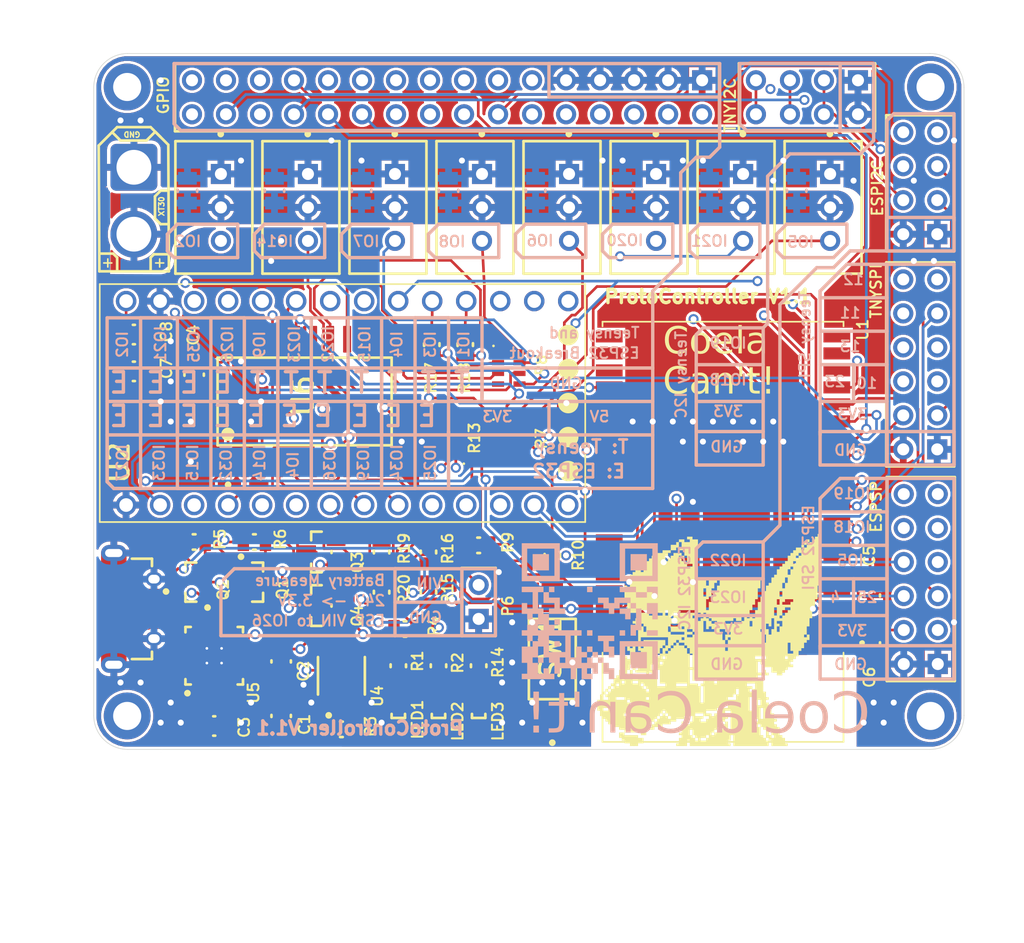
<source format=kicad_pcb>
(kicad_pcb (version 20240108) (generator "pcbnew") (generator_version "8.0")
  (layers (0 "F.Cu" signal "Top Copper") (1 "In1.Cu" signal "Signal Layer 1") (2 "In2.Cu" signal "Signal Layer 2") (31 "B.Cu" signal "Bottom Copper") (34 "B.Paste" user "Bottom Paste") (35 "F.Paste" user "Top Paste") (36 "B.SilkS" user "Bottom Overlay") (37 "F.SilkS" user "Top Overlay") (38 "B.Mask" user "Bottom Mask") (39 "F.Mask" user "Top Mask") (44 "Edge.Cuts" user))
  (net 0 "")
  (net 1 "NetR17_2")
  (net 2 "NetR18_2")
  (net 3 "NetR18_1")
  (net 4 "NetR17_1")
  (net 5 "VUSB")
  (net 6 "VIN")
  (net 7 "VBCK")
  (net 8 "NetR16_2")
  (net 9 "NetR16_1")
  (net 10 "NetR15_2")
  (net 11 "NetR15_1")
  (net 12 "NetP1_25")
  (net 13 "NetR8_4")
  (net 14 "NetR8_3")
  (net 15 "NetR8_2")
  (net 16 "NetR8_1")
  (net 17 "NetR7_4")
  (net 18 "NetR7_3")
  (net 19 "NetR7_2")
  (net 20 "NetR7_1")
  (net 21 "NetR3_1")
  (net 22 "NetQ4_1")
  (net 23 "NetQ3_1")
  (net 24 "NetQ2_3")
  (net 25 "NetQ2_2")
  (net 26 "NetQ2_1")
  (net 27 "NetQ1_3")
  (net 28 "NetQ1_2")
  (net 29 "NetQ1_1")
  (net 30 "NetP5_11")
  (net 31 "NetP5_9")
  (net 32 "NetP5_7")
  (net 33 "NetP4_11")
  (net 34 "NetP4_9")
  (net 35 "NetP4_7")
  (net 36 "NetP4_6")
  (net 37 "NetP4_5")
  (net 38 "NetP3_7")
  (net 39 "NetP3_5")
  (net 40 "NetP2_7")
  (net 41 "NetP2_5")
  (net 42 "NetP1_32")
  (net 43 "NetP1_31")
  (net 44 "NetP1_30")
  (net 45 "NetP1_29")
  (net 46 "NetP1_28")
  (net 47 "NetP1_27")
  (net 48 "NetP1_26")
  (net 49 "NetP1_24")
  (net 50 "NetP1_23")
  (net 51 "NetP1_22")
  (net 52 "NetP1_21")
  (net 53 "NetP1_20")
  (net 54 "NetP1_19")
  (net 55 "NetP1_18")
  (net 56 "NetP1_17")
  (net 57 "NetP1_16")
  (net 58 "NetP1_15")
  (net 59 "NetP1_14")
  (net 60 "NetP1_13")
  (net 61 "NetP1_11")
  (net 62 "NetLED3_2")
  (net 63 "NetLED2_2")
  (net 64 "NetLED1_2")
  (net 65 "NetJ1_3")
  (net 66 "NetJ1_2")
  (net 67 "NetC3_1")
  (net 68 "GND")
  (net 69 "DIN8")
  (net 70 "DIN7")
  (net 71 "DIN6")
  (net 72 "DIN5")
  (net 73 "DIN4")
  (net 74 "DIN3")
  (net 75 "DIN2")
  (net 76 "DIN1")
  (net 77 "A8_5")
  (net 78 "A7_21")
  (net 79 "A6_20")
  (net 80 "A5_6")
  (net 81 "A4_8")
  (net 82 "A3_7")
  (net 83 "A2_14")
  (net 84 "A1_2")
  (net 85 "+5")
  (net 86 "+3V3")
  (footprint "" (layer "F.Cu") (at 117.50112 121.6536)
    (property "Reference" "")
    (property "Value" "")
  )
  (footprint "Miscellaneous Connectors.IntLib:HDR2X6" (layer "F.Cu") (at 179.0011 108.5836 90)
    (property "Reference" "TNYSPI")
    (property "Value" "Header 6X2" (hide yes))
  )
  (footprint "Vault:FP-527AG-MFG" (layer "F.Cu") (at 133.0011 116.2536 180)
    (property "Reference" "Q3")
    (property "Value" "FDN339AN" (hide yes))
  )
  (footprint "Vault:FP-B3B-XH-A_LF_SN-MFG" (layer "F.Cu") (at 144.47612 90.50362 -90)
    (property "Reference" "J1_JSTBreakout5" (hide yes))
    (property "Value" "B3B-XH-A(LF)(SN)" (hide yes))
  )
  (footprint "Vault:FP-B3B-XH-A_LF_SN-MFG" (layer "F.Cu") (at 170.4761 90.5036 -90)
    (property "Reference" "J1_JSTBreakout1" (hide yes))
    (property "Value" "B3B-XH-A(LF)(SN)" (hide yes))
  )
  (footprint "Vault:BOUR-CAT16-103J4LF_L" (layer "F.Cu") (at 142.5011 108.0036 180)
    (property "Reference" "R13")
    (property "Value" "CAT16-103J4LF" (hide yes))
  )
  (footprint "Vault:RESC2013X50X30LL20T20" (layer "F.Cu") (at 128.0011 115.5036 180)
    (property "Reference" "R6")
    (property "Value" "CRCW08050000Z0EA" (hide yes))
  )
  (footprint "Vault:FP-CC0805-0_85-MFG" (layer "F.Cu") (at 119.0011 100.0036)
    (property "Reference" "C8")
    (property "Value" "CC0805KKX7R6BB105" (hide yes))
  )
  (footprint "Vault:RESC2013X50X30LL20T20" (layer "F.Cu") (at 134.5011 129.5036 180)
    (property "Reference" "R3")
    (property "Value" "CRCW08050000Z0EA" (hide yes))
  )
  (footprint "Vault:RESC2013X50X30LL20T20" (layer "F.Cu") (at 141.2511 100.7536 -90)
    (property "Reference" "R17")
    (property "Value" "CRCW08050000Z0EA" (hide yes))
  )
  (footprint "Vault:FP-CC0805-0_85-MFG" (layer "F.Cu") (at 130.0011 128.5036 90)
    (property "Reference" "C1")
    (property "Value" "CC0805KKX7R6BB105" (hide yes))
  )
  (footprint "Vault:FP-B3B-XH-A_LF_SN-MFG" (layer "F.Cu") (at 163.97608 90.50362 -90)
    (property "Reference" "J1_JSTBreakout2" (hide yes))
    (property "Value" "B3B-XH-A(LF)(SN)" (hide yes))
  )
  (footprint "Miscellaneous Connectors.IntLib:HDR2X4" (layer "F.Cu") (at 173.0811 81.0036 180)
    (property "Reference" "P2" (hide yes))
    (property "Value" "Header 4X2" (hide yes))
  )
  (footprint "" (layer "F.Cu") (at 120.1761 120.50359)
    (property "Reference" "")
    (property "Value" "")
  )
  (footprint "Vault:RESC2013X50X30LL20T20" (layer "F.Cu") (at 141.0011 119.2536 -90)
    (property "Reference" "R15")
    (property "Value" "CRCW08050000Z0EA" (hide yes))
  )
  (footprint "Vault:FP-527AG-MFG" (layer "F.Cu") (at 133.0011 120.2536 180)
    (property "Reference" "Q4")
    (property "Value" "FDN340P" (hide yes))
  )
  (footprint "Vault:FP-CC0805-0_85-MFG" (layer "F.Cu") (at 125.0011 129.2536 180)
    (property "Reference" "C3")
    (property "Value" "CC0805KKX7R6BB105" (hide yes))
  )
  (footprint "Vault:MODULE_DEV-15583" (layer "F.Cu") (at 134.9311 105.1236 90)
    (property "Reference" "U2")
    (property "Value" "Teensy 4.0" (hide yes))
  )
  (footprint "" (layer "F.Cu") (at 120.1761 119.20362)
    (property "Reference" "")
    (property "Value" "")
  )
  (footprint "Vault:ONSC-SOT-23-3-318-08_V" (layer "F.Cu") (at 123.5011 118.5036 180)
    (property "Reference" "Q2")
    (property "Value" "MMBT2222ALT1G" (hide yes))
  )
  (footprint "Vault:FP-CC0805-0_85-MFG" (layer "F.Cu") (at 130.0011 124.4286 90)
    (property "Reference" "C2")
    (property "Value" "CC0805KKX7R6BB105" (hide yes))
  )
  (footprint "Vault:RESC2013X50X30LL20T20" (layer "F.Cu") (at 141.0011 116.2536 -90)
    (property "Reference" "R16")
    (property "Value" "CRCW08050000Z0EA" (hide yes))
  )
  (footprint "" (layer "F.Cu") (at 120.1761 119.85361)
    (property "Reference" "")
    (property "Value" "")
  )
  (footprint "" (layer "F.Cu") (at 120.1761 121.15358)
    (property "Reference" "")
    (property "Value" "")
  )
  (footprint "Vault:FP-B3B-XH-A_LF_SN-MFG" (layer "F.Cu") (at 150.9761 90.50362 -90)
    (property "Reference" "J1_JSTBreakout4" (hide yes))
    (property "Value" "B3B-XH-A(LF)(SN)" (hide yes))
  )
  (footprint "Miscellaneous Connectors.IntLib:HDR2X6" (layer "F.Cu") (at 179.0411 124.6236 90)
    (property "Reference" "ESPSPI")
    (property "Value" "Header 6X2" (hide yes))
  )
  (footprint "Vault:0805_A" (layer "F.Cu") (at 144.7511 128.5036 90)
    (property "Reference" "LED3")
    (property "Value" "150080SS75000" (hide yes))
  )
  (footprint "Vault:BOUR-CAT16-103J4LF_L" (layer "F.Cu") (at 147.0011 108.0036)
    (property "Reference" "R7")
    (property "Value" "CAT16-103J4LF" (hide yes))
  )
  (footprint "Vault:RESC2013X50X30LL20T20" (layer "F.Cu") (at 144.7511 115.7536)
    (property "Reference" "R9")
    (property "Value" "CRCW08050000Z0EA" (hide yes))
  )
  (footprint "Vault:XT30-F-Footprint-1" (layer "F.Cu") (at 119.0011 90.0036 90)
    (property "Reference" "J2" (hide yes))
    (property "Value" "XT30-F" (hide yes))
  )
  (footprint "Vault:RESC2013X50X30LL20T20" (layer "F.Cu") (at 144.7511 124.7536 -90)
    (property "Reference" "R14")
    (property "Value" "CRCW08050000Z0EA" (hide yes))
  )
  (footprint "Vault:FP-SOT25-IPC_A" (layer "F.Cu") (at 134.5011 125.5036 90)
    (property "Reference" "U4")
    (property "Value" "AP2112K-3.3TRG1" (hide yes))
  )
  (footprint "" (layer "F.Cu") (at 120.50112 122.72858)
    (property "Reference" "")
    (property "Value" "")
  )
  (footprint "Vault:RESC2013X50X30LL20T20" (layer "F.Cu") (at 137.5011 119.2536 90)
    (property "Reference" "R20")
    (property "Value" "CRCW08050000Z0EA" (hide yes))
  )
  (footprint "Vault:FP-CC0805-0_85-MFG" (layer "F.Cu") (at 174.0011 119.5036 -90)
    (property "Reference" "C5")
    (property "Value" "CC0805KKX7R6BB105" (hide yes))
  )
  (footprint "" (layer "F.Cu") (at 118.50112 128.50358)
    (property "Reference" "")
    (property "Value" "")
  )
  (footprint "Vault:RESC2013X50X30LL20T20" (layer "F.Cu") (at 143.7511 100.7536 -90)
    (property "Reference" "R18")
    (property "Value" "CRCW08050000Z0EA" (hide yes))
  )
  (footprint "" (layer "F.Cu") (at 118.50112 81.50362)
    (property "Reference" "")
    (property "Value" "")
  )
  (footprint "Vault:0805_A" (layer "F.Cu") (at 138.7511 128.5036 90)
    (property "Reference" "LED1")
    (property "Value" "150080SS75000" (hide yes))
  )
  (footprint "" (layer "F.Cu") (at 178.5011 81.50362)
    (property "Reference" "")
    (property "Value" "")
  )
  (footprint "Vault:SLAB-QFN-24-2675x2675TP_M" (layer "F.Cu") (at 125.0011 124.0036 90)
    (property "Reference" "U5")
    (property "Value" "CP2104-F03-GM" (hide yes))
  )
  (footprint "" (layer "F.Cu") (at 120.50112 118.27861)
    (property "Reference" "")
    (property "Value" "")
  )
  (footprint "Vault:TECO-FSMSMTR_V" (layer "F.Cu") (at 150.2511 124.2536 90)
    (property "Reference" "SW1")
    (property "Value" "FSMSMTR" (hide yes))
  )
  (footprint "Vault:FP-CC0805-0_85-MFG" (layer "F.Cu") (at 123.5011 103.0036 90)
    (property "Reference" "C4")
    (property "Value" "CC0805KKX7R6BB105" (hide yes))
  )
  (footprint "Vault:FP-B3B-XH-A_LF_SN-MFG" (layer "F.Cu") (at 137.9761 90.50362 -90)
    (property "Reference" "J1_JSTBreakout6" (hide yes))
    (property "Value" "B3B-XH-A(LF)(SN)" (hide yes))
  )
  (footprint "" (layer "F.Cu") (at 120.1761 121.80362)
    (property "Reference" "")
    (property "Value" "")
  )
  (footprint "Vault:ONSC-SOT-23-3-318-08_V" (layer "F.Cu") (at 128.0011 118.5036)
    (property "Reference" "Q1")
    (property "Value" "MMBT2222ALT1G" (hide yes))
  )
  (footprint "Vault:BOUR-CAT16-103J4LF_L" (layer "F.Cu") (at 147.0011 102.5036)
    (property "Reference" "R8")
    (property "Value" "CAT16-103J4LF" (hide yes))
  )
  (footprint "Miscellaneous Connectors.IntLib:HDR2X4" (layer "F.Cu") (at 179.0011 92.5036 90)
    (property "Reference" "P3" (hide yes))
    (property "Value" "Header 4X2" (hide yes))
  )
  (footprint "Miscellaneous Connectors.IntLib:HDR1X2" (layer "F.Cu") (at 144.7511 121.2536 90)
    (property "Reference" "P6")
    (property "Value" "Header 2" (hide yes))
  )
  (footprint "Vault:FP-DW0020A-MFG" (layer "F.Cu") (at 131.7511 105.0036 90)
    (property "Reference" "U6")
    (property "Value" "SN74HCT245DWR" (hide yes))
  )
  (footprint "" (layer "F.Cu") (at 117.50112 119.35358)
    (property "Reference" "")
    (property "Value" "")
  )
  (footprint "Vault:FP-B3B-XH-A_LF_SN-MFG" (layer "F.Cu") (at 157.47612 90.50362 -90)
    (property "Reference" "J1_JSTBreakout3" (hide yes))
    (property "Value" "B3B-XH-A(LF)(SN)" (hide yes))
  )
  (footprint "" (layer "F.Cu") (at 178.5011 128.50358)
    (property "Reference" "")
    (property "Value" "")
  )
  (footprint "Vault:RESC2013X50X30LL20T20" (layer "F.Cu") (at 123.5011 115.5036)
    (property "Reference" "R5")
    (property "Value" "CRCW08050000Z0EA" (hide yes))
  )
  (footprint "Vault:RESC2013X50X30LL20T20" (layer "F.Cu") (at 150.2511 116.5036 -90)
    (property "Reference" "R10")
    (property "Value" "CRCW08050000Z0EA" (hide yes))
  )
  (footprint "Vault:FP-B3B-XH-A_LF_SN-MFG" (layer "F.Cu") (at 124.97608 90.50362 -90)
    (property "Reference" "J1_JSTBreakout8" (hide yes))
    (property "Value" "B3B-XH-A(LF)(SN)" (hide yes))
  )
  (footprint "Vault:XCVR_ESP32-WROVER-B_(16MB)" (layer "F.Cu") (at 163.0011 114.74359 180)
    (property "Reference" "U1")
    (property "Value" "ESP32-WROVER-B_(16MB)" (hide yes))
  )
  (footprint "Vault:RESC2013X50X30LL20T20" (layer "F.Cu") (at 137.5011 116.2536 90)
    (property "Reference" "R19")
    (property "Value" "CRCW08050000Z0EA" (hide yes))
  )
  (footprint "Vault:0805_A" (layer "F.Cu") (at 141.7511 128.5036 90)
    (property "Reference" "LED2")
    (property "Value" "150080SS75000" (hide yes))
  )
  (footprint "Vault:FP-CC0805-0_85-MFG" (layer "F.Cu") (at 174.00112 123.07859 -90)
    (property "Reference" "C6")
    (property "Value" "CC0805KKX7R6BB105" (hide yes))
  )
  (footprint "Vault:RESC2013X50X30LL20T20" (layer "F.Cu") (at 139.2511 122.0036 180)
    (property "Reference" "R4")
    (property "Value" "CRCW08050000Z0EA" (hide yes))
  )
  (footprint "Miscellaneous Connectors.IntLib:HDR2X16" (layer "F.Cu") (at 161.4411 81.0036 180)
    (property "Reference" "GPIO")
    (property "Value" "Header 16X2" (hide yes))
  )
  (footprint "" (layer "F.Cu") (at 117.50112 116.3286)
    (property "Reference" "")
    (property "Value" "")
  )
  (footprint "" (layer "F.Cu") (at 117.50112 124.67859)
    (property "Reference" "")
    (property "Value" "")
  )
  (footprint "Vault:FP-CC0805-0_85-MFG" (layer "F.Cu") (at 119.0011 102.7536)
    (property "Reference" "C7")
    (property "Value" "CC0805KKX7R6BB105" (hide yes))
  )
  (footprint "Vault:RESC2013X50X30LL20T20" (layer "F.Cu") (at 138.7511 124.7536 -90)
    (property "Reference" "R1")
    (property "Value" "CRCW08050000Z0EA" (hide yes))
  )
  (footprint "Vault:FP-B3B-XH-A_LF_SN-MFG" (layer "F.Cu") (at 131.47611 90.50362 -90)
    (property "Reference" "J1_JSTBreakout7" (hide yes))
    (property "Value" "B3B-XH-A(LF)(SN)" (hide yes))
  )
  (footprint "Vault:RESC2013X50X30LL20T20" (layer "F.Cu") (at 141.7511 124.7536 -90)
    (property "Reference" "R2")
    (property "Value" "CRCW08050000Z0EA" (hide yes))
  )
  (footprint "Vault:FP-CC0805-0_85-MFG" (layer "B.Cu") (at 155.5011 89.2536 90)
    (property "Reference" "DC6" (hide yes))
    (property "Value" "CC0805KKX7R6BB105" (hide yes))
  )
  (footprint "Vault:FP-CC0805-0_85-MFG" (layer "B.Cu") (at 168.5011 89.2536 90)
    (property "Reference" "DC8" (hide yes))
    (property "Value" "CC0805KKX7R6BB105" (hide yes))
  )
  (footprint "Vault:FP-CC0805-0_85-MFG" (layer "B.Cu") (at 149.0011 89.2536 90)
    (property "Reference" "DC5" (hide yes))
    (property "Value" "CC0805KKX7R6BB105" (hide yes))
  )
  (footprint "Vault:FP-CC0805-0_85-MFG" (layer "B.Cu") (at 129.5011 89.2536 90)
    (property "Reference" "DC2" (hide yes))
    (property "Value" "CC0805KKX7R6BB105" (hide yes))
  )
  (footprint "Vault:FP-CC0805-0_85-MFG" (layer "B.Cu") (at 162.0011 89.2536 90)
    (property "Reference" "DC7" (hide yes))
    (property "Value" "CC0805KKX7R6BB105" (hide yes))
  )
  (footprint "Vault:FP-CC0805-0_85-MFG" (layer "B.Cu") (at 142.5011 89.2536 90)
    (property "Reference" "DC4" (hide yes))
    (property "Value" "CC0805KKX7R6BB105" (hide yes))
  )
  (footprint "Vault:FP-CC0805-0_85-MFG" (layer "B.Cu") (at 136.0011 89.2536 90)
    (property "Reference" "DC3" (hide yes))
    (property "Value" "CC0805KKX7R6BB105" (hide yes))
  )
  (footprint "Vault:FP-CC0805-0_85-MFG" (layer "B.Cu") (at 123.0011 89.2536 90)
    (property "Reference" "DC1" (hide yes))
    (property "Value" "CC0805KKX7R6BB105" (hide yes))
  )
  (gr_rect (start 116.55119 116.32857) (end 118.45116 117.90358) (fill solid) (layer "F.Cu") (net 68))
  (gr_rect (start 116.55101 123.10364) (end 118.45103 124.67864) (fill solid) (layer "F.Cu") (net 68))
  (gr_line (start 127.25112 111.50361) (end 127.25112 98.75357) (stroke (width 0.254)) (layer "B.SilkS"))
  (gr_line (start 119.50112 107.50362) (end 119.50112 102.50358) (stroke (width 0.254)) (layer "B.SilkS"))
  (gr_line (start 172.25109 93.2536) (end 172.25109 93.25361) (stroke (width 0.254)) (layer "B.SilkS"))
  (gr_line (start 117.0011 107.50361) (end 157.75108 107.50362) (stroke (width 0.254)) (layer "B.SilkS"))
  (gr_line (start 157.7511 111.50361) (end 157.7511 107.50364) (stroke (width 0.254)) (layer "B.SilkS"))
  (gr_poly (pts (xy 158.1291 119.0504) (xy 158.1291 119.2536) (xy 158.1291 119.4568) (xy 158.1291 119.66) (xy 157.7227 119.66) (xy 157.7227 119.4568) (xy 157.7227 119.2536) (xy 157.3163 119.2536) (xy 157.3163 119.0504) (xy 157.3163 118.8472) (xy 158.1291 118.8472)) (fill solid) (layer "B.SilkS"))
  (gr_poly (pts (xy 156.5035 119.0504) (xy 156.5035 119.2536) (xy 157.3163 119.2536) (xy 157.3163 119.4568) (xy 157.3163 119.66) (xy 156.5035 119.66) (xy 156.5035 119.4568) (xy 156.5035 119.2536) (xy 155.2843 119.2536) (xy 155.2843 119.0504) (xy 155.2843 118.8472) (xy 156.5035 118.8472)) (fill solid) (layer "B.SilkS"))
  (gr_line (start 175.75108 83.50362) (end 180.25111 83.50362) (stroke (width 0.254)) (layer "B.SilkS"))
  (gr_line (start 117.0011 105.0036) (end 157.75108 105.0036) (stroke (width 0.254)) (layer "B.SilkS"))
  (gr_line (start 125.50111 122.50359) (end 125.50111 118.5036) (stroke (width 0.254)) (layer "B.SilkS"))
  (gr_line (start 170.25108 107.50362) (end 170.25108 96.75362) (stroke (width 0.254)) (layer "B.SilkS"))
  (gr_line (start 167.25109 97.75353) (end 170.00102 95.0036) (stroke (width 0.254)) (layer "B.SilkS"))
  (gr_line (start 167.50109 94.2536) (end 171.2511 94.2536) (stroke (width 0.254)) (layer "B.SilkS"))
  (gr_line (start 141.50109 94.2536) (end 146.25109 94.2536) (stroke (width 0.254)) (layer "B.SilkS"))
  (gr_poly (pts (xy 158.1291 120.2696) (xy 158.1291 120.4728) (xy 158.1291 120.676) (xy 158.1291 120.8792) (xy 158.1291 121.0824) (xy 158.1291 121.2856) (xy 157.7227 121.2856) (xy 157.7227 121.0824) (xy 157.7227 120.8792) (xy 157.3163 120.8792) (xy 157.3163 120.676) (xy 157.3163 120.4728) (xy 157.3163 120.2696) (xy 157.3163 120.0664) (xy 158.1291 120.0664)) (fill solid) (layer "B.SilkS"))
  (gr_line (start 161.50111 99.50359) (end 166.00112 99.50359) (stroke (width 0.254)) (layer "B.SilkS"))
  (gr_line (start 125.50111 122.50359) (end 138.50108 122.50359) (stroke (width 0.254)) (layer "B.SilkS"))
  (gr_line (start 133.25111 94.2536) (end 133.25111 91.7536) (stroke (width 0.254)) (layer "B.SilkS"))
  (gr_line (start 161.5011 115.5036) (end 166.0011 115.5036) (stroke (width 0.254)) (layer "B.SilkS"))
  (gr_line (start 138.50108 117.5036) (end 143.50112 117.5036) (stroke (width 0.254)) (layer "B.SilkS"))
  (gr_line (start 117.0011 98.75357) (end 145.00109 98.75357) (stroke (width 0.254)) (layer "B.SilkS"))
  (gr_line (start 159.84345 87.91125) (end 161.0011 86.7536) (stroke (width 0.254)) (layer "B.SilkS"))
  (gr_line (start 180.25111 125.75362) (end 180.25111 110.7536) (stroke (width 0.254)) (layer "B.SilkS"))
  (gr_line (start 170.25108 125.75362) (end 175.25112 125.75362) (stroke (width 0.254)) (layer "B.SilkS"))
  (gr_line (start 166.0011 125.75362) (end 166.0011 123.2536) (stroke (width 0.254)) (layer "B.SilkS"))
  (gr_line (start 122.0011 94.2536) (end 126.7511 94.2536) (stroke (width 0.254)) (layer "B.SilkS"))
  (gr_line (start 150.00108 79.75361) (end 162.75112 79.75361) (stroke (width 0.254)) (layer "B.SilkS"))
  (gr_line (start 170.25108 123.2536) (end 175.25112 123.2536) (stroke (width 0.254)) (layer "B.SilkS"))
  (gr_line (start 134.50107 93.7536) (end 134.50107 92.5036) (stroke (width 0.254)) (layer "B.SilkS"))
  (gr_line (start 157.75108 107.50362) (end 157.75108 102.50358) (stroke (width 0.254)) (layer "B.SilkS"))
  (gr_line (start 162.75112 84.7536) (end 162.75112 82.25358) (stroke (width 0.254)) (layer "B.SilkS"))
  (gr_line (start 132.25111 111.50361) (end 135.00111 111.50361) (stroke (width 0.254)) (layer "B.SilkS"))
  (gr_line (start 128.00111 93.7536) (end 128.50111 94.2536) (stroke (width 0.254)) (layer "B.SilkS"))
  (gr_line (start 172.25109 93.2536) (end 172.25109 91.7536) (stroke (width 0.254)) (layer "B.SilkS"))
  (gr_line (start 137.50108 111.50361) (end 140.0011 111.50361) (stroke (width 0.254)) (layer "B.SilkS"))
  (gr_line (start 122.00109 79.75361) (end 150.00108 79.75361) (stroke (width 0.254)) (layer "B.SilkS"))
  (gr_line (start 117.0011 111.0036) (end 117.5011 111.5036) (stroke (width 0.254)) (layer "B.SilkS"))
  (gr_line (start 175.25112 109.7536) (end 180.25111 109.7536) (stroke (width 0.254)) (layer "B.SilkS"))
  (gr_line (start 166.0011 123.50359) (end 166.0011 115.5036) (stroke (width 0.254)) (layer "B.SilkS"))
  (gr_line (start 161.00111 105.0036) (end 166.0011 105.0036) (stroke (width 0.254)) (layer "B.SilkS"))
  (gr_line (start 175.25112 109.7536) (end 175.25112 107.25358) (stroke (width 0.254)) (layer "B.SilkS"))
  (gr_line (start 170.25108 118.25361) (end 175.25112 118.25361) (stroke (width 0.254)) (layer "B.SilkS"))
  (gr_line (start 138.50108 122.50359) (end 143.50112 122.50359) (stroke (width 0.254)) (layer "B.SilkS"))
  (gr_line (start 126.7511 94.2536) (end 126.7511 91.7536) (stroke (width 0.254)) (layer "B.SilkS"))
  (gr_line (start 170.25108 99.75357) (end 175.25112 99.75357) (stroke (width 0.254)) (layer "B.SilkS"))
  (gr_line (start 141.75109 91.7536) (end 146.25109 91.7536) (stroke (width 0.254)) (layer "B.SilkS"))
  (gr_line (start 140.0011 107.50362) (end 140.0011 102.50358) (stroke (width 0.254)) (layer "B.SilkS"))
  (gr_poly (pts (xy 150.4075 119.0504) (xy 150.4075 119.2536) (xy 150.0011 119.2536) (xy 150.0011 119.0504) (xy 150.0011 118.8472) (xy 150.4075 118.8472)) (fill solid) (layer "B.SilkS"))
  (gr_line (start 121.5011 93.7536) (end 121.5011 92.5036) (stroke (width 0.254)) (layer "B.SilkS"))
  (gr_line (start 160.50107 93.7536) (end 161.00107 94.2536) (stroke (width 0.254)) (layer "B.SilkS"))
  (gr_line (start 125.50111 118.5036) (end 126.50111 117.5036) (stroke (width 0.254)) (layer "B.SilkS"))
  (gr_line (start 161.00111 123.2536) (end 166.0011 123.2536) (stroke (width 0.254)) (layer "B.SilkS"))
  (gr_line (start 175.25112 93.75358) (end 175.25112 90.5036) (stroke (width 0.254)) (layer "B.SilkS"))
  (gr_line (start 162.0011 86.7536) (end 162.75112 86.00358) (stroke (width 0.254)) (layer "B.SilkS"))
  (gr_line (start 175.25112 110.7536) (end 180.25111 110.7536) (stroke (width 0.254)) (layer "B.SilkS"))
  (gr_line (start 154.00111 93.7536) (end 154.50111 94.2536) (stroke (width 0.254)) (layer "B.SilkS"))
  (gr_line (start 175.25112 123.2536) (end 180.25111 123.2536) (stroke (width 0.254)) (layer "B.SilkS"))
  (gr_line (start 117.5011 111.50361) (end 117.5011 111.5036) (stroke (width 0.254)) (layer "B.SilkS"))
  (gr_line (start 161.00111 125.75362) (end 161.00111 122.50359) (stroke (width 0.254)) (layer "B.SilkS"))
  (gr_line (start 171.2511 95.0036) (end 172.50112 93.75358) (stroke (width 0.254)) (layer "B.SilkS"))
  (gr_line (start 170.25108 125.75362) (end 170.25108 123.2536) (stroke (width 0.254)) (layer "B.SilkS"))
  (gr_line (start 161.00111 123.2536) (end 161.00111 116.00359) (stroke (width 0.254)) (layer "B.SilkS"))
  (gr_line (start 167.00109 92.5036) (end 167.75109 91.7536) (stroke (width 0.254)) (layer "B.SilkS"))
  (gr_line (start 117.0011 102.50358) (end 117.0011 107.50361) (stroke (width 0.254)) (layer "B.SilkS"))
  (gr_line (start 161.00111 116.00359) (end 161.5011 115.5036) (stroke (width 0.254)) (layer "B.SilkS"))
  (gr_line (start 164.25109 84.25359) (end 164.25109 79.75361) (stroke (width 0.254)) (layer "B.SilkS"))
  (gr_line (start 138.50108 120.00362) (end 143.50112 120.00362) (stroke (width 0.254)) (layer "B.SilkS"))
  (gr_line (start 143.50112 117.5036) (end 146.00109 117.5036) (stroke (width 0.254)) (layer "B.SilkS"))
  (gr_line (start 161.00111 109.7536) (end 161.00111 106.75361) (stroke (width 0.254)) (layer "B.SilkS"))
  (gr_poly (pts (xy 158.1291 122.3016) (xy 158.1291 122.5048) (xy 157.3163 122.5048) (xy 157.3163 122.3016) (xy 157.3163 122.0984) (xy 158.1291 122.0984)) (fill solid) (layer "B.SilkS"))
  (gr_line (start 167.00109 93.7536) (end 167.50109 94.2536) (stroke (width 0.254)) (layer "B.SilkS"))
  (gr_line (start 124.7511 107.50362) (end 124.7511 102.50358) (stroke (width 0.254)) (layer "B.SilkS"))
  (gr_line (start 128.00111 92.5036) (end 128.75111 91.7536) (stroke (width 0.254)) (layer "B.SilkS"))
  (gr_line (start 170.25108 121.00362) (end 175.25112 121.00362) (stroke (width 0.254)) (layer "B.SilkS"))
  (gr_line (start 175.25112 125.75362) (end 175.25112 123.2536) (stroke (width 0.254)) (layer "B.SilkS"))
  (gr_line (start 148.2511 91.7536) (end 152.7511 91.7536) (stroke (width 0.254)) (layer "B.SilkS"))
  (gr_line (start 150.00108 82.25358) (end 150.00108 79.75361) (stroke (width 0.254)) (layer "B.SilkS"))
  (gr_line (start 135.00108 94.2536) (end 139.75107 94.2536) (stroke (width 0.254)) (layer "B.SilkS"))
  (gr_line (start 159.84345 94.66125) (end 159.84345 89.41125) (stroke (width 0.254)) (layer "B.SilkS"))
  (gr_line (start 166.33275 88.17195) (end 168.00109 86.50361) (stroke (width 0.254)) (layer "B.SilkS"))
  (gr_poly (pts (xy 150.0011 116.612) (xy 150.0011 116.8152) (xy 150.0011 117.0184) (xy 150.0011 117.2216) (xy 150.0011 117.4248) (xy 150.0011 117.628) (xy 148.7819 117.628) (xy 148.7819 117.4248) (xy 148.7819 117.2216) (xy 148.7819 117.0184) (xy 148.7819 116.8152) (xy 148.7819 116.612) (xy 148.7819 116.4088) (xy 150.0011 116.4088)) (fill solid) (layer "B.SilkS"))
  (gr_line (start 170.25108 109.7536) (end 175.25112 109.7536) (stroke (width 0.254)) (layer "B.SilkS"))
  (gr_line (start 170.25108 102.25359) (end 175.25112 102.25359) (stroke (width 0.254)) (layer "B.SilkS"))
  (gr_line (start 172.7511 121.00362) (end 172.7511 118.25361) (stroke (width 0.254)) (layer "B.SilkS"))
  (gr_poly (pts (xy 158.1291 123.1144) (xy 158.1291 123.3176) (xy 158.1291 123.5208) (xy 158.1291 123.724) (xy 158.1291 123.9272) (xy 158.1291 124.1304) (xy 158.1291 124.3336) (xy 158.1291 124.5368) (xy 158.1291 124.74) (xy 158.1291 124.9432) (xy 158.1291 125.1464) (xy 158.1291 125.3496) (xy 158.1291 125.5528) (xy 158.1291 125.756) (xy 155.2843 125.756) (xy 155.2843 125.5528) (xy 155.2843 125.3496) (xy 155.2843 125.1464) (xy 155.2843 124.9432) (xy 155.2843 124.74) (xy 155.2843 124.5368) (xy 155.2843 124.3336) (xy 155.2843 124.1304) (xy 155.2843 123.9272) (xy 155.2843 123.724) (xy 155.2843 123.5208) (xy 155.6907 123.5208) (xy 155.6907 123.724) (xy 155.6907 123.9272) (xy 155.6907 124.1304) (xy 155.6907 124.3336) (xy 155.6907 124.5368) (xy 155.6907 124.74) (xy 155.6907 124.9432) (xy 155.6907 125.1464) (xy 155.6907 125.3496) (xy 157.7227 125.3496) (xy 157.7227 125.1464) (xy 157.7227 124.9432) (xy 157.7227 124.74) (xy 157.7227 124.5368) (xy 157.7227 124.3336) (xy 157.7227 124.1304) (xy 157.7227 123.9272) (xy 157.7227 123.724) (xy 157.7227 123.5208) (xy 157.7227 123.3176) (xy 155.6907 123.3176) (xy 155.6907 123.5208) (xy 155.2843 123.5208) (xy 155.2843 123.3176) (xy 155.2843 123.1144) (xy 155.2843 122.9112) (xy 158.1291 122.9112)) (fill solid) (layer "B.SilkS"))
  (gr_line (start 167.75109 91.7536) (end 172.25109 91.7536) (stroke (width 0.254)) (layer "B.SilkS"))
  (gr_line (start 175.25112 91.25361) (end 180.25111 91.25361) (stroke (width 0.254)) (layer "B.SilkS"))
  (gr_line (start 173.25113 86.50361) (end 174.25112 85.50361) (stroke (width 0.254)) (layer "B.SilkS"))
  (gr_line (start 159.25111 94.2536) (end 159.25111 91.7536) (stroke (width 0.254)) (layer "B.SilkS"))
  (gr_line (start 122.00109 84.25359) (end 122.50111 84.7536) (stroke (width 0.254)) (layer "B.SilkS"))
  (gr_line (start 124.7511 111.50361) (end 124.7511 98.75357) (stroke (width 0.254)) (layer "B.SilkS"))
  (gr_line (start 175.25112 94.75358) (end 180.25111 94.75358) (stroke (width 0.254)) (layer "B.SilkS"))
  (gr_line (start 161.00111 118.25361) (end 166.0011 118.25361) (stroke (width 0.254)) (layer "B.SilkS"))
  (gr_line (start 154.00111 93.7536) (end 154.00111 92.5036) (stroke (width 0.254)) (layer "B.SilkS"))
  (gr_line (start 134.50107 92.5036) (end 135.25108 91.7536) (stroke (width 0.254)) (layer "B.SilkS"))
  (gr_line (start 121.5011 92.5036) (end 122.2511 91.7536) (stroke (width 0.254)) (layer "B.SilkS"))
  (gr_line (start 170.25108 115.75359) (end 175.25112 115.75359) (stroke (width 0.254)) (layer "B.SilkS"))
  (gr_line (start 164.75111 84.7536) (end 172.00109 84.7536) (stroke (width 0.254)) (layer "B.SilkS"))
  (gr_line (start 175.25112 123.2536) (end 175.25112 110.7536) (stroke (width 0.254)) (layer "B.SilkS"))
  (gr_line (start 138.50108 117.5036) (end 141.0011 117.5036) (stroke (width 0.254)) (layer "B.SilkS"))
  (gr_line (start 127.25112 111.50361) (end 129.75109 111.50361) (stroke (width 0.254)) (layer "B.SilkS"))
  (gr_line (start 143.50112 122.50359) (end 146.00109 122.50359) (stroke (width 0.254)) (layer "B.SilkS"))
  (gr_line (start 161.00107 94.2536) (end 165.75107 94.2536) (stroke (width 0.254)) (layer "B.SilkS"))
  (gr_line (start 166.0011 107.25358) (end 166.0011 99.50359) (stroke (width 0.254)) (layer "B.SilkS"))
  (gr_line (start 135.00111 111.50361) (end 135.00111 98.75357) (stroke (width 0.254)) (layer "B.SilkS"))
  (gr_line (start 147.5011 92.5036) (end 148.2511 91.7536) (stroke (width 0.254)) (layer "B.SilkS"))
  (gr_line (start 122.50111 84.7536) (end 162.75112 84.7536) (stroke (width 0.254)) (layer "B.SilkS"))
  (gr_line (start 170.25108 123.50359) (end 170.25108 112.25362) (stroke (width 0.254)) (layer "B.SilkS"))
  (gr_poly (pts (xy 153.2523 119.0504) (xy 153.2523 119.2536) (xy 152.8459 119.2536) (xy 152.8459 119.0504) (xy 152.8459 118.8472) (xy 153.2523 118.8472)) (fill solid) (layer "B.SilkS"))
  (gr_line (start 122.00109 84.25359) (end 122.00109 79.75361) (stroke (width 0.254)) (layer "B.SilkS"))
  (gr_line (start 171.00109 79.75361) (end 174.25112 79.75361) (stroke (width 0.254)) (layer "B.SilkS"))
  (gr_line (start 162.75112 82.25358) (end 162.75112 79.75361) (stroke (width 0.254)) (layer "B.SilkS"))
  (gr_line (start 180.25111 91.5036) (end 180.25111 83.50362) (stroke (width 0.254)) (layer "B.SilkS"))
  (gr_line (start 175.25112 84.00358) (end 175.75108 83.50362) (stroke (width 0.254)) (layer "B.SilkS"))
  (gr_line (start 146.00109 122.50359) (end 146.00109 117.5036) (stroke (width 0.254)) (layer "B.SilkS"))
  (gr_line (start 119.50112 98.75357) (end 122.25113 98.75357) (stroke (width 0.254)) (layer "B.SilkS"))
  (gr_line (start 172.50112 93.75358) (end 173.75109 93.75358) (stroke (width 0.254)) (layer "B.SilkS"))
  (gr_line (start 140.0011 98.75357) (end 142.50112 98.75357) (stroke (width 0.254)) (layer "B.SilkS"))
  (gr_line (start 122.25113 111.50361) (end 124.7511 111.50361) (stroke (width 0.254)) (layer "B.SilkS"))
  (gr_line (start 142.50112 111.50361) (end 157.7511 111.50361) (stroke (width 0.254)) (layer "B.SilkS"))
  (gr_line (start 135.25108 91.7536) (end 139.75107 91.7536) (stroke (width 0.254)) (layer "B.SilkS"))
  (gr_line (start 166.00112 99.50359) (end 166.33275 99.17195) (stroke (width 0.254)) (layer "B.SilkS"))
  (gr_line (start 117.5011 111.50361) (end 119.50112 111.50361) (stroke (width 0.254)) (layer "B.SilkS"))
  (gr_poly (pts (xy 157.3163 123.9272) (xy 157.3163 124.1304) (xy 157.3163 124.3336) (xy 157.3163 124.5368) (xy 157.3163 124.74) (xy 157.3163 124.9432) (xy 156.0971 124.9432) (xy 156.0971 124.74) (xy 156.0971 124.5368) (xy 156.0971 124.3336) (xy 156.0971 124.1304) (xy 156.0971 123.9272) (xy 156.0971 123.724) (xy 157.3163 123.724)) (fill solid) (layer "B.SilkS"))
  (gr_line (start 171.7511 84.7536) (end 174.25112 84.7536) (stroke (width 0.254)) (layer "B.SilkS"))
  (gr_line (start 135.00111 107.50362) (end 135.00111 102.50358) (stroke (width 0.254)) (layer "B.SilkS"))
  (gr_line (start 161.00111 102.25359) (end 166.0011 102.25359) (stroke (width 0.254)) (layer "B.SilkS"))
  (gr_poly (pts (xy 154.8779 122.708) (xy 154.8779 122.9112) (xy 154.4715 122.9112) (xy 154.4715 123.1144) (xy 154.4715 123.3176) (xy 154.8779 123.3176) (xy 154.8779 123.5208) (xy 154.8779 123.724) (xy 154.8779 123.9272) (xy 154.8779 124.1304) (xy 154.4715 124.1304) (xy 154.4715 123.9272) (xy 154.4715 123.724) (xy 154.0651 123.724) (xy 154.0651 123.5208) (xy 154.0651 123.3176) (xy 154.0651 123.1144) (xy 154.0651 122.9112) (xy 153.6587 122.9112) (xy 153.6587 122.708) (xy 153.6587 122.5048) (xy 154.8779 122.5048)) (fill solid) (layer "B.SilkS"))
  (gr_line (start 161.00111 121.00362) (end 166.0011 121.00362) (stroke (width 0.254)) (layer "B.SilkS"))
  (gr_line (start 174.25112 84.7536) (end 174.25112 79.75361) (stroke (width 0.254)) (layer "B.SilkS"))
  (gr_line (start 172.25112 94.75358) (end 175.25112 94.75358) (stroke (width 0.254)) (layer "B.SilkS"))
  (gr_line (start 180.25111 109.7536) (end 180.25111 107.25358) (stroke (width 0.254)) (layer "B.SilkS"))
  (gr_line (start 128.00111 93.7536) (end 128.00111 92.5036) (stroke (width 0.254)) (layer "B.SilkS"))
  (gr_line (start 137.50108 111.50361) (end 137.50108 98.75357) (stroke (width 0.254)) (layer "B.SilkS"))
  (gr_line (start 171.7511 84.7536) (end 171.7511 79.75361) (stroke (width 0.254)) (layer "B.SilkS"))
  (gr_line (start 119.50112 111.50361) (end 119.50112 98.75357) (stroke (width 0.254)) (layer "B.SilkS"))
  (gr_line (start 139.75107 94.2536) (end 139.75107 91.7536) (stroke (width 0.254)) (layer "B.SilkS"))
  (gr_line (start 154.00111 92.5036) (end 154.75111 91.7536) (stroke (width 0.254)) (layer "B.SilkS"))
  (gr_line (start 157.75108 107.50362) (end 157.7511 107.50364) (stroke (width 0.254)) (layer "B.SilkS"))
  (gr_line (start 170.25108 97.2536) (end 175.25112 97.2536) (stroke (width 0.254)) (layer "B.SilkS"))
  (gr_line (start 146.25109 94.2536) (end 146.25109 91.7536) (stroke (width 0.254)) (layer "B.SilkS"))
  (gr_line (start 141.00109 93.7536) (end 141.00109 92.5036) (stroke (width 0.254)) (layer "B.SilkS"))
  (gr_line (start 128.75111 91.7536) (end 133.25111 91.7536) (stroke (width 0.254)) (layer "B.SilkS"))
  (gr_line (start 175.25112 107.25358) (end 180.25111 107.25358) (stroke (width 0.254)) (layer "B.SilkS"))
  (gr_line (start 170.25108 113.25362) (end 175.25112 113.25362) (stroke (width 0.254)) (layer "B.SilkS"))
  (gr_line (start 167.00109 93.7536) (end 167.00109 92.5036) (stroke (width 0.254)) (layer "B.SilkS"))
  (gr_line (start 145.00109 105.0036) (end 145.00109 102.50358) (stroke (width 0.254)) (layer "B.SilkS"))
  (gr_line (start 148.0011 94.2536) (end 152.7511 94.2536) (stroke (width 0.254)) (layer "B.SilkS"))
  (gr_line (start 129.75109 111.50361) (end 129.75109 98.75357) (stroke (width 0.254)) (layer "B.SilkS"))
  (gr_line (start 142.50112 107.50362) (end 142.50112 107.25358) (stroke (width 0.254)) (layer "B.SilkS"))
  (gr_line (start 132.25111 107.50362) (end 132.25111 102.50358) (stroke (width 0.254)) (layer "B.SilkS"))
  (gr_line (start 164.25109 79.75361) (end 171.7511 79.75361) (stroke (width 0.254)) (layer "B.SilkS"))
  (gr_poly (pts (xy 153.2523 122.3016) (xy 153.2523 122.5048) (xy 152.8459 122.5048) (xy 152.8459 122.3016) (xy 152.8459 122.0984) (xy 153.2523 122.0984)) (fill solid) (layer "B.SilkS"))
  (gr_line (start 127.25112 107.50362) (end 127.25112 102.50358) (stroke (width 0.254)) (layer "B.SilkS"))
  (gr_poly (pts (xy 157.3163 116.612) (xy 157.3163 116.8152) (xy 157.3163 117.0184) (xy 157.3163 117.2216) (xy 157.3163 117.4248) (xy 157.3163 117.628) (xy 156.0971 117.628) (xy 156.0971 117.4248) (xy 156.0971 117.2216) (xy 156.0971 117.0184) (xy 156.0971 116.8152) (xy 156.0971 116.612) (xy 156.0971 116.4088) (xy 157.3163 116.4088)) (fill solid) (layer "B.SilkS"))
  (gr_line (start 132.25111 111.50361) (end 132.25111 98.75357) (stroke (width 0.254)) (layer "B.SilkS"))
  (gr_poly (pts (xy 155.6907 122.0984) (xy 155.6907 122.3016) (xy 155.6907 122.5048) (xy 155.2843 122.5048) (xy 155.2843 122.3016) (xy 155.2843 122.0984)) (fill solid) (layer "B.SilkS"))
  (gr_poly (pts (xy 156.0971 119.8632) (xy 156.0971 120.0664) (xy 156.5035 120.0664) (xy 156.5035 120.2696) (xy 156.5035 120.4728) (xy 156.9099 120.4728) (xy 156.9099 120.676) (xy 156.9099 120.8792) (xy 156.9099 121.0824) (xy 156.9099 121.2856) (xy 156.9099 121.4888) (xy 156.9099 121.692) (xy 156.9099 121.8952) (xy 156.9099 122.0984) (xy 156.5035 122.0984) (xy 156.5035 122.3016) (xy 156.5035 122.5048) (xy 156.0971 122.5048) (xy 156.0971 122.3016) (xy 156.0971 122.0984) (xy 156.0971 121.8952) (xy 156.0971 121.692) (xy 156.5035 121.692) (xy 156.5035 121.4888) (xy 156.5035 121.2856) (xy 156.5035 121.0824) (xy 156.5035 120.8792) (xy 156.5035 120.676) (xy 156.5035 120.4728) (xy 156.0971 120.4728) (xy 156.0971 120.2696) (xy 156.0971 120.0664) (xy 155.2843 120.0664) (xy 155.2843 120.2696) (xy 155.2843 120.4728) (xy 156.0971 120.4728) (xy 156.0971 120.676) (xy 156.0971 120.8792) (xy 156.0971 121.0824) (xy 156.0971 121.2856) (xy 155.6907 121.2856) (xy 155.6907 121.0824) (xy 155.6907 120.8792) (xy 155.2843 120.8792) (xy 155.2843 120.676) (xy 155.2843 120.4728) (xy 154.8779 120.4728) (xy 154.8779 120.676) (xy 154.8779 120.8792) (xy 154.4715 120.8792) (xy 154.4715 120.676) (xy 154.4715 120.4728) (xy 154.0651 120.4728) (xy 154.0651 120.2696) (xy 154.0651 120.0664) (xy 153.6587 120.0664) (xy 153.6587 119.8632) (xy 153.6587 119.66) (xy 154.4715 119.66) (xy 154.4715 119.8632) (xy 154.4715 120.0664) (xy 154.8779 120.0664) (xy 154.8779 119.8632) (xy 154.8779 119.66) (xy 156.0971 119.66)) (fill solid) (layer "B.SilkS"))
  (gr_line (start 166.33275 99.17195) (end 166.33275 88.17195) (stroke (width 0.254)) (layer "B.SilkS"))
  (gr_line (start 180.25111 109.7536) (end 180.25111 94.75358) (stroke (width 0.254)) (layer "B.SilkS"))
  (gr_line (start 129.75109 98.75357) (end 132.25111 98.75357) (stroke (width 0.254)) (layer "B.SilkS"))
  (gr_line (start 161.00111 107.25358) (end 166.0011 107.25358) (stroke (width 0.254)) (layer "B.SilkS"))
  (gr_line (start 180.25111 125.75362) (end 180.25111 123.2536) (stroke (width 0.254)) (layer "B.SilkS"))
  (gr_line (start 140.0011 111.50361) (end 140.0011 98.75357) (stroke (width 0.254)) (layer "B.SilkS"))
  (gr_line (start 166.0011 115.5036) (end 167.25109 114.25362) (stroke (width 0.254)) (layer "B.SilkS"))
  (gr_line (start 170.25108 112.25362) (end 171.7511 110.7536) (stroke (width 0.254)) (layer "B.SilkS"))
  (gr_line (start 117.5011 111.50361) (end 142.50112 111.50361) (stroke (width 0.254)) (layer "B.SilkS"))
  (gr_line (start 175.25112 109.7536) (end 175.25112 94.75358) (stroke (width 0.254)) (layer "B.SilkS"))
  (gr_line (start 122.2511 91.7536) (end 126.7511 91.7536) (stroke (width 0.254)) (layer "B.SilkS"))
  (gr_poly (pts (xy 150.8139 123.1144) (xy 150.8139 123.3176) (xy 150.4075 123.3176) (xy 150.4075 123.1144) (xy 150.4075 122.9112) (xy 150.8139 122.9112)) (fill solid) (layer "B.SilkS"))
  (gr_line (start 147.5011 93.7536) (end 148.0011 94.2536) (stroke (width 0.254)) (layer "B.SilkS"))
  (gr_line (start 161.25107 91.7536) (end 165.75107 91.7536) (stroke (width 0.254)) (layer "B.SilkS"))
  (gr_line (start 161.00111 107.25358) (end 161.00111 100.00359) (stroke (width 0.254)) (layer "B.SilkS"))
  (gr_line (start 157.75108 96.75362) (end 159.84345 94.66125) (stroke (width 0.254)) (layer "B.SilkS"))
  (gr_poly (pts (xy 153.2523 123.5208) (xy 153.2523 123.724) (xy 153.6587 123.724) (xy 153.6587 123.9272) (xy 153.6587 124.1304) (xy 154.0651 124.1304) (xy 154.0651 124.3336) (xy 154.0651 124.5368) (xy 154.4715 124.5368) (xy 154.4715 124.74) (xy 154.4715 124.9432) (xy 154.8779 124.9432) (xy 154.8779 125.1464) (xy 154.8779 125.3496) (xy 154.8779 125.5528) (xy 154.8779 125.756) (xy 154.4715 125.756) (xy 154.4715 125.5528) (xy 154.4715 125.3496) (xy 154.0651 125.3496) (xy 154.0651 125.1464) (xy 154.0651 124.9432) (xy 154.0651 124.74) (xy 154.0651 124.5368) (xy 153.6587 124.5368) (xy 153.6587 124.3336) (xy 153.6587 124.1304) (xy 153.2523 124.1304) (xy 153.2523 123.9272) (xy 153.2523 123.724) (xy 152.8459 123.724) (xy 152.8459 123.5208) (xy 152.8459 123.3176) (xy 153.2523 123.3176)) (fill solid) (layer "B.SilkS"))
  (gr_line (start 173.75109 93.75358) (end 175.25112 93.75358) (stroke (width 0.254)) (layer "B.SilkS"))
  (gr_line (start 175.25112 93.75358) (end 180.25111 93.75358) (stroke (width 0.254)) (layer "B.SilkS"))
  (gr_line (start 171.2511 94.2536) (end 171.5011 94.0036) (stroke (width 0.254)) (layer "B.SilkS"))
  (gr_line (start 143.50112 122.50359) (end 143.50112 117.5036) (stroke (width 0.254)) (layer "B.SilkS"))
  (gr_line (start 161.0011 86.7536) (end 162.0011 86.7536) (stroke (width 0.254)) (layer "B.SilkS"))
  (gr_line (start 138.50108 122.50359) (end 138.50108 117.5036) (stroke (width 0.254)) (layer "B.SilkS"))
  (gr_line (start 117.0011 111.0036) (end 117.0011 107.50361) (stroke (width 0.254)) (layer "B.SilkS"))
  (gr_line (start 117.0011 102.50358) (end 157.75108 102.50358) (stroke (width 0.254)) (layer "B.SilkS"))
  (gr_line (start 126.50111 117.5036) (end 138.50108 117.5036) (stroke (width 0.254)) (layer "B.SilkS"))
  (gr_line (start 154.75111 91.7536) (end 159.25111 91.7536) (stroke (width 0.254)) (layer "B.SilkS"))
  (gr_line (start 141.00109 92.5036) (end 141.75109 91.7536) (stroke (width 0.254)) (layer "B.SilkS"))
  (gr_line (start 171.5011 94.0036) (end 172.25109 93.25361) (stroke (width 0.254)) (layer "B.SilkS"))
  (gr_line (start 170.25108 107.25358) (end 175.25112 107.25358) (stroke (width 0.254)) (layer "B.SilkS"))
  (gr_line (start 142.50112 102.75362) (end 142.50112 98.75357) (stroke (width 0.254)) (layer "B.SilkS"))
  (gr_line (start 129.75109 107.50362) (end 129.75109 102.50358) (stroke (width 0.254)) (layer "B.SilkS"))
  (gr_line (start 145.00109 104.75361) (end 145.00109 98.75357) (stroke (width 0.254)) (layer "B.SilkS"))
  (gr_line (start 150.00108 107.50362) (end 150.00108 105.0036) (stroke (width 0.254)) (layer "B.SilkS"))
  (gr_line (start 135.00111 98.75357) (end 137.50108 98.75357) (stroke (width 0.254)) (layer "B.SilkS"))
  (gr_line (start 172.7511 105.0036) (end 172.7511 102.25359) (stroke (width 0.254)) (layer "B.SilkS"))
  (gr_line (start 164.25109 84.25359) (end 164.75111 84.7536) (stroke (width 0.254)) (layer "B.SilkS"))
  (gr_line (start 175.25112 109.7536) (end 175.25112 107.25358) (stroke (width 0.254)) (layer "B.SilkS"))
  (gr_line (start 168.00109 86.50361) (end 173.25113 86.50361) (stroke (width 0.254)) (layer "B.SilkS"))
  (gr_line (start 167.25109 114.25362) (end 167.25109 97.75353) (stroke (width 0.254)) (layer "B.SilkS"))
  (gr_line (start 142.50112 111.50361) (end 142.50112 107.50362) (stroke (width 0.254)) (layer "B.SilkS"))
  (gr_line (start 174.25112 85.50361) (end 174.25112 84.7536) (stroke (width 0.254)) (layer "B.SilkS"))
  (gr_line (start 134.50107 93.7536) (end 135.00108 94.2536) (stroke (width 0.254)) (layer "B.SilkS"))
  (gr_line (start 121.5011 93.7536) (end 122.0011 94.2536) (stroke (width 0.254)) (layer "B.SilkS"))
  (gr_line (start 175.25112 91.25361) (end 175.25112 84.00358) (stroke (width 0.254)) (layer "B.SilkS"))
  (gr_line (start 170.25108 96.75362) (end 172.25112 94.75358) (stroke (width 0.254)) (layer "B.SilkS"))
  (gr_line (start 175.25112 125.75362) (end 175.25112 110.7536) (stroke (width 0.254)) (layer "B.SilkS"))
  (gr_line (start 180.25111 93.75358) (end 180.25111 91.25361) (stroke (width 0.254)) (layer "B.SilkS"))
  (gr_line (start 124.7511 98.75357) (end 127.25112 98.75357) (stroke (width 0.254)) (layer "B.SilkS"))
  (gr_line (start 128.50111 94.2536) (end 133.25111 94.2536) (stroke (width 0.254)) (layer "B.SilkS"))
  (gr_line (start 150.00108 82.25358) (end 162.75112 82.25358) (stroke (width 0.254)) (layer "B.SilkS"))
  (gr_line (start 117.0011 111.0036) (end 117.0011 98.75357) (stroke (width 0.254)) (layer "B.SilkS"))
  (gr_line (start 175.25112 125.75362) (end 180.25111 125.75362) (stroke (width 0.254)) (layer "B.SilkS"))
  (gr_line (start 165.75107 94.2536) (end 165.75107 91.7536) (stroke (width 0.254)) (layer "B.SilkS"))
  (gr_line (start 162.75112 86.00358) (end 162.75112 84.7536) (stroke (width 0.254)) (layer "B.SilkS"))
  (gr_poly (pts (xy 149.5947 119.0504) (xy 149.5947 119.2536) (xy 149.1883 119.2536) (xy 149.1883 119.4568) (xy 149.1883 119.66) (xy 149.1883 119.8632) (xy 149.1883 120.0664) (xy 149.1883 120.2696) (xy 149.1883 120.4728) (xy 149.5947 120.4728) (xy 149.5947 120.676) (xy 149.5947 120.8792) (xy 150.0011 120.8792) (xy 150.0011 120.676) (xy 150.0011 120.4728) (xy 150.4075 120.4728) (xy 150.4075 120.2696) (xy 150.4075 120.0664) (xy 149.5947 120.0664) (xy 149.5947 119.8632) (xy 149.5947 119.66) (xy 149.5947 119.4568) (xy 149.5947 119.2536) (xy 150.0011 119.2536) (xy 150.0011 119.4568) (xy 150.0011 119.66) (xy 150.8139 119.66) (xy 150.8139 119.8632) (xy 150.8139 120.0664) (xy 150.8139 120.2696) (xy 150.8139 120.4728) (xy 151.2203 120.4728) (xy 151.2203 120.676) (xy 151.2203 120.8792) (xy 150.0011 120.8792) (xy 150.0011 121.0824) (xy 150.0011 121.2856) (xy 150.0011 121.4888) (xy 150.0011 121.692) (xy 150.4075 121.692) (xy 150.4075 121.8952) (xy 150.4075 122.0984) (xy 152.4395 122.0984) (xy 152.4395 122.3016) (xy 152.4395 122.5048) (xy 151.6267 122.5048) (xy 151.6267 122.708) (xy 151.6267 122.9112) (xy 151.6267 123.1144) (xy 151.6267 123.3176) (xy 151.6267 123.5208) (xy 151.6267 123.724) (xy 151.6267 123.9272) (xy 151.6267 124.1304) (xy 152.0331 124.1304) (xy 152.0331 123.9272) (xy 152.0331 123.724) (xy 152.0331 123.5208) (xy 152.0331 123.3176) (xy 152.4395 123.3176) (xy 152.4395 123.5208) (xy 152.4395 123.724) (xy 152.8459 123.724) (xy 152.8459 123.9272) (xy 152.8459 124.1304) (xy 152.4395 124.1304) (xy 152.4395 124.3336) (xy 152.4395 124.5368) (xy 152.8459 124.5368) (xy 152.8459 124.3336) (xy 152.8459 124.1304) (xy 153.2523 124.1304) (xy 153.2523 124.3336) (xy 153.2523 124.5368) (xy 153.6587 124.5368) (xy 153.6587 124.74) (xy 153.6587 124.9432) (xy 153.6587 125.1464) (xy 153.6587 125.3496) (xy 153.2523 125.3496) (xy 153.2523 125.5528) (xy 153.2523 125.756) (xy 152.4395 125.756) (xy 152.4395 125.5528) (xy 152.4395 125.3496) (xy 152.4395 125.1464) (xy 152.8459 125.1464) (xy 152.8459 125.3496) (xy 153.2523 125.3496) (xy 153.2523 125.1464) (xy 153.2523 124.9432) (xy 152.8459 124.9432) (xy 152.8459 125.1464) (xy 152.4395 125.1464) (xy 152.4395 124.9432) (xy 152.0331 124.9432) (xy 152.0331 125.1464) (xy 152.0331 125.3496) (xy 152.0331 125.5528) (xy 152.0331 125.756) (xy 151.6267 125.756) (xy 151.6267 125.5528) (xy 151.6267 125.3496) (xy 151.6267 125.1464) (xy 151.6267 124.9432) (xy 150.8139 124.9432) (xy 150.8139 125.1464) (xy 150.8139 125.3496) (xy 150.4075 125.3496) (xy 150.4075 125.5528) (xy 150.4075 125.756) (xy 147.9691 125.756) (xy 147.9691 125.5528) (xy 147.9691 125.3496) (xy 148.3755 125.3496) (xy 148.3755 125.1464) (xy 148.3755 124.9432) (xy 148.3755 124.74) (xy 148.3755 124.5368) (xy 147.9691 124.5368) (xy 147.9691 124.3336) (xy 147.9691 124.1304) (xy 148.7819 124.1304) (xy 148.7819 124.3336) (xy 148.7819 124.5368) (xy 149.1883 124.5368) (xy 149.1883 124.74) (xy 149.1883 124.9432) (xy 149.1883 125.1464) (xy 149.1883 125.3496) (xy 149.5947 125.3496) (xy 149.5947 125.1464) (xy 149.5947 124.9432) (xy 150.0011 124.9432) (xy 150.0011 125.1464) (xy 150.0011 125.3496) (xy 150.4075 125.3496) (xy 150.4075 125.1464) (xy 150.4075 124.9432) (xy 150.4075 124.74) (xy 150.4075 124.5368) (xy 150.0011 124.5368) (xy 150.0011 124.3336) (xy 150.8139 124.3336) (xy 150.8139 124.5368) (xy 151.2203 124.5368) (xy 151.2203 124.3336) (xy 151.2203 124.1304) (xy 150.8139 124.1304) (xy 150.8139 124.3336) (xy 150.0011 124.3336) (xy 150.0011 124.1304) (xy 149.5947 124.1304) (xy 149.5947 124.3336) (xy 149.5947 124.5368) (xy 149.1883 124.5368) (xy 149.1883 124.3336) (xy 149.1883 124.1304) (xy 149.5947 124.1304) (xy 149.5947 123.9272) (xy 149.5947 123.724) (xy 149.5947 123.5208) (xy 149.5947 123.3176) (xy 149.1883 123.3176) (xy 149.1883 123.5208) (xy 149.1883 123.724) (xy 149.1883 123.9272) (xy 149.1883 124.1304) (xy 148.7819 124.1304) (xy 147.9691 124.1304) (xy 147.9691 123.9272) (xy 147.9691 123.724) (xy 147.9691 123.5208) (xy 147.9691 123.3176) (xy 148.7819 123.3176) (xy 148.7819 123.1144) (xy 148.7819 122.9112) (xy 148.3755 122.9112) (xy 148.3755 122.708) (xy 148.7819 122.708) (xy 148.7819 122.9112) (xy 149.1883 122.9112) (xy 149.1883 122.708) (xy 150.0011 122.708) (xy 150.0011 122.9112) (xy 150.0011 123.1144) (xy 150.0011 123.3176) (xy 150.0011 123.5208) (xy 150.0011 123.724) (xy 151.2203 123.724) (xy 151.2203 123.5208) (xy 151.2203 123.3176) (xy 151.2203 123.1144) (xy 151.2203 122.9112) (xy 151.2203 122.708) (xy 151.2203 122.5048) (xy 150.0011 122.5048) (xy 150.0011 122.708) (xy 149.1883 122.708) (xy 149.1883 122.5048) (xy 148.7819 122.5048) (xy 148.7819 122.708) (xy 148.3755 122.708) (xy 148.3755 122.5048) (xy 147.9691 122.5048) (xy 147.9691 122.3016) (xy 147.9691 122.0984) (xy 148.3755 122.0984) (xy 148.3755 121.8952) (xy 149.1883 121.8952) (xy 149.1883 122.0984) (xy 149.5947 122.0984) (xy 149.5947 121.8952) (xy 149.5947 121.692) (xy 149.1883 121.692) (xy 149.1883 121.8952) (xy 148.3755 121.8952) (xy 148.3755 121.692) (xy 148.7819 121.692) (xy 148.7819 121.4888) (xy 148.7819 121.2856) (xy 148.3755 121.2856) (xy 148.3755 121.0824) (xy 148.7819 121.0824) (xy 148.7819 121.2856) (xy 149.1883 121.2856) (xy 149.1883 121.0824) (xy 149.1883 120.8792) (xy 148.7819 120.8792) (xy 148.7819 121.0824) (xy 148.3755 121.0824) (xy 148.3755 120.8792) (xy 147.9691 120.8792) (xy 147.9691 120.676) (xy 147.9691 120.4728) (xy 147.9691 120.2696) (xy 147.9691 120.0664) (xy 148.3755 120.0664) (xy 148.3755 120.2696) (xy 148.3755 120.4728) (xy 148.7819 120.4728) (xy 148.7819 120.2696) (xy 148.7819 120.0664) (xy 148.7819 119.8632) (xy 148.7819 119.66) (xy 148.7819 119.4568) (xy 148.7819 119.2536) (xy 147.9691 119.2536) (xy 147.9691 119.0504) (xy 147.9691 118.8472) (xy 149.5947 118.8472)) (fill solid) (layer "B.SilkS"))
  (gr_poly (pts (xy 158.1291 115.7992) (xy 158.1291 116.0024) (xy 158.1291 116.2056) (xy 158.1291 116.4088) (xy 158.1291 116.612) (xy 158.1291 116.8152) (xy 158.1291 117.0184) (xy 158.1291 117.2216) (xy 158.1291 117.4248) (xy 158.1291 117.628) (xy 158.1291 117.8312) (xy 158.1291 118.0344) (xy 158.1291 118.2376) (xy 158.1291 118.4408) (xy 155.2843 118.4408) (xy 155.2843 118.2376) (xy 155.2843 118.0344) (xy 155.2843 117.8312) (xy 155.2843 117.628) (xy 155.2843 117.4248) (xy 155.2843 117.2216) (xy 155.2843 117.0184) (xy 155.2843 116.8152) (xy 155.2843 116.612) (xy 155.2843 116.4088) (xy 155.2843 116.2056) (xy 155.6907 116.2056) (xy 155.6907 116.4088) (xy 155.6907 116.612) (xy 155.6907 116.8152) (xy 155.6907 117.0184) (xy 155.6907 117.2216) (xy 155.6907 117.4248) (xy 155.6907 117.628) (xy 155.6907 117.8312) (xy 155.6907 118.0344) (xy 157.7227 118.0344) (xy 157.7227 117.8312) (xy 157.7227 117.628) (xy 157.7227 117.4248) (xy 157.7227 117.2216) (xy 157.7227 117.0184) (xy 157.7227 116.8152) (xy 157.7227 116.612) (xy 157.7227 116.4088) (xy 157.7227 116.2056) (xy 157.7227 116.0024) (xy 155.6907 116.0024) (xy 155.6907 116.2056) (xy 155.2843 116.2056) (xy 155.2843 116.0024) (xy 155.2843 115.7992) (xy 155.2843 115.596) (xy 158.1291 115.596)) (fill solid) (layer "B.SilkS"))
  (gr_line (start 170.00102 95.0036) (end 171.2511 95.0036) (stroke (width 0.254)) (layer "B.SilkS"))
  (gr_poly (pts (xy 150.8139 121.4888) (xy 150.8139 121.692) (xy 150.4075 121.692) (xy 150.4075 121.4888) (xy 150.4075 121.2856) (xy 150.8139 121.2856)) (fill solid) (layer "B.SilkS"))
  (gr_line (start 159.84345 89.41125) (end 159.84345 87.91125) (stroke (width 0.254)) (layer "B.SilkS"))
  (gr_line (start 171.7511 110.7536) (end 175.25112 110.7536) (stroke (width 0.254)) (layer "B.SilkS"))
  (gr_line (start 170.25108 105.0036) (end 175.25112 105.0036) (stroke (width 0.254)) (layer "B.SilkS"))
  (gr_line (start 170.25108 109.7536) (end 170.25108 107.25358) (stroke (width 0.254)) (layer "B.SilkS"))
  (gr_line (start 154.50111 94.2536) (end 159.25111 94.2536) (stroke (width 0.254)) (layer "B.SilkS"))
  (gr_line (start 157.75108 102.50358) (end 157.75108 96.75362) (stroke (width 0.254)) (layer "B.SilkS"))
  (gr_poly (pts (xy 150.8139 115.7992) (xy 150.8139 116.0024) (xy 150.8139 116.2056) (xy 150.8139 116.4088) (xy 150.8139 116.612) (xy 150.8139 116.8152) (xy 150.8139 117.0184) (xy 150.8139 117.2216) (xy 150.8139 117.4248) (xy 150.8139 117.628) (xy 150.8139 117.8312) (xy 150.8139 118.0344) (xy 150.8139 118.2376) (xy 150.8139 118.4408) (xy 147.9691 118.4408) (xy 147.9691 118.2376) (xy 147.9691 118.0344) (xy 147.9691 117.8312) (xy 147.9691 117.628) (xy 147.9691 117.4248) (xy 147.9691 117.2216) (xy 147.9691 117.0184) (xy 147.9691 116.8152) (xy 147.9691 116.612) (xy 147.9691 116.4088) (xy 147.9691 116.2056) (xy 148.3755 116.2056) (xy 148.3755 116.4088) (xy 148.3755 116.612) (xy 148.3755 116.8152) (xy 148.3755 117.0184) (xy 148.3755 117.2216) (xy 148.3755 117.4248) (xy 148.3755 117.628) (xy 148.3755 117.8312) (xy 148.3755 118.0344) (xy 150.4075 118.0344) (xy 150.4075 117.8312) (xy 150.4075 117.628) (xy 150.4075 117.4248) (xy 150.4075 117.2216) (xy 150.4075 117.0184) (xy 150.4075 116.8152) (xy 150.4075 116.612) (xy 150.4075 116.4088) (xy 150.4075 116.2056) (xy 150.4075 116.0024) (xy 148.3755 116.0024) (xy 148.3755 116.2056) (xy 147.9691 116.2056) (xy 147.9691 116.0024) (xy 147.9691 115.7992) (xy 147.9691 115.596) (xy 150.8139 115.596)) (fill solid) (layer "B.SilkS"))
  (gr_line (start 161.00111 100.00359) (end 161.50111 99.50359) (stroke (width 0.254)) (layer "B.SilkS"))
  (gr_line (start 161.00111 109.7536) (end 166.0011 109.7536) (stroke (width 0.254)) (layer "B.SilkS"))
  (gr_line (start 160.50107 92.5036) (end 161.25107 91.7536) (stroke (width 0.254)) (layer "B.SilkS"))
  (gr_line (start 122.25113 111.50361) (end 122.25113 98.75357) (stroke (width 0.254)) (layer "B.SilkS"))
  (gr_line (start 166.0011 109.7536) (end 166.0011 107.25358) (stroke (width 0.254)) (layer "B.SilkS"))
  (gr_line (start 141.00109 93.7536) (end 141.50109 94.2536) (stroke (width 0.254)) (layer "B.SilkS"))
  (gr_line (start 142.50112 107.50362) (end 142.50112 102.50358) (stroke (width 0.254)) (layer "B.SilkS"))
  (gr_line (start 137.50108 107.50362) (end 137.50108 102.50358) (stroke (width 0.254)) (layer "B.SilkS"))
  (gr_line (start 147.5011 93.7536) (end 147.5011 92.5036) (stroke (width 0.254)) (layer "B.SilkS"))
  (gr_line (start 122.25113 107.50362) (end 122.25113 102.50358) (stroke (width 0.254)) (layer "B.SilkS"))
  (gr_line (start 152.7511 94.2536) (end 152.7511 91.7536) (stroke (width 0.254)) (layer "B.SilkS"))
  (gr_line (start 161.00111 125.75362) (end 166.0011 125.75362) (stroke (width 0.254)) (layer "B.SilkS"))
  (gr_line (start 160.50107 93.7536) (end 160.50107 92.5036) (stroke (width 0.254)) (layer "B.SilkS"))
  (gr_line (start 118.85108 124.2536) (end 120.35111 124.2536) (stroke (width 0.2)) (layer "F.SilkS"))
  (gr_poly (pts (xy 170.2731 115.1072) (xy 170.2731 115.3104) (xy 170.2731 115.5136) (xy 170.2731 115.7168) (xy 170.2731 115.92) (xy 170.2731 116.1232) (xy 170.2731 116.3264) (xy 170.2731 116.5296) (xy 170.2731 116.7328) (xy 170.2731 116.936) (xy 170.2731 117.1392) (xy 170.2731 117.3424) (xy 170.2731 117.5456) (xy 170.2731 117.7488) (xy 170.2731 117.952) (xy 170.2731 118.1552) (xy 170.2731 118.3584) (xy 170.2731 118.5616) (xy 170.2731 118.7648) (xy 170.0699 118.7648) (xy 170.0699 118.968) (xy 170.0699 119.1712) (xy 170.0699 119.3744) (xy 170.0699 119.5776) (xy 170.0699 119.7808) (xy 169.8667 119.7808) (xy 169.8667 119.984) (xy 169.8667 120.1872) (xy 169.8667 120.3904) (xy 169.6635 120.3904) (xy 169.6635 120.5936) (xy 169.6635 120.7968) (xy 169.6635 121) (xy 169.6635 121.2032) (xy 169.4603 121.2032) (xy 169.4603 121.4064) (xy 169.4603 121.6096) (xy 169.4603 121.8128) (xy 169.2571 121.8128) (xy 169.2571 122.016) (xy 169.2571 122.2192) (xy 169.2571 122.4224) (xy 169.0539 122.4224) (xy 169.0539 122.6256) (xy 169.2571 122.6256) (xy 169.2571 122.4224) (xy 169.4603 122.4224) (xy 169.4603 122.6256) (xy 169.4603 122.8288) (xy 169.2571 122.8288) (xy 169.2571 123.032) (xy 169.0539 123.032) (xy 169.0539 123.2352) (xy 169.0539 123.4384) (xy 168.8507 123.4384) (xy 168.8507 123.6416) (xy 168.6475 123.6416) (xy 168.6475 123.8448) (xy 168.6475 124.048) (xy 168.4443 124.048) (xy 168.4443 124.2512) (xy 168.2411 124.2512) (xy 168.2411 124.4544) (xy 168.0379 124.4544) (xy 168.0379 124.6576) (xy 168.2411 124.6576) (xy 168.2411 124.8608) (xy 167.8347 124.8608) (xy 167.8347 125.064) (xy 167.6315 125.064) (xy 167.6315 125.2672) (xy 167.4283 125.2672) (xy 167.4283 125.4704) (xy 167.0219 125.4704) (xy 167.0219 125.2672) (xy 166.6155 125.2672) (xy 166.6155 125.064) (xy 166.6155 124.8608) (xy 166.0059 124.8608) (xy 166.0059 124.6576) (xy 165.8027 124.6576) (xy 165.8027 124.4544) (xy 165.5995 124.4544) (xy 165.5995 124.6576) (xy 165.5995 124.8608) (xy 165.5995 125.064) (xy 165.5995 125.2672) (xy 166.0059 125.2672) (xy 166.0059 125.064) (xy 166.2091 125.064) (xy 166.2091 125.2672) (xy 166.4123 125.2672) (xy 166.4123 125.4704) (xy 165.5995 125.4704) (xy 165.5995 125.6736) (xy 165.1931 125.6736) (xy 165.1931 125.8768) (xy 165.5995 125.8768) (xy 165.5995 125.6736) (xy 165.8027 125.6736) (xy 165.8027 125.8768) (xy 166.0059 125.8768) (xy 166.0059 126.08) (xy 166.0059 126.2832) (xy 166.0059 126.4864) (xy 166.0059 126.6896) (xy 166.2091 126.6896) (xy 166.2091 126.8928) (xy 166.2091 127.096) (xy 166.4123 127.096) (xy 166.4123 127.2992) (xy 166.2091 127.2992) (xy 166.2091 127.5024) (xy 166.4123 127.5024) (xy 166.4123 127.7056) (xy 166.4123 127.9088) (xy 166.6155 127.9088) (xy 166.6155 128.112) (xy 166.6155 128.3152) (xy 166.8187 128.3152) (xy 166.8187 128.5184) (xy 166.8187 128.7216) (xy 167.0219 128.7216) (xy 167.0219 128.9248) (xy 166.8187 128.9248) (xy 166.8187 129.128) (xy 167.0219 129.128) (xy 167.0219 129.3312) (xy 167.2251 129.3312) (xy 167.2251 129.5344) (xy 167.2251 129.7376) (xy 167.2251 129.9408) (xy 167.4283 129.9408) (xy 167.4283 130.144) (xy 167.6315 130.144) (xy 167.6315 130.3472) (xy 167.6315 130.5504) (xy 167.8347 130.5504) (xy 167.8347 130.7536) (xy 166.6155 130.7536) (xy 166.6155 130.5504) (xy 166.6155 130.3472) (xy 166.4123 130.3472) (xy 166.4123 130.5504) (xy 166.4123 130.7536) (xy 163.7707 130.7536) (xy 163.7707 130.5504) (xy 163.7707 130.3472) (xy 166.2091 130.3472) (xy 166.4123 130.3472) (xy 166.4123 130.144) (xy 166.6155 130.144) (xy 166.8187 130.144) (xy 166.8187 129.9408) (xy 166.6155 129.9408) (xy 166.6155 130.144) (xy 166.4123 130.144) (xy 166.2091 130.144) (xy 166.2091 130.3472) (xy 163.7707 130.3472) (xy 163.7707 130.144) (xy 163.7707 129.9408) (xy 163.5675 129.9408) (xy 163.5675 130.144) (xy 163.5675 130.3472) (xy 163.3643 130.3472) (xy 163.3643 130.5504) (xy 163.5675 130.5504) (xy 163.5675 130.7536) (xy 160.5195 130.7536) (xy 160.5195 130.5504) (xy 160.5195 130.3472) (xy 160.9259 130.3472) (xy 161.1291 130.3472) (xy 161.3323 130.3472) (xy 161.7387 130.3472) (xy 161.7387 130.144) (xy 161.9419 130.144) (xy 161.9419 129.9408) (xy 162.1451 129.9408) (xy 162.3483 129.9408) (xy 162.3483 129.7376) (xy 162.5515 129.7376) (xy 162.5515 129.5344) (xy 162.3483 129.5344) (xy 162.3483 129.7376) (xy 162.1451 129.7376) (xy 162.1451 129.9408) (xy 161.9419 129.9408) (xy 161.7387 129.9408) (xy 161.7387 130.144) (xy 161.3323 130.144) (xy 161.3323 130.3472) (xy 161.1291 130.3472) (xy 161.1291 130.144) (xy 160.9259 130.144) (xy 160.9259 130.3472) (xy 160.5195 130.3472) (xy 160.3163 130.3472) (xy 160.3163 130.5504) (xy 160.3163 130.7536) (xy 159.5035 130.7536) (xy 159.5035 130.5504) (xy 159.7067 130.5504) (xy 159.7067 130.3472) (xy 159.7067 130.144) (xy 159.9099 130.144) (xy 160.7227 130.144) (xy 160.9259 130.144) (xy 160.9259 129.9408) (xy 160.7227 129.9408) (xy 160.7227 130.144) (xy 159.9099 130.144) (xy 159.9099 129.9408) (xy 159.7067 129.9408) (xy 159.7067 129.7376) (xy 159.9099 129.7376) (xy 160.5195 129.7376) (xy 160.5195 129.9408) (xy 160.7227 129.9408) (xy 160.7227 129.7376) (xy 160.7227 129.5344) (xy 160.5195 129.5344) (xy 160.5195 129.7376) (xy 159.9099 129.7376) (xy 159.9099 129.5344) (xy 159.9099 129.3312) (xy 162.5515 129.3312) (xy 162.5515 129.5344) (xy 162.9579 129.5344) (xy 162.9579 129.3312) (xy 162.9579 129.128) (xy 162.7547 129.128) (xy 162.7547 129.3312) (xy 162.5515 129.3312) (xy 159.9099 129.3312) (xy 159.9099 129.128) (xy 159.9099 128.9248) (xy 160.1131 128.9248) (xy 160.1131 128.7216) (xy 160.3163 128.7216) (xy 160.3163 128.9248) (xy 160.3163 129.128) (xy 160.5195 129.128) (xy 160.5195 128.9248) (xy 160.7227 128.9248) (xy 160.7227 128.7216) (xy 161.3323 128.7216) (xy 161.3323 128.9248) (xy 161.7387 128.9248) (xy 162.9579 128.9248) (xy 162.9579 129.128) (xy 163.1611 129.128) (xy 163.1611 128.9248) (xy 163.3643 128.9248) (xy 163.3643 129.128) (xy 163.3643 129.3312) (xy 163.3643 129.5344) (xy 163.5675 129.5344) (xy 165.8027 129.5344) (xy 165.8027 129.7376) (xy 165.8027 129.9408) (xy 166.0059 129.9408) (xy 166.0059 130.144) (xy 166.2091 130.144) (xy 166.2091 129.9408) (xy 166.2091 129.7376) (xy 166.4123 129.7376) (xy 166.4123 129.9408) (xy 166.6155 129.9408) (xy 166.6155 129.7376) (xy 166.6155 129.5344) (xy 166.4123 129.5344) (xy 166.4123 129.7376) (xy 166.2091 129.7376) (xy 166.2091 129.5344) (xy 166.0059 129.5344) (xy 166.0059 129.3312) (xy 165.8027 129.3312) (xy 165.8027 129.5344) (xy 163.5675 129.5344) (xy 163.5675 129.3312) (xy 165.5995 129.3312) (xy 165.8027 129.3312) (xy 165.8027 129.128) (xy 165.5995 129.128) (xy 165.5995 129.3312) (xy 163.5675 129.3312) (xy 163.5675 129.128) (xy 163.5675 128.9248) (xy 165.3963 128.9248) (xy 165.5995 128.9248) (xy 165.5995 128.7216) (xy 165.3963 128.7216) (xy 165.3963 128.9248) (xy 163.5675 128.9248) (xy 163.5675 128.7216) (xy 163.5675 128.5184) (xy 163.5675 128.3152) (xy 165.1931 128.3152) (xy 165.1931 128.5184) (xy 165.1931 128.7216) (xy 165.3963 128.7216) (xy 165.3963 128.5184) (xy 165.3963 128.3152) (xy 165.3963 128.112) (xy 165.8027 128.112) (xy 165.8027 128.3152) (xy 165.8027 128.5184) (xy 165.8027 128.7216) (xy 166.0059 128.7216) (xy 166.0059 128.5184) (xy 166.0059 128.3152) (xy 166.0059 128.112) (xy 166.0059 127.9088) (xy 165.8027 127.9088) (xy 165.8027 128.112) (xy 165.3963 128.112) (xy 165.1931 128.112) (xy 165.1931 128.3152) (xy 163.5675 128.3152) (xy 163.5675 128.112) (xy 163.1611 128.112) (xy 163.1611 128.3152) (xy 163.1611 128.5184) (xy 163.3643 128.5184) (xy 163.3643 128.7216) (xy 163.1611 128.7216) (xy 163.1611 128.9248) (xy 162.9579 128.9248) (xy 161.7387 128.9248) (xy 161.7387 128.7216) (xy 161.9419 128.7216) (xy 161.9419 128.5184) (xy 161.5355 128.5184) (xy 161.5355 128.7216) (xy 161.3323 128.7216) (xy 160.7227 128.7216) (xy 160.7227 128.5184) (xy 160.9259 128.5184) (xy 161.5355 128.5184) (xy 161.5355 128.3152) (xy 161.7387 128.3152) (xy 162.1451 128.3152) (xy 162.1451 128.5184) (xy 162.3483 128.5184) (xy 162.3483 128.3152) (xy 162.5515 128.3152) (xy 162.5515 128.112) (xy 162.9579 128.112) (xy 162.9579 127.9088) (xy 163.3643 127.9088) (xy 163.3643 127.7056) (xy 163.5675 127.7056) (xy 163.5675 127.5024) (xy 163.3643 127.5024) (xy 163.3643 127.7056) (xy 162.9579 127.7056) (xy 162.9579 127.9088) (xy 162.5515 127.9088) (xy 162.5515 128.112) (xy 161.7387 128.112) (xy 161.7387 128.3152) (xy 161.5355 128.3152) (xy 160.9259 128.3152) (xy 160.9259 128.5184) (xy 160.7227 128.5184) (xy 160.1131 128.5184) (xy 160.1131 128.7216) (xy 159.5035 128.7216) (xy 159.5035 128.9248) (xy 159.0971 128.9248) (xy 159.0971 129.128) (xy 158.4875 129.128) (xy 158.4875 129.3312) (xy 157.8779 129.3312) (xy 157.8779 129.5344) (xy 157.4715 129.5344) (xy 157.4715 129.3312) (xy 157.6747 129.3312) (xy 157.6747 129.128) (xy 157.8779 129.128) (xy 157.8779 128.9248) (xy 158.0811 128.9248) (xy 158.0811 128.7216) (xy 158.2843 128.7216) (xy 158.8939 128.7216) (xy 159.0971 128.7216) (xy 159.0971 128.5184) (xy 158.8939 128.5184) (xy 158.8939 128.7216) (xy 158.2843 128.7216) (xy 158.2843 128.5184) (xy 158.0811 128.5184) (xy 158.0811 128.7216) (xy 157.8779 128.7216) (xy 157.8779 128.9248) (xy 157.6747 128.9248) (xy 157.6747 129.128) (xy 157.4715 129.128) (xy 157.4715 129.3312) (xy 157.2683 129.3312) (xy 157.2683 129.5344) (xy 157.0651 129.5344) (xy 157.0651 129.7376) (xy 157.2683 129.7376) (xy 157.2683 129.9408) (xy 156.8619 129.9408) (xy 156.8619 129.7376) (xy 155.6427 129.7376) (xy 155.6427 129.5344) (xy 155.2363 129.5344) (xy 155.2363 129.3312) (xy 154.8299 129.3312) (xy 154.8299 129.128) (xy 154.4235 129.128) (xy 154.4235 128.9248) (xy 154.2203 128.9248) (xy 154.2203 128.7216) (xy 154.0171 128.7216) (xy 154.0171 128.5184) (xy 155.6427 128.5184) (xy 156.0491 128.5184) (xy 156.0491 128.3152) (xy 158.2843 128.3152) (xy 158.2843 128.5184) (xy 158.4875 128.5184) (xy 158.6907 128.5184) (xy 158.8939 128.5184) (xy 158.8939 128.3152) (xy 158.6907 128.3152) (xy 158.6907 128.5184) (xy 158.4875 128.5184) (xy 158.4875 128.3152) (xy 158.6907 128.3152) (xy 158.6907 128.112) (xy 158.4875 128.112) (xy 158.4875 128.3152) (xy 158.2843 128.3152) (xy 156.0491 128.3152) (xy 155.6427 128.3152) (xy 155.6427 128.5184) (xy 154.0171 128.5184) (xy 153.8139 128.5184) (xy 153.8139 128.3152) (xy 153.8139 128.112) (xy 154.0171 128.112) (xy 154.4235 128.112) (xy 154.4235 127.9088) (xy 154.0171 127.9088) (xy 154.0171 128.112) (xy 153.8139 128.112) (xy 153.6107 128.112) (xy 153.6107 127.9088) (xy 153.6107 127.7056) (xy 156.0491 127.7056) (xy 156.4555 127.7056) (xy 156.8619 127.7056) (xy 157.0651 127.7056) (xy 157.0651 127.5024) (xy 156.8619 127.5024) (xy 156.8619 127.7056) (xy 156.4555 127.7056) (xy 156.4555 127.5024) (xy 156.0491 127.5024) (xy 156.0491 127.7056) (xy 153.6107 127.7056) (xy 153.6107 127.5024) (xy 155.8459 127.5024) (xy 156.0491 127.5024) (xy 156.0491 127.2992) (xy 157.2683 127.2992) (xy 157.4715 127.2992) (xy 157.4715 127.096) (xy 157.2683 127.096) (xy 157.2683 127.2992) (xy 156.0491 127.2992) (xy 155.8459 127.2992) (xy 155.8459 127.5024) (xy 153.6107 127.5024) (xy 153.6107 127.2992) (xy 153.8139 127.2992) (xy 153.8139 127.096) (xy 153.8139 126.8928) (xy 154.0171 126.8928) (xy 154.0171 127.096) (xy 154.0171 127.2992) (xy 154.4235 127.2992) (xy 155.0331 127.2992) (xy 155.6427 127.2992) (xy 155.6427 127.096) (xy 155.0331 127.096) (xy 155.0331 127.2992) (xy 154.4235 127.2992) (xy 154.4235 127.096) (xy 154.2203 127.096) (xy 154.2203 126.8928) (xy 154.0171 126.8928) (xy 154.0171 126.6896) (xy 154.2203 126.6896) (xy 154.2203 126.8928) (xy 154.4235 126.8928) (xy 154.4235 126.6896) (xy 154.2203 126.6896) (xy 154.2203 126.4864) (xy 154.4235 126.4864) (xy 154.4235 126.6896) (xy 154.6267 126.6896) (xy 157.2683 126.6896) (xy 157.4715 126.6896) (xy 157.4715 126.4864) (xy 161.3323 126.4864) (xy 161.3323 126.6896) (xy 161.3323 126.8928) (xy 161.3323 127.096) (xy 161.3323 127.2992) (xy 161.3323 127.5024) (xy 161.5355 127.5024) (xy 161.5355 127.2992) (xy 161.5355 127.096) (xy 163.3643 127.096) (xy 163.3643 127.2992) (xy 163.9739 127.2992) (xy 164.9899 127.2992) (xy 164.9899 127.5024) (xy 164.9899 127.7056) (xy 164.9899 127.9088) (xy 164.9899 128.112) (xy 165.1931 128.112) (xy 165.1931 127.9088) (xy 165.3963 127.9088) (xy 165.3963 127.7056) (xy 165.1931 127.7056) (xy 165.1931 127.5024) (xy 165.5995 127.5024) (xy 165.5995 127.7056) (xy 165.8027 127.7056) (xy 165.8027 127.5024) (xy 165.8027 127.2992) (xy 165.5995 127.2992) (xy 165.5995 127.5024) (xy 165.1931 127.5024) (xy 165.1931 127.2992) (xy 165.1931 127.096) (xy 164.9899 127.096) (xy 164.9899 127.2992) (xy 163.9739 127.2992) (xy 163.9739 127.096) (xy 163.9739 126.8928) (xy 163.7707 126.8928) (xy 163.7707 127.096) (xy 163.3643 127.096) (xy 161.5355 127.096) (xy 161.5355 126.8928) (xy 161.5355 126.6896) (xy 163.9739 126.6896) (xy 163.9739 126.8928) (xy 164.1771 126.8928) (xy 164.1771 126.6896) (xy 164.9899 126.6896) (xy 165.1931 126.6896) (xy 165.1931 126.4864) (xy 164.9899 126.4864) (xy 164.9899 126.6896) (xy 164.1771 126.6896) (xy 164.1771 126.4864) (xy 163.9739 126.4864) (xy 163.9739 126.6896) (xy 161.5355 126.6896) (xy 161.5355 126.4864) (xy 161.5355 126.2832) (xy 164.7867 126.2832) (xy 165.1931 126.2832) (xy 165.1931 126.4864) (xy 165.3963 126.4864) (xy 165.3963 126.2832) (xy 165.3963 126.08) (xy 164.7867 126.08) (xy 164.7867 126.2832) (xy 161.5355 126.2832) (xy 161.3323 126.2832) (xy 161.3323 126.4864) (xy 157.4715 126.4864) (xy 157.2683 126.4864) (xy 157.2683 126.6896) (xy 154.6267 126.6896) (xy 154.6267 126.4864) (xy 154.4235 126.4864) (xy 154.4235 126.2832) (xy 154.6267 126.2832) (xy 154.6267 126.4864) (xy 154.8299 126.4864) (xy 157.0651 126.4864) (xy 157.2683 126.4864) (xy 157.2683 126.2832) (xy 157.0651 126.2832) (xy 157.0651 126.4864) (xy 154.8299 126.4864) (xy 154.8299 126.2832) (xy 155.0331 126.2832) (xy 155.2363 126.2832) (xy 156.8619 126.2832) (xy 157.0651 126.2832) (xy 157.0651 126.08) (xy 156.8619 126.08) (xy 156.8619 126.2832) (xy 155.2363 126.2832) (xy 155.2363 126.08) (xy 155.4395 126.08) (xy 155.6427 126.08) (xy 156.2523 126.08) (xy 156.6587 126.08) (xy 156.6587 125.8768) (xy 156.2523 125.8768) (xy 156.2523 126.08) (xy 155.6427 126.08) (xy 155.6427 125.8768) (xy 155.4395 125.8768) (xy 155.4395 126.08) (xy 155.2363 126.08) (xy 155.0331 126.08) (xy 155.0331 126.2832) (xy 154.8299 126.2832) (xy 154.6267 126.2832) (xy 154.6267 126.08) (xy 154.8299 126.08) (xy 154.8299 125.8768) (xy 154.8299 125.6736) (xy 155.0331 125.6736) (xy 155.6427 125.6736) (xy 155.8459 125.6736) (xy 155.8459 125.4704) (xy 155.6427 125.4704) (xy 155.6427 125.6736) (xy 155.0331 125.6736) (xy 155.0331 125.4704) (xy 155.2363 125.4704) (xy 155.2363 125.2672) (xy 155.2363 125.064) (xy 155.4395 125.064) (xy 155.4395 125.2672) (xy 155.4395 125.4704) (xy 155.6427 125.4704) (xy 155.6427 125.2672) (xy 155.6427 125.064) (xy 155.8459 125.064) (xy 155.8459 125.2672) (xy 155.8459 125.4704) (xy 156.0491 125.4704) (xy 156.0491 125.2672) (xy 156.2523 125.2672) (xy 156.2523 125.4704) (xy 157.2683 125.4704) (xy 157.2683 125.6736) (xy 157.6747 125.6736) (xy 157.6747 125.4704) (xy 157.6747 125.2672) (xy 158.0811 125.2672) (xy 158.0811 125.4704) (xy 158.0811 125.6736) (xy 158.0811 125.8768) (xy 158.0811 126.08) (xy 158.0811 126.2832) (xy 158.6907 126.2832) (xy 159.5035 126.2832) (xy 160.3163 126.2832) (xy 160.3163 126.08) (xy 159.5035 126.08) (xy 159.5035 126.2832) (xy 158.6907 126.2832) (xy 158.6907 126.08) (xy 158.2843 126.08) (xy 158.2843 125.8768) (xy 158.2843 125.6736) (xy 158.2843 125.4704) (xy 158.2843 125.2672) (xy 160.5195 125.2672) (xy 160.5195 125.4704) (xy 160.5195 125.6736) (xy 160.5195 125.8768) (xy 160.5195 126.08) (xy 161.1291 126.08) (xy 161.1291 126.2832) (xy 161.3323 126.2832) (xy 161.3323 126.08) (xy 161.5355 126.08) (xy 162.3483 126.08) (xy 162.5515 126.08) (xy 162.5515 125.8768) (xy 162.3483 125.8768) (xy 162.3483 126.08) (xy 161.5355 126.08) (xy 161.5355 125.8768) (xy 161.9419 125.8768) (xy 162.3483 125.8768) (xy 162.3483 125.6736) (xy 161.9419 125.6736) (xy 161.9419 125.8768) (xy 161.5355 125.8768) (xy 160.7227 125.8768) (xy 160.7227 125.6736) (xy 160.7227 125.4704) (xy 160.7227 125.2672) (xy 160.7227 125.064) (xy 160.5195 125.064) (xy 160.5195 125.2672) (xy 158.2843 125.2672) (xy 158.2843 125.064) (xy 158.0811 125.064) (xy 158.0811 125.2672) (xy 157.6747 125.2672) (xy 157.4715 125.2672) (xy 157.4715 125.4704) (xy 157.2683 125.4704) (xy 157.2683 125.2672) (xy 156.4555 125.2672) (xy 156.4555 125.064) (xy 156.2523 125.064) (xy 156.2523 125.2672) (xy 156.0491 125.2672) (xy 156.0491 125.064) (xy 156.2523 125.064) (xy 156.2523 124.8608) (xy 156.2523 124.6576) (xy 156.4555 124.6576) (xy 156.4555 124.8608) (xy 156.4555 125.064) (xy 156.6587 125.064) (xy 156.6587 124.8608) (xy 157.6747 124.8608) (xy 157.6747 125.064) (xy 157.8779 125.064) (xy 157.8779 124.8608) (xy 157.8779 124.6576) (xy 158.2843 124.6576) (xy 158.4875 124.6576) (xy 158.4875 124.4544) (xy 158.2843 124.4544) (xy 158.2843 124.6576) (xy 157.8779 124.6576) (xy 157.6747 124.6576) (xy 157.6747 124.8608) (xy 156.6587 124.8608) (xy 156.6587 124.6576) (xy 156.6587 124.4544) (xy 156.4555 124.4544) (xy 156.4555 124.2512) (xy 156.4555 124.048) (xy 156.2523 124.048) (xy 156.2523 124.2512) (xy 156.2523 124.4544) (xy 156.2523 124.6576) (xy 156.0491 124.6576) (xy 156.0491 124.8608) (xy 156.0491 125.064) (xy 155.8459 125.064) (xy 155.6427 125.064) (xy 155.6427 124.8608) (xy 155.6427 124.6576) (xy 155.6427 124.4544) (xy 155.6427 124.2512) (xy 155.6427 124.048) (xy 155.8459 124.048) (xy 155.8459 124.2512) (xy 156.0491 124.2512) (xy 156.0491 124.048) (xy 156.0491 123.8448) (xy 156.0491 123.6416) (xy 155.8459 123.6416) (xy 155.8459 123.4384) (xy 155.8459 123.2352) (xy 156.0491 123.2352) (xy 156.0491 123.4384) (xy 156.2523 123.4384) (xy 156.2523 123.2352) (xy 156.2523 123.032) (xy 156.4555 123.032) (xy 156.4555 123.2352) (xy 156.4555 123.4384) (xy 156.4555 123.6416) (xy 156.4555 123.8448) (xy 156.6587 123.8448) (xy 156.6587 124.048) (xy 156.6587 124.2512) (xy 156.6587 124.4544) (xy 156.8619 124.4544) (xy 156.8619 124.2512) (xy 157.8779 124.2512) (xy 157.8779 124.4544) (xy 158.0811 124.4544) (xy 158.0811 124.2512) (xy 158.4875 124.2512) (xy 158.6907 124.2512) (xy 158.6907 124.048) (xy 160.5195 124.048) (xy 160.5195 124.2512) (xy 160.5195 124.4544) (xy 160.5195 124.6576) (xy 160.5195 124.8608) (xy 160.7227 124.8608) (xy 162.9579 124.8608) (xy 162.9579 125.064) (xy 163.1611 125.064) (xy 163.1611 124.8608) (xy 163.1611 124.6576) (xy 162.9579 124.6576) (xy 162.9579 124.8608) (xy 160.7227 124.8608) (xy 160.7227 124.6576) (xy 160.7227 124.4544) (xy 160.7227 124.2512) (xy 165.3963 124.2512) (xy 166.2091 124.2512) (xy 167.6315 124.2512) (xy 167.8347 124.2512) (xy 167.8347 124.048) (xy 167.6315 124.048) (xy 167.6315 124.2512) (xy 166.2091 124.2512) (xy 166.2091 124.048) (xy 165.3963 124.048) (xy 165.3963 124.2512) (xy 160.7227 124.2512) (xy 160.7227 124.048) (xy 160.7227 123.8448) (xy 160.5195 123.8448) (xy 160.5195 124.048) (xy 158.6907 124.048) (xy 158.4875 124.048) (xy 158.4875 124.2512) (xy 158.0811 124.2512) (xy 158.0811 124.048) (xy 158.2843 124.048) (xy 158.2843 123.8448) (xy 158.0811 123.8448) (xy 158.0811 124.048) (xy 157.8779 124.048) (xy 157.8779 124.2512) (xy 156.8619 124.2512) (xy 156.8619 124.048) (xy 156.8619 123.8448) (xy 156.8619 123.6416) (xy 158.2843 123.6416) (xy 158.2843 123.8448) (xy 158.4875 123.8448) (xy 158.6907 123.8448) (xy 158.8939 123.8448) (xy 158.8939 123.6416) (xy 159.0971 123.6416) (xy 160.3163 123.6416) (xy 160.3163 123.8448) (xy 160.5195 123.8448) (xy 160.5195 123.6416) (xy 160.5195 123.4384) (xy 160.3163 123.4384) (xy 160.3163 123.6416) (xy 159.0971 123.6416) (xy 159.0971 123.4384) (xy 159.3003 123.4384) (xy 160.1131 123.4384) (xy 160.3163 123.4384) (xy 160.3163 123.2352) (xy 160.1131 123.2352) (xy 160.1131 123.4384) (xy 159.3003 123.4384) (xy 159.3003 123.2352) (xy 159.0971 123.2352) (xy 159.0971 123.4384) (xy 158.8939 123.4384) (xy 158.8939 123.6416) (xy 158.6907 123.6416) (xy 158.6907 123.8448) (xy 158.4875 123.8448) (xy 158.4875 123.6416) (xy 158.4875 123.4384) (xy 158.6907 123.4384) (xy 158.6907 123.2352) (xy 158.4875 123.2352) (xy 158.4875 123.4384) (xy 158.2843 123.4384) (xy 158.2843 123.6416) (xy 156.8619 123.6416) (xy 156.6587 123.6416) (xy 156.6587 123.4384) (xy 156.6587 123.2352) (xy 156.6587 123.032) (xy 156.6587 122.8288) (xy 156.8619 122.8288) (xy 156.8619 123.032) (xy 156.8619 123.2352) (xy 156.8619 123.4384) (xy 157.0651 123.4384) (xy 157.0651 123.2352) (xy 157.0651 123.032) (xy 157.0651 122.8288) (xy 158.6907 122.8288) (xy 158.6907 123.032) (xy 158.6907 123.2352) (xy 158.8939 123.2352) (xy 158.8939 123.032) (xy 159.3003 123.032) (xy 159.3003 123.2352) (xy 159.5035 123.2352) (xy 159.7067 123.2352) (xy 160.1131 123.2352) (xy 160.1131 123.032) (xy 163.1611 123.032) (xy 163.1611 123.2352) (xy 163.1611 123.4384) (xy 163.1611 123.6416) (xy 163.3643 123.6416) (xy 163.3643 123.4384) (xy 163.3643 123.2352) (xy 167.8347 123.2352) (xy 167.8347 123.4384) (xy 167.8347 123.6416) (xy 167.8347 123.8448) (xy 168.2411 123.8448) (xy 168.2411 123.6416) (xy 168.0379 123.6416) (xy 168.0379 123.4384) (xy 168.0379 123.2352) (xy 168.0379 123.032) (xy 167.8347 123.032) (xy 167.8347 123.2352) (xy 163.3643 123.2352) (xy 163.3643 123.032) (xy 163.3643 122.8288) (xy 163.5675 122.8288) (xy 163.5675 122.6256) (xy 166.0059 122.6256) (xy 166.0059 122.8288) (xy 166.0059 123.032) (xy 166.2091 123.032) (xy 166.2091 122.8288) (xy 166.2091 122.6256) (xy 166.2091 122.4224) (xy 166.0059 122.4224) (xy 166.0059 122.6256) (xy 163.5675 122.6256) (xy 163.3643 122.6256) (xy 163.3643 122.8288) (xy 163.1611 122.8288) (xy 163.1611 123.032) (xy 160.1131 123.032) (xy 159.7067 123.032) (xy 159.7067 123.2352) (xy 159.5035 123.2352) (xy 159.5035 123.032) (xy 159.7067 123.032) (xy 159.7067 122.8288) (xy 159.9099 122.8288) (xy 160.1131 122.8288) (xy 160.1131 122.6256) (xy 160.3163 122.6256) (xy 160.7227 122.6256) (xy 160.7227 122.4224) (xy 161.1291 122.4224) (xy 161.1291 122.2192) (xy 160.7227 122.2192) (xy 160.7227 122.4224) (xy 160.3163 122.4224) (xy 160.3163 122.6256) (xy 160.1131 122.6256) (xy 159.9099 122.6256) (xy 159.9099 122.8288) (xy 159.7067 122.8288) (xy 159.5035 122.8288) (xy 159.5035 123.032) (xy 159.3003 123.032) (xy 158.8939 123.032) (xy 158.8939 122.8288) (xy 158.8939 122.6256) (xy 156.8619 122.6256) (xy 156.8619 122.8288) (xy 156.6587 122.8288) (xy 156.6587 122.6256) (xy 156.6587 122.4224) (xy 159.0971 122.4224) (xy 160.1131 122.4224) (xy 160.1131 122.2192) (xy 160.3163 122.2192) (xy 160.7227 122.2192) (xy 160.7227 122.016) (xy 160.3163 122.016) (xy 160.3163 122.2192) (xy 160.1131 122.2192) (xy 159.0971 122.2192) (xy 159.0971 122.4224) (xy 156.6587 122.4224) (xy 156.6587 122.2192) (xy 156.6587 122.016) (xy 157.0651 122.016) (xy 157.0651 122.2192) (xy 157.2683 122.2192) (xy 157.2683 122.016) (xy 158.8939 122.016) (xy 158.8939 122.2192) (xy 159.0971 122.2192) (xy 159.0971 122.016) (xy 159.9099 122.016) (xy 160.1131 122.016) (xy 160.1131 121.8128) (xy 159.9099 121.8128) (xy 159.9099 122.016) (xy 159.0971 122.016) (xy 159.0971 121.8128) (xy 159.7067 121.8128) (xy 159.7067 121.6096) (xy 161.5355 121.6096) (xy 161.5355 121.8128) (xy 161.5355 122.016) (xy 161.5355 122.2192) (xy 162.3483 122.2192) (xy 162.7547 122.2192) (xy 162.9579 122.2192) (xy 162.9579 122.4224) (xy 162.9579 122.6256) (xy 162.9579 122.8288) (xy 163.1611 122.8288) (xy 163.1611 122.6256) (xy 163.1611 122.4224) (xy 163.5675 122.4224) (xy 163.5675 122.2192) (xy 165.8027 122.2192) (xy 166.0059 122.2192) (xy 166.0059 122.016) (xy 165.8027 122.016) (xy 165.8027 122.2192) (xy 163.5675 122.2192) (xy 163.1611 122.2192) (xy 163.1611 122.016) (xy 162.7547 122.016) (xy 162.7547 122.2192) (xy 162.3483 122.2192) (xy 162.3483 122.016) (xy 162.1451 122.016) (xy 162.1451 121.8128) (xy 161.9419 121.8128) (xy 161.9419 122.016) (xy 161.7387 122.016) (xy 161.7387 121.8128) (xy 161.7387 121.6096) (xy 162.1451 121.6096) (xy 162.5515 121.6096) (xy 162.5515 121.4064) (xy 163.1611 121.4064) (xy 163.1611 121.6096) (xy 164.3803 121.6096) (xy 164.9899 121.6096) (xy 164.9899 121.8128) (xy 165.1931 121.8128) (xy 165.1931 121.6096) (xy 166.2091 121.6096) (xy 166.2091 121.8128) (xy 166.2091 122.016) (xy 166.4123 122.016) (xy 166.4123 122.2192) (xy 166.4123 122.4224) (xy 166.6155 122.4224) (xy 166.6155 122.2192) (xy 166.6155 122.016) (xy 166.8187 122.016) (xy 167.0219 122.016) (xy 167.0219 122.2192) (xy 167.2251 122.2192) (xy 167.2251 122.016) (xy 167.2251 121.8128) (xy 167.0219 121.8128) (xy 167.0219 122.016) (xy 166.8187 122.016) (xy 166.8187 121.8128) (xy 166.8187 121.6096) (xy 167.0219 121.6096) (xy 167.2251 121.6096) (xy 167.2251 121.8128) (xy 167.4283 121.8128) (xy 167.4283 121.6096) (xy 167.4283 121.4064) (xy 167.0219 121.4064) (xy 167.0219 121.6096) (xy 166.8187 121.6096) (xy 166.8187 121.4064) (xy 166.8187 121.2032) (xy 167.2251 121.2032) (xy 167.4283 121.2032) (xy 167.4283 121) (xy 167.2251 121) (xy 167.2251 121.2032) (xy 166.8187 121.2032) (xy 166.6155 121.2032) (xy 166.6155 121.4064) (xy 166.6155 121.6096) (xy 166.6155 121.8128) (xy 166.4123 121.8128) (xy 166.4123 121.6096) (xy 166.2091 121.6096) (xy 165.1931 121.6096) (xy 165.1931 121.4064) (xy 164.9899 121.4064) (xy 164.9899 121.6096) (xy 164.3803 121.6096) (xy 164.3803 121.4064) (xy 163.9739 121.4064) (xy 163.9739 121.2032) (xy 164.3803 121.2032) (xy 164.3803 121.4064) (xy 164.5835 121.4064) (xy 164.5835 121.2032) (xy 164.5835 121) (xy 164.3803 121) (xy 164.3803 121.2032) (xy 163.9739 121.2032) (xy 163.7707 121.2032) (xy 163.7707 121.4064) (xy 163.1611 121.4064) (xy 162.5515 121.4064) (xy 162.1451 121.4064) (xy 162.1451 121.6096) (xy 161.7387 121.6096) (xy 161.7387 121.4064) (xy 161.9419 121.4064) (xy 162.1451 121.4064) (xy 162.1451 121.2032) (xy 161.9419 121.2032) (xy 161.9419 121.4064) (xy 161.7387 121.4064) (xy 161.5355 121.4064) (xy 161.5355 121.6096) (xy 159.7067 121.6096) (xy 159.0971 121.6096) (xy 159.0971 121.8128) (xy 158.8939 121.8128) (xy 158.8939 122.016) (xy 157.2683 122.016) (xy 157.2683 121.8128) (xy 157.0651 121.8128) (xy 157.0651 122.016) (xy 156.6587 122.016) (xy 156.2523 122.016) (xy 156.2523 121.8128) (xy 156.4555 121.8128) (xy 156.8619 121.8128) (xy 157.0651 121.8128) (xy 157.0651 121.6096) (xy 156.8619 121.6096) (xy 156.8619 121.8128) (xy 156.4555 121.8128) (xy 156.4555 121.6096) (xy 156.6587 121.6096) (xy 156.8619 121.6096) (xy 156.8619 121.4064) (xy 156.6587 121.4064) (xy 156.6587 121.6096) (xy 156.4555 121.6096) (xy 156.2523 121.6096) (xy 156.2523 121.4064) (xy 156.4555 121.4064) (xy 156.4555 121.2032) (xy 156.6587 121.2032) (xy 159.0971 121.2032) (xy 159.3003 121.2032) (xy 159.3003 121) (xy 159.0971 121) (xy 159.0971 121.2032) (xy 156.6587 121.2032) (xy 156.6587 121) (xy 156.8619 121) (xy 156.8619 120.7968) (xy 157.4715 120.7968) (xy 157.4715 121) (xy 157.8779 121) (xy 158.0811 121) (xy 158.4875 121) (xy 158.4875 120.7968) (xy 158.6907 120.7968) (xy 158.6907 121) (xy 158.8939 121) (xy 158.8939 120.7968) (xy 159.3003 120.7968) (xy 159.3003 121) (xy 159.7067 121) (xy 159.7067 120.7968) (xy 160.9259 120.7968) (xy 160.9259 121) (xy 160.7227 121) (xy 160.7227 121.2032) (xy 160.9259 121.2032) (xy 160.9259 121) (xy 161.1291 121) (xy 161.1291 121.2032) (xy 161.1291 121.4064) (xy 161.3323 121.4064) (xy 161.3323 121.2032) (xy 161.5355 121.2032) (xy 161.7387 121.2032) (xy 161.9419 121.2032) (xy 161.9419 121) (xy 161.7387 121) (xy 161.7387 121.2032) (xy 161.5355 121.2032) (xy 161.5355 121) (xy 161.7387 121) (xy 161.7387 120.7968) (xy 161.5355 120.7968) (xy 161.5355 121) (xy 161.3323 121) (xy 161.3323 120.7968) (xy 161.1291 120.7968) (xy 161.1291 120.5936) (xy 159.7067 120.5936) (xy 159.7067 120.7968) (xy 159.3003 120.7968) (xy 158.8939 120.7968) (xy 158.8939 120.5936) (xy 158.6907 120.5936) (xy 158.6907 120.7968) (xy 158.4875 120.7968) (xy 158.0811 120.7968) (xy 158.0811 121) (xy 157.8779 121) (xy 157.8779 120.7968) (xy 157.8779 120.5936) (xy 156.8619 120.5936) (xy 156.8619 120.7968) (xy 156.0491 120.7968) (xy 156.0491 120.5936) (xy 155.8459 120.5936) (xy 155.8459 120.3904) (xy 155.8459 120.1872) (xy 155.8459 119.984) (xy 155.6427 119.984) (xy 155.6427 119.7808) (xy 161.7387 119.7808) (xy 161.7387 119.984) (xy 161.7387 120.1872) (xy 161.7387 120.3904) (xy 161.7387 120.5936) (xy 161.9419 120.5936) (xy 161.9419 120.3904) (xy 161.9419 120.1872) (xy 161.9419 119.984) (xy 162.1451 119.984) (xy 162.1451 119.7808) (xy 162.1451 119.5776) (xy 161.9419 119.5776) (xy 161.9419 119.7808) (xy 161.7387 119.7808) (xy 155.6427 119.7808) (xy 155.6427 119.5776) (xy 155.6427 119.3744) (xy 155.6427 119.1712) (xy 161.5355 119.1712) (xy 161.5355 119.3744) (xy 161.5355 119.5776) (xy 161.7387 119.5776) (xy 161.7387 119.3744) (xy 161.7387 119.1712) (xy 161.7387 118.968) (xy 161.5355 118.968) (xy 161.5355 119.1712) (xy 155.6427 119.1712) (xy 155.6427 118.968) (xy 155.6427 118.7648) (xy 155.8459 118.7648) (xy 155.8459 118.968) (xy 156.0491 118.968) (xy 156.0491 118.7648) (xy 156.0491 118.5616) (xy 156.0491 118.3584) (xy 156.0491 118.1552) (xy 156.0491 117.952) (xy 156.2523 117.952) (xy 156.2523 117.7488) (xy 156.4555 117.7488) (xy 156.4555 117.5456) (xy 156.6587 117.5456) (xy 156.6587 117.3424) (xy 156.8619 117.3424) (xy 156.8619 117.5456) (xy 156.8619 117.7488) (xy 157.0651 117.7488) (xy 157.0651 117.5456) (xy 157.0651 117.3424) (xy 157.2683 117.3424) (xy 160.3163 117.3424) (xy 160.7227 117.3424) (xy 160.7227 117.1392) (xy 160.3163 117.1392) (xy 160.3163 117.3424) (xy 157.2683 117.3424) (xy 157.2683 117.1392) (xy 157.2683 116.936) (xy 157.4715 116.936) (xy 157.4715 116.7328) (xy 157.6747 116.7328) (xy 157.6747 116.5296) (xy 157.8779 116.5296) (xy 157.8779 116.3264) (xy 158.4875 116.3264) (xy 158.4875 116.1232) (xy 159.0971 116.1232) (xy 159.0971 116.3264) (xy 158.8939 116.3264) (xy 158.8939 116.5296) (xy 158.6907 116.5296) (xy 158.6907 116.7328) (xy 158.6907 116.936) (xy 158.8939 116.936) (xy 158.8939 116.7328) (xy 159.0971 116.7328) (xy 159.0971 116.5296) (xy 159.3003 116.5296) (xy 159.3003 116.3264) (xy 159.9099 116.3264) (xy 159.9099 116.5296) (xy 159.7067 116.5296) (xy 159.7067 116.7328) (xy 159.9099 116.7328) (xy 159.9099 116.936) (xy 160.1131 116.936) (xy 160.1131 117.1392) (xy 160.3163 117.1392) (xy 160.3163 116.936) (xy 160.3163 116.7328) (xy 160.3163 116.5296) (xy 160.1131 116.5296) (xy 160.1131 116.7328) (xy 159.9099 116.7328) (xy 159.9099 116.5296) (xy 160.1131 116.5296) (xy 160.1131 116.3264) (xy 160.1131 116.1232) (xy 159.7067 116.1232) (xy 159.7067 115.92) (xy 159.5035 115.92) (xy 159.5035 116.1232) (xy 159.0971 116.1232) (xy 159.0971 115.92) (xy 159.0971 115.7168) (xy 159.5035 115.7168) (xy 159.5035 115.5136) (xy 159.7067 115.5136) (xy 159.7067 115.7168) (xy 159.7067 115.92) (xy 159.9099 115.92) (xy 159.9099 115.7168) (xy 159.9099 115.5136) (xy 159.7067 115.5136) (xy 159.7067 115.3104) (xy 160.1131 115.3104) (xy 160.1131 115.5136) (xy 160.5195 115.5136) (xy 160.5195 115.3104) (xy 160.3163 115.3104) (xy 160.3163 115.1072) (xy 160.7227 115.1072) (xy 160.7227 115.3104) (xy 161.1291 115.3104) (xy 161.1291 115.5136) (xy 161.1291 115.7168) (xy 161.1291 115.92) (xy 161.1291 116.1232) (xy 161.1291 116.3264) (xy 161.1291 116.5296) (xy 161.1291 116.7328) (xy 161.1291 116.936) (xy 160.9259 116.936) (xy 160.9259 117.1392) (xy 161.1291 117.1392) (xy 161.1291 117.3424) (xy 161.1291 117.5456) (xy 161.1291 117.7488) (xy 161.1291 117.952) (xy 161.1291 118.1552) (xy 161.1291 118.3584) (xy 161.7387 118.3584) (xy 161.7387 118.5616) (xy 161.7387 118.7648) (xy 161.9419 118.7648) (xy 161.9419 118.5616) (xy 161.9419 118.3584) (xy 162.5515 118.3584) (xy 162.5515 118.5616) (xy 162.3483 118.5616) (xy 162.3483 118.7648) (xy 162.3483 118.968) (xy 162.1451 118.968) (xy 162.1451 119.1712) (xy 162.1451 119.3744) (xy 162.1451 119.5776) (xy 162.3483 119.5776) (xy 162.3483 119.3744) (xy 162.3483 119.1712) (xy 162.5515 119.1712) (xy 162.5515 118.968) (xy 162.5515 118.7648) (xy 162.7547 118.7648) (xy 162.7547 118.5616) (xy 162.7547 118.3584) (xy 165.8027 118.3584) (xy 165.8027 118.5616) (xy 165.8027 118.7648) (xy 165.8027 118.968) (xy 165.5995 118.968) (xy 165.5995 119.1712) (xy 165.5995 119.3744) (xy 165.5995 119.5776) (xy 165.5995 119.7808) (xy 165.3963 119.7808) (xy 165.3963 119.984) (xy 165.3963 120.1872) (xy 165.1931 120.1872) (xy 165.1931 120.3904) (xy 165.1931 120.5936) (xy 164.9899 120.5936) (xy 164.9899 120.7968) (xy 164.9899 121) (xy 164.7867 121) (xy 164.7867 121.2032) (xy 164.9899 121.2032) (xy 164.9899 121) (xy 165.1931 121) (xy 165.1931 121.2032) (xy 165.3963 121.2032) (xy 165.3963 121) (xy 165.3963 120.7968) (xy 165.3963 120.5936) (xy 165.5995 120.5936) (xy 166.8187 120.5936) (xy 166.8187 120.7968) (xy 166.8187 121) (xy 167.0219 121) (xy 167.0219 120.7968) (xy 167.0219 120.5936) (xy 167.4283 120.5936) (xy 167.4283 120.7968) (xy 167.4283 121) (xy 167.6315 121) (xy 167.6315 120.7968) (xy 167.8347 120.7968) (xy 167.8347 120.5936) (xy 168.0379 120.5936) (xy 168.0379 120.3904) (xy 167.6315 120.3904) (xy 167.6315 120.5936) (xy 167.4283 120.5936) (xy 167.0219 120.5936) (xy 167.0219 120.3904) (xy 166.8187 120.3904) (xy 166.8187 120.5936) (xy 165.5995 120.5936) (xy 165.5995 120.3904) (xy 165.5995 120.1872) (xy 165.5995 119.984) (xy 165.8027 119.984) (xy 167.0219 119.984) (xy 167.0219 120.1872) (xy 167.2251 120.1872) (xy 167.2251 119.984) (xy 167.4283 119.984) (xy 167.4283 120.1872) (xy 168.0379 120.1872) (xy 168.0379 119.984) (xy 168.2411 119.984) (xy 168.2411 119.7808) (xy 167.6315 119.7808) (xy 167.6315 119.984) (xy 167.4283 119.984) (xy 167.2251 119.984) (xy 167.2251 119.7808) (xy 167.0219 119.7808) (xy 167.0219 119.984) (xy 165.8027 119.984) (xy 165.8027 119.7808) (xy 165.8027 119.5776) (xy 166.0059 119.5776) (xy 166.0059 119.3744) (xy 167.2251 119.3744) (xy 167.2251 119.5776) (xy 167.4283 119.5776) (xy 167.4283 119.3744) (xy 167.4283 119.1712) (xy 167.2251 119.1712) (xy 167.2251 119.3744) (xy 166.0059 119.3744) (xy 166.0059 119.1712) (xy 166.2091 119.1712) (xy 166.2091 118.968) (xy 166.2091 118.7648) (xy 166.4123 118.7648) (xy 167.4283 118.7648) (xy 167.4283 118.968) (xy 167.6315 118.968) (xy 167.6315 118.7648) (xy 167.6315 118.5616) (xy 167.4283 118.5616) (xy 167.4283 118.7648) (xy 166.4123 118.7648) (xy 166.4123 118.5616) (xy 166.6155 118.5616) (xy 166.6155 118.3584) (xy 167.6315 118.3584) (xy 167.6315 118.5616) (xy 167.8347 118.5616) (xy 167.8347 118.3584) (xy 167.8347 118.1552) (xy 167.6315 118.1552) (xy 167.6315 118.3584) (xy 166.6155 118.3584) (xy 166.6155 118.1552) (xy 166.8187 118.1552) (xy 166.8187 117.952) (xy 167.0219 117.952) (xy 167.0219 117.7488) (xy 167.8347 117.7488) (xy 167.8347 117.952) (xy 168.0379 117.952) (xy 168.0379 117.7488) (xy 168.0379 117.5456) (xy 168.2411 117.5456) (xy 168.2411 117.3424) (xy 168.0379 117.3424) (xy 168.0379 117.5456) (xy 167.8347 117.5456) (xy 167.8347 117.7488) (xy 167.0219 117.7488) (xy 167.0219 117.5456) (xy 167.2251 117.5456) (xy 167.2251 117.3424) (xy 167.4283 117.3424) (xy 167.4283 117.1392) (xy 167.6315 117.1392) (xy 168.2411 117.1392) (xy 168.4443 117.1392) (xy 168.4443 116.936) (xy 168.2411 116.936) (xy 168.2411 117.1392) (xy 167.6315 117.1392) (xy 167.6315 116.936) (xy 167.8347 116.936) (xy 167.8347 116.7328) (xy 168.4443 116.7328) (xy 168.6475 116.7328) (xy 168.6475 116.5296) (xy 168.8507 116.5296) (xy 168.8507 116.3264) (xy 168.6475 116.3264) (xy 168.6475 116.5296) (xy 168.4443 116.5296) (xy 168.4443 116.7328) (xy 167.8347 116.7328) (xy 167.8347 116.5296) (xy 168.0379 116.5296) (xy 168.0379 116.3264) (xy 168.2411 116.3264) (xy 168.2411 116.1232) (xy 168.4443 116.1232) (xy 168.4443 115.92) (xy 168.8507 115.92) (xy 168.8507 116.1232) (xy 169.0539 116.1232) (xy 169.0539 115.92) (xy 168.8507 115.92) (xy 168.8507 115.7168) (xy 169.0539 115.7168) (xy 169.0539 115.92) (xy 169.2571 115.92) (xy 169.2571 115.7168) (xy 169.0539 115.7168) (xy 169.0539 115.5136) (xy 169.2571 115.5136) (xy 169.2571 115.7168) (xy 169.4603 115.7168) (xy 169.4603 115.5136) (xy 169.2571 115.5136) (xy 169.2571 115.3104) (xy 169.4603 115.3104) (xy 169.4603 115.5136) (xy 169.6635 115.5136) (xy 169.6635 115.3104) (xy 169.8667 115.3104) (xy 169.8667 115.1072) (xy 170.0699 115.1072) (xy 170.0699 114.904) (xy 170.2731 114.904)) (fill solid) (layer "F.SilkS"))
  (gr_line (start 120.35111 124.2536) (end 120.35111 123.70359) (stroke (width 0.2)) (layer "F.SilkS"))
  (gr_line (start 118.85108 116.75359) (end 120.35111 116.75359) (stroke (width 0.2)) (layer "F.SilkS"))
  (gr_circle (center 121.4011 119.2036) (end 121.4011 119.0786) (stroke (width 0.25)) (fill none) (layer "F.SilkS"))
  (gr_poly (pts (xy 155.6427 129.9408) (xy 156.6587 129.9408) (xy 156.6587 130.144) (xy 157.0651 130.144) (xy 157.0651 130.3472) (xy 157.0651 130.5504) (xy 156.6587 130.5504) (xy 156.6587 130.7536) (xy 156.0491 130.7536) (xy 156.0491 130.5504) (xy 155.6427 130.5504) (xy 155.6427 130.3472) (xy 155.4395 130.3472) (xy 155.4395 130.144) (xy 155.2363 130.144) (xy 155.2363 129.9408) (xy 155.2363 129.7376) (xy 155.6427 129.7376)) (fill solid) (layer "F.SilkS"))
  (gr_line (start 120.35111 117.3036) (end 120.35111 116.75359) (stroke (width 0.2)) (layer "F.SilkS"))
  (gr_line (start 121.0011 131.0036) (end 178.461096 131.0036) (stroke (width 0.05)) (layer "Edge.Cuts"))
  (gr_line (start 118.5411 131.0036) (end 121.0011 131.0036) (stroke (width 0.05)) (layer "Edge.Cuts"))
  (gr_line (start 181.0011 128.463598) (end 181.0011 128.4636) (stroke (width 0.05)) (layer "Edge.Cuts"))
  (gr_line (start 181.0011 128.4636) (end 181.0011 81.5436) (stroke (width 0.05)) (layer "Edge.Cuts"))
  (gr_arc (start 178.461104 79.0036) (mid 180.257153 79.74755) (end 181.0011 81.5436) (stroke (width 0.05)) (layer "Edge.Cuts"))
  (gr_arc (start 181.0011 128.463598) (mid 180.257151 130.259652) (end 178.461096 131.0036) (stroke (width 0.05)) (layer "Edge.Cuts"))
  (gr_arc (start 116.0011 81.5436) (mid 116.745049 79.747548) (end 118.541101 79.0036) (stroke (width 0.05)) (layer "Edge.Cuts"))
  (gr_line (start 178.461104 79.0036) (end 178.4611 79.0036) (stroke (width 0.05)) (layer "Edge.Cuts"))
  (gr_line (start 116.0011 81.5436) (end 116.0011 128.4636) (stroke (width 0.05)) (layer "Edge.Cuts"))
  (gr_arc (start 118.5411 131.0036) (mid 116.745049 130.259651) (end 116.0011 128.4636) (stroke (width 0.05)) (layer "Edge.Cuts"))
  (gr_line (start 178.4611 79.0036) (end 118.541101 79.0036) (stroke (width 0.05)) (layer "Edge.Cuts"))
  (gr_text "IO32" (at 126.35468 108.11337 90) (layer "B.SilkS") (effects (font (size 0.8 0.8)) (justify left bottom mirror)))
  (gr_text "24V -> 3.3V" (at 137.8511 120.3536 360) (layer "B.SilkS") (effects (font (size 0.8 0.8)) (justify left bottom mirror)))
  (gr_text "ESP32 SPI" (at 169.85111 112.65359 90) (layer "B.SilkS") (effects (font (size 0.8 0.8)) (justify left bottom mirror)))
  (gr_text "12" (at 173.6011 96.3536 0) (layer "B.SilkS") (effects (font (size 0.8 0.8)) (justify left bottom mirror)))
  (gr_text "IO9" (at 128.8511 99.6536 90) (layer "B.SilkS") (effects (font (size 0.8 0.8)) (justify left bottom mirror)))
  (gr_text "T" (at 133.9971 104.4996 0) (layer "B.SilkS") (effects (font (size 1.524 1.524) (thickness 0.254)) (justify left bottom mirror)))
  (gr_text "23" (at 172.20206 103.98346 0) (layer "B.SilkS") (effects (font (size 0.8 0.8)) (justify left bottom mirror)))
  (gr_text "IO7" (at 137.43602 93.51013 360) (layer "B.SilkS") (effects (font (size 0.8 0.8)) (justify left bottom mirror)))
  (gr_text "IO2" (at 124.12089 93.50389 360) (layer "B.SilkS") (effects (font (size 0.8 0.8)) (justify left bottom mirror)))
  (gr_text "IO4" (at 139.1011 99.65359 90) (layer "B.SilkS") (effects (font (size 0.8 0.8)) (justify left bottom mirror)))
  (gr_text "ESP32 I2C" (at 160.6011 115.65359 90) (layer "B.SilkS") (effects (font (size 0.8 0.8)) (justify left bottom mirror)))
  (gr_text "T" (at 128.9971 104.4996 0) (layer "B.SilkS") (effects (font (size 1.524 1.524) (thickness 0.254)) (justify left bottom mirror)))
  (gr_text "3V3" (at 173.8511 122.6036 0) (layer "B.SilkS") (effects (font (size 0.8 0.8)) (justify left bottom mirror)))
  (gr_text "Teensy SPI" (at 169.58452 96.6536 90) (layer "B.SilkS") (effects (font (size 0.8 0.8)) (justify left bottom mirror)))
  (gr_text "IO22" (at 164.85111 117.3536 0) (layer "B.SilkS") (effects (font (size 0.8 0.8)) (justify left bottom mirror)))
  (gr_text "11" (at 173.3511 98.8536 0) (layer "B.SilkS") (effects (font (size 0.8 0.8)) (justify left bottom mirror)))
  (gr_text "E" (at 133.9971 106.9996 0) (layer "B.SilkS") (effects (font (size 1.524 1.524) (thickness 0.254)) (justify left bottom mirror)))
  (gr_text "IO20" (at 157.13652 93.42775 360) (layer "B.SilkS") (effects (font (size 0.8 0.8)) (justify left bottom mirror)))
  (gr_text "IO1" (at 144.1011 99.6536 90) (layer "B.SilkS") (effects (font (size 0.8 0.8)) (justify left bottom mirror)))
  (gr_text "3V3" (at 173.87303 106.41908 0) (layer "B.SilkS") (effects (font (size 0.8 0.8)) (justify left bottom mirror)))
  (gr_text "GND" (at 164.6011 125.1036 0) (layer "B.SilkS") (effects (font (size 0.8 0.8)) (justify left bottom mirror)))
  (gr_text "IO35" (at 123.9558 99.25881 90) (layer "B.SilkS") (effects (font (size 0.8 0.8)) (justify left bottom mirror)))
  (gr_text "IO22" (at 133.9558 99.25881 90) (layer "B.SilkS") (effects (font (size 0.8 0.8)) (justify left bottom mirror)))
  (gr_text "IO19" (at 164.85111 101.1036 0) (layer "B.SilkS") (effects (font (size 0.8 0.8)) (justify left bottom mirror)))
  (gr_text "GND" (at 152.6011 104.1036 0) (layer "B.SilkS") (effects (font (size 0.8 0.8)) (justify left bottom mirror)))
  (gr_text "IO26" (at 126.4558 99.25881 90) (layer "B.SilkS") (effects (font (size 0.8 0.8)) (justify left bottom mirror)))
  (gr_text "Teensy and" (at 156.8511 100.33702 360) (layer "B.SilkS") (effects (font (size 0.8 0.8)) (justify left bottom mirror)))
  (gr_text "IO36" (at 134.10468 108.11337 90) (layer "B.SilkS") (effects (font (size 0.8 0.8)) (justify left bottom mirror)))
  (gr_text "Teensy I2C" (at 160.33452 99.6536 90) (layer "B.SilkS") (effects (font (size 0.8 0.8)) (justify left bottom mirror)))
  (gr_text "GND" (at 142.1011 121.6036 0) (layer "B.SilkS") (effects (font (size 0.8 0.8)) (justify left bottom mirror)))
  (gr_text "IO23" (at 164.85111 120.1036 0) (layer "B.SilkS") (effects (font (size 0.8 0.8)) (justify left bottom mirror)))
  (gr_text "IO3" (at 141.6011 99.65359 90) (layer "B.SilkS") (effects (font (size 0.8 0.8)) (justify left bottom mirror)))
  (gr_text "IO15" (at 136.7058 99.25881 90) (layer "B.SilkS") (effects (font (size 0.8 0.8)) (justify left bottom mirror)))
  (gr_text "13" (at 173.3511 101.3536 0) (layer "B.SilkS") (effects (font (size 0.8 0.8)) (justify left bottom mirror)))
  (gr_text "ESP VIN to IO26" (at 137.8511 121.8536 360) (layer "B.SilkS") (effects (font (size 0.8 0.8)) (justify left bottom mirror)))
  (gr_text "IO21" (at 163.45169 93.48267 360) (layer "B.SilkS") (effects (font (size 0.8 0.8)) (justify left bottom mirror)))
  (gr_text "E" (at 118.7471 106.9996 0) (layer "B.SilkS") (effects (font (size 1.524 1.524) (thickness 0.254)) (justify left bottom mirror)))
  (gr_text "E" (at 118.7471 104.4996 0) (layer "B.SilkS") (effects (font (size 1.524 1.524) (thickness 0.254)) (justify left bottom mirror)))
  (gr_text "3V3" (at 164.58852 122.4586 0) (layer "B.SilkS") (effects (font (size 0.8 0.8)) (justify left bottom mirror)))
  (gr_text "ProtoController V1.1" (at 143.7471 129.9996 360) (layer "B.SilkS") (effects (font (size 1 1) (thickness 0.254)) (justify left bottom mirror)))
  (gr_text "GND" (at 173.8511 109.1036 0) (layer "B.SilkS") (effects (font (size 0.8 0.8)) (justify left bottom mirror)))
  (gr_text "E: ESP32" (at 155.8011 110.8036 360) (layer "B.SilkS") (effects (font (size 1 1) (thickness 0.2)) (justify left bottom mirror)))
  (gr_text "Battery Measure" (at 137.8511 118.83702 360) (layer "B.SilkS") (effects (font (size 0.8 0.8)) (justify left bottom mirror)))
  (gr_text "IO14" (at 130.99732 93.49639 360) (layer "B.SilkS") (effects (font (size 0.8 0.8)) (justify left bottom mirror)))
  (gr_text "GND" (at 173.8511 125.1036 0) (layer "B.SilkS") (effects (font (size 0.8 0.8)) (justify left bottom mirror)))
  (gr_text "IO5" (at 173.6011 117.3536 0) (layer "B.SilkS") (effects (font (size 0.8 0.8)) (justify left bottom mirror)))
  (gr_text "IO21" (at 121.4558 99.25881 90) (layer "B.SilkS") (effects (font (size 0.8 0.8)) (justify left bottom mirror)))
  (gr_text "IO19" (at 174.1011 112.3536 0) (layer "B.SilkS") (effects (font (size 0.8 0.8)) (justify left bottom mirror)))
  (gr_text "T" (at 139.2471 104.4996 0) (layer "B.SilkS") (effects (font (size 1.524 1.524) (thickness 0.254)) (justify left bottom mirror)))
  (gr_text "IO14" (at 128.85468 108.11337 90) (layer "B.SilkS") (effects (font (size 0.8 0.8)) (justify left bottom mirror)))
  (gr_text "3V3" (at 147.3511 106.6036 0) (layer "B.SilkS") (effects (font (size 0.8 0.8)) (justify left bottom mirror)))
  (gr_text "IO4" (at 131.3511 108.6536 90) (layer "B.SilkS") (effects (font (size 0.8 0.8)) (justify left bottom mirror)))
  (gr_text "IO8" (at 143.8473 93.52386 360) (layer "B.SilkS") (effects (font (size 0.8 0.8)) (justify left bottom mirror)))
  (gr_text "3V3" (at 164.58852 106.20861 0) (layer "B.SilkS") (effects (font (size 0.8 0.8)) (justify left bottom mirror)))
  (gr_text "IO34" (at 139.10468 108.11337 90) (layer "B.SilkS") (effects (font (size 0.8 0.8)) (justify left bottom mirror)))
  (gr_text "IO27" (at 118.60469 108.11337 90) (layer "B.SilkS") (effects (font (size 0.8 0.8)) (justify left bottom mirror)))
  (gr_text "Coela Can't!" (at 174.0011 130.2536 360) (layer "B.SilkS") (effects (font (size 3 3) (thickness 0.254)) (justify left bottom mirror)))
  (gr_text "E" (at 123.9971 106.9996 0) (layer "B.SilkS") (effects (font (size 1.524 1.524) (thickness 0.254)) (justify left bottom mirror)))
  (gr_text "E" (at 136.7471 106.9996 0) (layer "B.SilkS") (effects (font (size 1.524 1.524) (thickness 0.254)) (justify left bottom mirror)))
  (gr_text "T" (at 131.4971 104.4996 0) (layer "B.SilkS") (effects (font (size 1.524 1.524) (thickness 0.254)) (justify left bottom mirror)))
  (gr_text "E" (at 141.7471 106.9996 0) (layer "B.SilkS") (effects (font (size 1.524 1.524) (thickness 0.254)) (justify left bottom mirror)))
  (gr_text "E" (at 139.2471 106.9996 0) (layer "B.SilkS") (effects (font (size 1.524 1.524) (thickness 0.254)) (justify left bottom mirror)))
  (gr_text "E" (at 128.9971 106.9996 0) (layer "B.SilkS") (effects (font (size 1.524 1.524) (thickness 0.254)) (justify left bottom mirror)))
  (gr_text "E" (at 126.4971 104.4996 0) (layer "B.SilkS") (effects (font (size 1.524 1.524) (thickness 0.254)) (justify left bottom mirror)))
  (gr_text "E" (at 123.9971 104.4996 0) (layer "B.SilkS") (effects (font (size 1.524 1.524) (thickness 0.254)) (justify left bottom mirror)))
  (gr_text "IO39" (at 136.60468 108.11337 90) (layer "B.SilkS") (effects (font (size 0.8 0.8)) (justify left bottom mirror)))
  (gr_text "25" (at 174.6011 120.1036 0) (layer "B.SilkS") (effects (font (size 0.8 0.8)) (justify left bottom mirror)))
  (gr_text "5V" (at 154.60111 106.6036 0) (layer "B.SilkS") (effects (font (size 0.8 0.8)) (justify left bottom mirror)))
  (gr_text "T" (at 136.7471 104.4996 0) (layer "B.SilkS") (effects (font (size 1.524 1.524) (thickness 0.254)) (justify left bottom mirror)))
  (gr_text "IO33" (at 121.35468 108.11337 90) (layer "B.SilkS") (effects (font (size 0.8 0.8)) (justify left bottom mirror)))
  (gr_text "IO15" (at 123.85468 108.11337 90) (layer "B.SilkS") (effects (font (size 0.8 0.8)) (justify left bottom mirror)))
  (gr_text "T" (at 141.7471 104.4996 0) (layer "B.SilkS") (effects (font (size 1.524 1.524) (thickness 0.254)) (justify left bottom mirror)))
  (gr_text "E" (at 131.4971 106.9996 0) (layer "B.SilkS") (effects (font (size 1.524 1.524) (thickness 0.254)) (justify left bottom mirror)))
  (gr_text "E" (at 121.4971 106.9996 0) (layer "B.SilkS") (effects (font (size 1.524 1.524) (thickness 0.254)) (justify left bottom mirror)))
  (gr_text "IO6" (at 150.42327 93.45522 360) (layer "B.SilkS") (effects (font (size 0.8 0.8)) (justify left bottom mirror)))
  (gr_text "ESP32 Breakout" (at 156.8511 101.8536 360) (layer "B.SilkS") (effects (font (size 0.8 0.8)) (justify left bottom mirror)))
  (gr_text "GND" (at 164.6011 108.8536 0) (layer "B.SilkS") (effects (font (size 0.8 0.8)) (justify left bottom mirror)))
  (gr_text "IO18" (at 174.1011 114.8536 0) (layer "B.SilkS") (effects (font (size 0.8 0.8)) (justify left bottom mirror)))
  (gr_text "T: Teensy" (at 156.0511 108.97037 360) (layer "B.SilkS") (effects (font (size 1 1) (thickness 0.2)) (justify left bottom mirror)))
  (gr_text "VIN" (at 142.1011 119.1036 0) (layer "B.SilkS") (effects (font (size 0.8 0.8)) (justify left bottom mirror)))
  (gr_text "IO18" (at 164.85111 103.8536 0) (layer "B.SilkS") (effects (font (size 0.8 0.8)) (justify left bottom mirror)))
  (gr_text "IO25" (at 141.60468 108.11337 90) (layer "B.SilkS") (effects (font (size 0.8 0.8)) (justify left bottom mirror)))
  (gr_text "T" (at 144.2471 104.4996 0) (layer "B.SilkS") (effects (font (size 1.524 1.524) (thickness 0.254)) (justify left bottom mirror)))
  (gr_text "E" (at 121.4971 104.4996 0) (layer "B.SilkS") (effects (font (size 1.524 1.524) (thickness 0.254)) (justify left bottom mirror)))
  (gr_text "4" (at 171.8511 120.1036 0) (layer "B.SilkS") (effects (font (size 0.8 0.8)) (justify left bottom mirror)))
  (gr_text "IO23" (at 131.4558 99.25881 90) (layer "B.SilkS") (effects (font (size 0.8 0.8)) (justify left bottom mirror)))
  (gr_text "IO5" (at 169.89039 93.55131 360) (layer "B.SilkS") (effects (font (size 0.8 0.8)) (justify left bottom mirror)))
  (gr_text "IO2" (at 118.6011 99.65359 90) (layer "B.SilkS") (effects (font (size 0.8 0.8)) (justify left bottom mirror)))
  (gr_text "E" (at 126.4971 106.9996 0) (layer "B.SilkS") (effects (font (size 1.524 1.524) (thickness 0.254)) (justify left bottom mirror)))
  (gr_text "10" (at 174.6011 104.1036 0) (layer "B.SilkS") (effects (font (size 0.8 0.8)) (justify left bottom mirror)))
  (gr_text "ProtoController V1.1" (at 154.0051 97.7496 360) (layer "F.SilkS") (effects (font (size 1 1) (thickness 0.254)) (justify left bottom)))
  (gr_text "ESPI2C\n" (at 175.0011 91.2536 90) (layer "F.SilkS") (effects (font (size 0.8 0.8)) (justify left bottom)))
  (gr_text "Coela" (at 158.5011 101.7536 360) (layer "F.SilkS") (effects (font (size 2 2) (thickness 0.254)) (justify left bottom)))
  (gr_text "Can't!" (at 158.5011 104.7536 360) (layer "F.SilkS") (effects (font (size 2 2) (thickness 0.254)) (justify left bottom)))
  (gr_text "TNYI2C\n" (at 164.00109 85.00359 90) (layer "F.SilkS") (effects (font (size 0.8 0.8)) (justify left bottom)))
  (segment (start 141.25114 101.57861) (end 142.27649 101.57861) (width 0.2) (layer "F.Cu") (net 1))
  (segment (start 171.50112 106.49361) (end 172.84529 106.49361) (width 0.2) (layer "F.Cu") (net 1))
  (segment (start 142.27649 101.57861) (end 142.4361 101.419) (width 0.2) (layer "F.Cu") (net 1))
  (segment (start 172.84529 106.49361) (end 173.3225 106.0164) (width 0.2) (layer "F.Cu") (net 1))
  (segment (start 173.3225 106.0164) (end 174.4655 106.0164) (width 0.2) (layer "F.Cu") (net 1))
  (via (at 174.4655 106.0164) (size 0.75) (drill 0.45) (layers "F.Cu" "B.Cu") (net 1))
  (via (at 142.4361 101.419) (size 0.75) (drill 0.45) (layers "F.Cu" "B.Cu") (net 1))
  (segment (start 142.4361 101.419) (end 143.1981 102.181) (width 0.2) (layer "B.Cu") (net 1))
  (segment (start 151.47093 103.2478) (end 168.8521 103.2478) (width 0.2) (layer "B.Cu") (net 1))
  (segment (start 147.92265 102.181) (end 149.26128 103.51963) (width 0.2) (layer "B.Cu") (net 1))
  (segment (start 143.1981 102.181) (end 147.92265 102.181) (width 0.2) (layer "B.Cu") (net 1))
  (segment (start 173.4495 107.8452) (end 173.8559 107.8452) (width 0.2) (layer "B.Cu") (net 1))
  (segment (start 173.8559 107.8452) (end 174.4655 107.2356) (width 0.2) (layer "B.Cu") (net 1))
  (segment (start 174.4655 107.2356) (end 174.4655 106.0164) (width 0.2) (layer "B.Cu") (net 1))
  (segment (start 168.8521 103.2478) (end 173.4495 107.8452) (width 0.2) (layer "B.Cu") (net 1))
  (segment (start 149.26128 103.51963) (end 151.1991 103.51963) (width 0.2) (layer "B.Cu") (net 1))
  (segment (start 151.1991 103.51963) (end 151.47093 103.2478) (width 0.2) (layer "B.Cu") (net 1))
  (segment (start 171.50112 103.95361) (end 172.6875 103.95361) (width 0.2) (layer "F.Cu") (net 2))
  (segment (start 143.75111 101.57861) (end 144.91809 101.57861) (width 0.2) (layer "F.Cu") (net 2))
  (segment (start 173.0177 103.62341) (end 173.0177 101.9524) (width 0.2) (layer "F.Cu") (net 2))
  (segment (start 172.6875 103.95361) (end 173.0177 103.62341) (width 0.2) (layer "F.Cu") (net 2))
  (segment (start 144.91809 101.57861) (end 144.9253 101.5714) (width 0.2) (layer "F.Cu") (net 2))
  (via (at 173.0177 101.9524) (size 0.75) (drill 0.45) (layers "F.Cu" "B.Cu") (net 2))
  (via (at 144.9253 101.5714) (size 0.75) (drill 0.45) (layers "F.Cu" "B.Cu") (net 2))
  (segment (start 143.82111 98.682) (end 143.82111 97.50359) (width 0.2) (layer "F.Cu") (net 3))
  (segment (start 143.75111 98.752) (end 143.82111 98.682) (width 0.2) (layer "F.Cu") (net 3))
  (segment (start 143.75111 99.92858) (end 143.75111 98.752) (width 0.2) (layer "F.Cu") (net 3))
  (segment (start 141.28111 98.72203) (end 141.28111 97.50359) (width 0.2) (layer "F.Cu") (net 4))
  (segment (start 141.25114 98.752) (end 141.28111 98.72203) (width 0.2) (layer "F.Cu") (net 4))
  (segment (start 141.25114 99.92863) (end 141.25114 98.752) (width 0.2) (layer "F.Cu") (net 4))
  (segment (start 135.38247 121.60443) (end 136.1115 122.33346) (width 0.2) (layer "F.Cu") (net 5))
  (segment (start 134.10109 115.3036) (end 135.85547 115.42857) (width 0.2) (layer "F.Cu") (net 5))
  (segment (start 136.1115 122.3994) (end 136.1115 122.33346) (width 0.2) (layer "F.Cu") (net 5))
  (segment (start 136.6195 118.42862) (end 137.50108 118.42862) (width 0.2) (layer "F.Cu") (net 5))
  (segment (start 119.6011 119.10362) (end 119.7011 119.20362) (width 0.2) (layer "F.Cu") (net 5))
  (segment (start 133.1651 121.866) (end 133.3937 122.0946) (width 0.2) (layer "F.Cu") (net 5))
  (segment (start 127.6025 124.75357) (end 127.6025 122.4502) (width 0.1) (layer "F.Cu") (net 5))
  (segment (start 130.9299 117.675) (end 130.9299 116.0907) (width 0.2) (layer "F.Cu") (net 5))
  (segment (start 121.3954 114.1031) (end 128.9423 114.1031) (width 0.2) (layer "F.Cu") (net 5))
  (segment (start 128.0089 122.4502) (end 128.0597 122.3994) (width 0.2) (layer "F.Cu") (net 5))
  (segment (start 119.6011 119.10362) (end 119.6011 118.64531) (width 0.2) (layer "F.Cu") (net 5))
  (segment (start 135.8829 118.42862) (end 136.6195 118.42862) (width 0.2) (layer "F.Cu") (net 5))
  (segment (start 128.9423 114.1031) (end 130.9299 116.0907) (width 0.2) (layer "F.Cu") (net 5))
  (segment (start 119.57612 118.62033) (end 119.6011 118.64531) (width 0.2) (layer "F.Cu") (net 5))
  (segment (start 135.38247 121.60443) (end 135.38247 118.92905) (width 0.2) (layer "F.Cu") (net 5))
  (segment (start 127.05112 124.75357) (end 127.6025 124.75357) (width 0.1) (layer "F.Cu") (net 5))
  (segment (start 127.6025 122.4502) (end 128.0089 122.4502) (width 0.2) (layer "F.Cu") (net 5))
  (segment (start 135.85547 115.42857) (end 136.6195 115.42857) (width 0.2) (layer "F.Cu") (net 5))
  (segment (start 134.8923 122.0946) (end 135.38247 121.60443) (width 0.2) (layer "F.Cu") (net 5))
  (segment (start 130.9299 117.675) (end 133.1651 119.9102) (width 0.2) (layer "F.Cu") (net 5))
  (segment (start 119.57612 118.62033) (end 119.57612 115.92238) (width 0.2) (layer "F.Cu") (net 5))
  (segment (start 135.38247 118.92905) (end 135.8829 118.42862) (width 0.2) (layer "F.Cu") (net 5))
  (segment (start 133.3937 122.0946) (end 134.8923 122.0946) (width 0.2) (layer "F.Cu") (net 5))
  (segment (start 136.6195 118.42862) (end 136.6195 115.42857) (width 0.2) (layer "F.Cu") (net 5))
  (segment (start 133.1651 121.866) (end 133.1651 119.9102) (width 0.2) (layer "F.Cu") (net 5))
  (segment (start 119.7011 119.20362) (end 120.1761 119.20362) (width 0.2) (layer "F.Cu") (net 5))
  (segment (start 119.57612 115.92238) (end 121.3954 114.1031) (width 0.2) (layer "F.Cu") (net 5))
  (segment (start 136.6195 115.42857) (end 137.50108 115.42857) (width 0.2) (layer "F.Cu") (net 5))
  (via (at 128.0597 122.3994) (size 0.75) (drill 0.45) (layers "F.Cu" "B.Cu") (net 5))
  (via (at 136.1115 122.3994) (size 0.75) (drill 0.45) (layers "F.Cu" "B.Cu") (net 5))
  (segment (start 143.92612 116.53571) (end 144.04951 116.6591) (width 0.2) (layer "F.Cu") (net 6))
  (segment (start 143.92612 116.53571) (end 143.92612 115.75359) (width 0.2) (layer "F.Cu") (net 6))
  (segment (start 144.04951 118.01201) (end 144.75111 118.71361) (width 0.2) (layer "F.Cu") (net 6))
  (segment (start 144.04951 118.01201) (end 144.04951 116.6591) (width 0.2) (layer "F.Cu") (net 6))
  (segment (start 130.5743 120.4436) (end 130.76429 120.25361) (width 0.2) (layer "F.Cu") (net 7))
  (segment (start 130.76429 120.25361) (end 131.90109 120.25361) (width 0.2) (layer "F.Cu") (net 7))
  (via (at 130.5743 120.4436) (size 0.75) (drill 0.45) (layers "F.Cu" "B.Cu") (net 7))
  (segment (start 143.41217 119.63161) (end 143.8331 120.05254) (width 0.2) (layer "F.Cu") (net 8))
  (segment (start 152.08272 119.19361) (end 154.5011 119.19361) (width 0.2) (layer "F.Cu") (net 8))
  (segment (start 141.0011 117.07861) (end 142.2075 117.07861) (width 0.2) (layer "F.Cu") (net 8))
  (segment (start 151.12051 118.23141) (end 152.08272 119.19361) (width 0.2) (layer "F.Cu") (net 8))
  (segment (start 147.49309 118.23141) (end 151.12051 118.23141) (width 0.2) (layer "F.Cu") (net 8))
  (segment (start 145.67196 120.05254) (end 147.49309 118.23141) (width 0.2) (layer "F.Cu") (net 8))
  (segment (start 143.8331 120.05254) (end 145.67196 120.05254) (width 0.2) (layer "F.Cu") (net 8))
  (segment (start 143.41217 119.63161) (end 143.41217 118.28328) (width 0.2) (layer "F.Cu") (net 8))
  (segment (start 142.2075 117.07861) (end 143.41217 118.28328) (width 0.2) (layer "F.Cu") (net 8))
  (segment (start 122.9511 123.2536) (end 123.5131 123.2536) (width 0.1) (layer "F.Cu") (net 9))
  (segment (start 123.4877 122.5264) (end 123.4877 121.3326) (width 0.1) (layer "F.Cu") (net 9))
  (segment (start 141.9789 122.8566) (end 142.5631 122.2724) (width 0.2) (layer "F.Cu") (net 9))
  (segment (start 123.5131 123.2536) (end 123.5131 122.5518) (width 0.1) (layer "F.Cu") (net 9))
  (segment (start 142.1567 121.0532) (end 142.5631 121.4596) (width 0.2) (layer "F.Cu") (net 9))
  (segment (start 123.4877 121.3326) (end 131.5395 121.3326) (width 0.2) (layer "F.Cu") (net 9))
  (segment (start 123.4877 122.5264) (end 123.5131 122.5518) (width 0.1) (layer "F.Cu") (net 9))
  (segment (start 131.5395 121.3326) (end 132.8095 122.6026) (width 0.2) (layer "F.Cu") (net 9))
  (segment (start 138.95437 119.85747) (end 140.1501 121.0532) (width 0.2) (layer "F.Cu") (net 9))
  (segment (start 140.1501 121.0532) (end 142.1567 121.0532) (width 0.2) (layer "F.Cu") (net 9))
  (segment (start 137.3053 124.5838) (end 139.6167 124.5838) (width 0.2) (layer "F.Cu") (net 9))
  (segment (start 135.3241 122.6026) (end 137.3053 124.5838) (width 0.2) (layer "F.Cu") (net 9))
  (segment (start 140.1247 115.42857) (end 141.0011 115.42857) (width 0.2) (layer "F.Cu") (net 9))
  (segment (start 139.6167 124.5838) (end 141.3439 122.8566) (width 0.2) (layer "F.Cu") (net 9))
  (segment (start 132.8095 122.6026) (end 135.3241 122.6026) (width 0.2) (layer "F.Cu") (net 9))
  (segment (start 138.95437 119.85747) (end 138.95437 116.5989) (width 0.2) (layer "F.Cu") (net 9))
  (segment (start 138.95437 116.5989) (end 140.1247 115.42857) (width 0.2) (layer "F.Cu") (net 9))
  (segment (start 142.5631 122.2724) (end 142.5631 121.4596) (width 0.2) (layer "F.Cu") (net 9))
  (segment (start 141.3439 122.8566) (end 141.9789 122.8566) (width 0.2) (layer "F.Cu") (net 9))
  (segment (start 140.1755 116.4558) (end 142.5123 116.4558) (width 0.2) (layer "F.Cu") (net 10))
  (segment (start 147.27983 117.94251) (end 152.3421 117.94251) (width 0.2) (layer "F.Cu") (net 10))
  (segment (start 143.70107 119.22521) (end 143.70107 117.64457) (width 0.2) (layer "F.Cu") (net 10))
  (segment (start 139.24327 119.6308) (end 139.69107 120.0786) (width 0.2) (layer "F.Cu") (net 10))
  (segment (start 144.2395 119.76364) (end 145.4587 119.76364) (width 0.2) (layer "F.Cu") (net 10))
  (segment (start 139.24327 117.38803) (end 140.1755 116.4558) (width 0.2) (layer "F.Cu") (net 10))
  (segment (start 139.24327 119.6308) (end 139.24327 117.38803) (width 0.2) (layer "F.Cu") (net 10))
  (segment (start 139.69107 120.0786) (end 141.0011 120.0786) (width 0.2) (layer "F.Cu") (net 10))
  (segment (start 143.70107 119.22521) (end 144.2395 119.76364) (width 0.2) (layer "F.Cu") (net 10))
  (segment (start 152.3421 117.94251) (end 154.5011 117.92361) (width 0.2) (layer "F.Cu") (net 10))
  (segment (start 145.4587 119.76364) (end 147.27983 117.94251) (width 0.2) (layer "F.Cu") (net 10))
  (segment (start 142.5123 116.4558) (end 143.70107 117.64457) (width 0.2) (layer "F.Cu") (net 10))
  (segment (start 121.8621 120.596) (end 122.2939 121.0278) (width 0.2) (layer "F.Cu") (net 11))
  (segment (start 121.8621 117.929) (end 122.2939 117.4972) (width 0.2) (layer "F.Cu") (net 11))
  (segment (start 122.2939 117.4972) (end 122.7257 117.4972) (width 0.2) (layer "F.Cu") (net 11))
  (segment (start 121.8621 120.596) (end 121.8621 117.929) (width 0.2) (layer "F.Cu") (net 11))
  (segment (start 122.2939 123.55038) (end 122.2939 121.0278) (width 0.1) (layer "F.Cu") (net 11))
  (segment (start 139.8453 119.3006) (end 140.5819 119.3006) (width 0.2) (layer "F.Cu") (net 11))
  (segment (start 122.4971 123.75358) (end 122.9511 123.75358) (width 0.1) (layer "F.Cu") (net 11))
  (segment (start 140.5819 119.3006) (end 141.0011 118.8814) (width 0.2) (layer "F.Cu") (net 11))
  (segment (start 141.0011 118.8814) (end 141.0011 118.42857) (width 0.2) (layer "F.Cu") (net 11))
  (segment (start 122.2939 123.55038) (end 122.4971 123.75358) (width 0.1) (layer "F.Cu") (net 11))
  (via (at 139.8453 119.3006) (size 0.75) (drill 0.45) (layers "F.Cu" "B.Cu") (net 11))
  (via (at 122.7257 117.4972) (size 0.75) (drill 0.45) (layers "F.Cu" "B.Cu") (net 11))
  (segment (start 140.7089 119.0212) (end 140.7089 116.913) (width 0.2) (layer "B.Cu") (net 11))
  (segment (start 122.7257 117.4972) (end 124.2497 115.9732) (width 0.2) (layer "B.Cu") (net 11))
  (segment (start 139.7691 115.9732) (end 140.7089 116.913) (width 0.2) (layer "B.Cu") (net 11))
  (segment (start 139.8453 119.3006) (end 140.4295 119.3006) (width 0.2) (layer "B.Cu") (net 11))
  (segment (start 140.4295 119.3006) (end 140.7089 119.0212) (width 0.2) (layer "B.Cu") (net 11))
  (segment (start 124.2497 115.9732) (end 139.7691 115.9732) (width 0.2) (layer "B.Cu") (net 11))
  (segment (start 169.5633 96.9994) (end 169.9443 97.3804) (width 0.2) (layer "F.Cu") (net 12))
  (segment (start 144.7221 83.6644) (end 144.7221 82.496) (width 0.2) (layer "F.Cu") (net 12))
  (segment (start 145.5761 115.75359) (end 145.5761 115.67861) (width 0.2) (layer "F.Cu") (net 12))
  (segment (start 171.3667 84.6042) (end 173.6273 86.8648) (width 0.2) (layer "F.Cu") (net 12))
  (segment (start 150.2339 108.94497) (end 150.69867 108.4802) (width 0.2) (layer "F.Cu") (net 12))
  (segment (start 169.9443 109.64321) (end 170.2491 109.94801) (width 0.2) (layer "F.Cu") (net 12))
  (segment (start 144.4935 82.2674) (end 144.7221 82.496) (width 0.2) (layer "F.Cu") (net 12))
  (segment (start 170.2491 109.94801) (end 171.50112 110.30361) (width 0.2) (layer "F.Cu") (net 12))
  (segment (start 170.2491 110.10041) (end 170.4523 110.30361) (width 0.2) (layer "F.Cu") (net 12))
  (segment (start 154.4249 96.9994) (end 169.5633 96.9994) (width 0.2) (layer "F.Cu") (net 12))
  (segment (start 150.2339 115.67861) (end 150.25107 115.67861) (width 0.2) (layer "F.Cu") (net 12))
  (segment (start 151.81109 104.18521) (end 153.3073 102.689) (width 0.2) (layer "F.Cu") (net 12))
  (segment (start 130.96109 81.0036) (end 132.22489 82.2674) (width 0.2) (layer "F.Cu") (net 12))
  (segment (start 150.69867 108.4802) (end 150.69867 104.3654) (width 0.2) (layer "F.Cu") (net 12))
  (segment (start 170.2491 109.94801) (end 170.2491 96.7708) (width 0.2) (layer "F.Cu") (net 12))
  (segment (start 170.4523 110.30361) (end 171.50112 110.30361) (width 0.2) (layer "F.Cu") (net 12))
  (segment (start 153.3073 98.117) (end 154.4249 96.9994) (width 0.2) (layer "F.Cu") (net 12))
  (segment (start 170.2491 110.10041) (end 170.2491 109.94801) (width 0.2) (layer "F.Cu") (net 12))
  (segment (start 170.2491 96.7708) (end 173.6273 93.3926) (width 0.2) (layer "F.Cu") (net 12))
  (segment (start 132.22489 82.2674) (end 144.4935 82.2674) (width 0.2) (layer "F.Cu") (net 12))
  (segment (start 145.5761 115.67861) (end 150.2339 115.67861) (width 0.2) (layer "F.Cu") (net 12))
  (segment (start 150.69867 104.3654) (end 151.81109 104.18521) (width 0.2) (layer "F.Cu") (net 12))
  (segment (start 150.2339 115.67861) (end 150.2339 108.94497) (width 0.2) (layer "F.Cu") (net 12))
  (segment (start 144.7221 83.6644) (end 145.6619 84.6042) (width 0.2) (layer "F.Cu") (net 12))
  (segment (start 153.3073 102.689) (end 153.3073 98.117) (width 0.2) (layer "F.Cu") (net 12))
  (segment (start 169.9443 109.64321) (end 169.9443 97.3804) (width 0.2) (layer "F.Cu") (net 12))
  (segment (start 173.6273 93.3926) (end 173.6273 86.8648) (width 0.2) (layer "F.Cu") (net 12))
  (segment (start 145.6619 84.6042) (end 171.3667 84.6042) (width 0.2) (layer "F.Cu") (net 12))
  (segment (start 138.81086 103.70358) (end 146.20114 103.70358) (width 0.2) (layer "F.Cu") (net 13))
  (segment (start 137.46608 102.3588) (end 137.46608 100.35362) (width 0.2) (layer "F.Cu") (net 13))
  (segment (start 137.46608 102.3588) (end 138.81086 103.70358) (width 0.2) (layer "F.Cu") (net 13))
  (segment (start 136.19608 99.3108) (end 136.4417 99.06518) (width 0.2) (layer "F.Cu") (net 14))
  (segment (start 139.3881 103.2732) (end 145.6365 103.2732) (width 0.2) (layer "F.Cu") (net 14))
  (segment (start 138.01112 99.06518) (end 139.14365 100.19772) (width 0.2) (layer "F.Cu") (net 14))
  (segment (start 136.4417 99.06518) (end 138.01112 99.06518) (width 0.2) (layer "F.Cu") (net 14))
  (segment (start 136.19608 100.35362) (end 136.19608 99.3108) (width 0.2) (layer "F.Cu") (net 14))
  (segment (start 146.00612 102.90358) (end 146.20114 102.90358) (width 0.2) (layer "F.Cu") (net 14))
  (segment (start 145.6365 103.2732) (end 146.00612 102.90358) (width 0.2) (layer "F.Cu") (net 14))
  (segment (start 139.14365 103.02875) (end 139.3881 103.2732) (width 0.2) (layer "F.Cu") (net 14))
  (segment (start 139.14365 103.02875) (end 139.14365 100.19772) (width 0.2) (layer "F.Cu") (net 14))
  (segment (start 139.7945 102.3588) (end 139.7945 100.4284) (width 0.2) (layer "F.Cu") (net 15))
  (segment (start 140.3025 102.8668) (end 143.5537 102.8668) (width 0.2) (layer "F.Cu") (net 15))
  (segment (start 135.2987 96.1104) (end 137.1783 96.1104) (width 0.2) (layer "F.Cu") (net 15))
  (segment (start 144.0617 102.3588) (end 145.9413 102.10358) (width 0.2) (layer "F.Cu") (net 15))
  (segment (start 139.7945 102.3588) (end 140.3025 102.8668) (width 0.2) (layer "F.Cu") (net 15))
  (segment (start 143.5537 102.8668) (end 144.0617 102.3588) (width 0.2) (layer "F.Cu") (net 15))
  (segment (start 145.9413 102.10358) (end 146.20114 102.10358) (width 0.2) (layer "F.Cu") (net 15))
  (segment (start 137.1783 96.1104) (end 137.5593 96.4914) (width 0.2) (layer "F.Cu") (net 15))
  (segment (start 134.92608 96.48302) (end 135.2987 96.1104) (width 0.2) (layer "F.Cu") (net 15))
  (segment (start 137.5593 98.1932) (end 139.7945 100.4284) (width 0.2) (layer "F.Cu") (net 15))
  (segment (start 137.5593 98.1932) (end 137.5593 96.4914) (width 0.2) (layer "F.Cu") (net 15))
  (segment (start 134.92608 100.35362) (end 134.92608 96.48302) (width 0.2) (layer "F.Cu") (net 15))
  (segment (start 146.0683 101.30358) (end 146.20114 101.30358) (width 0.2) (layer "F.Cu") (net 16))
  (segment (start 133.65608 100.35362) (end 133.65608 99.21758) (width 0.2) (layer "F.Cu") (net 16))
  (segment (start 142.6743 94.45737) (end 144.88613 96.6692) (width 0.2) (layer "F.Cu") (net 16))
  (segment (start 132.47503 98.03653) (end 132.47503 96.54647) (width 0.2) (layer "F.Cu") (net 16))
  (segment (start 134.56413 94.45737) (end 142.6743 94.45737) (width 0.2) (layer "F.Cu") (net 16))
  (segment (start 144.88613 100.12142) (end 144.88613 96.6692) (width 0.2) (layer "F.Cu") (net 16))
  (segment (start 132.47503 98.03653) (end 133.65608 99.21758) (width 0.2) (layer "F.Cu") (net 16))
  (segment (start 144.88613 100.12142) (end 146.0683 101.30358) (width 0.2) (layer "F.Cu") (net 16))
  (segment (start 132.47503 96.54647) (end 134.56413 94.45737) (width 0.2) (layer "F.Cu") (net 16))
  (segment (start 136.6449 106.1942) (end 144.6459 106.1942) (width 0.2) (layer "F.Cu") (net 17))
  (segment (start 144.6459 106.1942) (end 145.27333 106.82163) (width 0.2) (layer "F.Cu") (net 17))
  (segment (start 145.27333 108.8612) (end 145.61572 109.20359) (width 0.2) (layer "F.Cu") (net 17))
  (segment (start 132.38608 101.93538) (end 136.6449 106.1942) (width 0.2) (layer "F.Cu") (net 17))
  (segment (start 145.61572 109.20359) (end 146.20114 109.20359) (width 0.2) (layer "F.Cu") (net 17))
  (segment (start 145.27333 108.8612) (end 145.27333 106.82163) (width 0.2) (layer "F.Cu") (net 17))
  (segment (start 132.38608 101.93538) (end 132.38608 100.35362) (width 0.2) (layer "F.Cu") (net 17))
  (segment (start 131.11608 100.35362) (end 131.11608 99.1076) (width 0.2) (layer "F.Cu") (net 18))
  (segment (start 146.20114 108.40359) (end 146.8557 108.40359) (width 0.2) (layer "F.Cu") (net 18))
  (segment (start 146.8557 105.3306) (end 147.7701 104.4162) (width 0.2) (layer "F.Cu") (net 18))
  (segment (start 146.8557 108.40359) (end 146.8557 105.3306) (width 0.2) (layer "F.Cu") (net 18))
  (segment (start 131.3617 98.86198) (end 131.42088 98.86198) (width 0.2) (layer "F.Cu") (net 18))
  (segment (start 131.11608 99.1076) (end 131.3617 98.86198) (width 0.2) (layer "F.Cu") (net 18))
  (via (at 131.42088 98.86198) (size 0.75) (drill 0.45) (layers "F.Cu" "B.Cu") (net 18))
  (via (at 147.7701 104.4162) (size 0.75) (drill 0.45) (layers "F.Cu" "B.Cu") (net 18))
  (segment (start 147.0589 103.705) (end 147.7701 104.4162) (width 0.2) (layer "B.Cu") (net 18))
  (segment (start 136.2639 103.705) (end 147.0589 103.705) (width 0.2) (layer "B.Cu") (net 18))
  (segment (start 131.42088 98.86198) (end 136.2639 103.705) (width 0.2) (layer "B.Cu") (net 18))
  (segment (start 129.84608 105.13578) (end 130.9553 106.245) (width 0.2) (layer "F.Cu") (net 19))
  (segment (start 138.1943 105.8894) (end 144.8999 105.8894) (width 0.2) (layer "F.Cu") (net 19))
  (segment (start 129.84608 105.13578) (end 129.84608 100.35362) (width 0.2) (layer "F.Cu") (net 19))
  (segment (start 145.56223 107.60359) (end 145.56223 106.55173) (width 0.2) (layer "F.Cu") (net 19))
  (segment (start 137.7371 105.4322) (end 138.1943 105.8894) (width 0.2) (layer "F.Cu") (net 19))
  (segment (start 145.56223 107.60359) (end 146.20114 107.60359) (width 0.2) (layer "F.Cu") (net 19))
  (segment (start 144.8999 105.8894) (end 145.56223 106.55173) (width 0.2) (layer "F.Cu") (net 19))
  (via (at 130.9553 106.245) (size 0.75) (drill 0.45) (layers "F.Cu" "B.Cu") (net 19))
  (via (at 137.7371 105.4322) (size 0.75) (drill 0.45) (layers "F.Cu" "B.Cu") (net 19))
  (segment (start 144.3665 104.7464) (end 146.04067 106.42056) (width 0.2) (layer "F.Cu") (net 20))
  (segment (start 146.04067 106.8036) (end 146.04067 106.42056) (width 0.2) (layer "F.Cu") (net 20))
  (segment (start 141.0391 104.7464) (end 144.3665 104.7464) (width 0.2) (layer "F.Cu") (net 20))
  (segment (start 128.57608 103.36616) (end 128.57608 100.35362) (width 0.2) (layer "F.Cu") (net 20))
  (segment (start 146.04067 106.8036) (end 146.20114 106.8036) (width 0.2) (layer "F.Cu") (net 20))
  (via (at 141.0391 104.7464) (size 0.75) (drill 0.45) (layers "F.Cu" "B.Cu") (net 20))
  (via (at 128.57608 103.36616) (size 0.75) (drill 0.45) (layers "F.Cu" "B.Cu") (net 20))
  (segment (start 135.32608 129.50358) (end 135.32608 128.1906) (width 0.2) (layer "F.Cu") (net 21))
  (segment (start 135.32608 128.1906) (end 135.4511 128.06558) (width 0.2) (layer "F.Cu") (net 21))
  (segment (start 135.4511 128.06558) (end 135.4511 126.70414) (width 0.2) (layer "F.Cu") (net 21))
  (segment (start 134.6383 115.9986) (end 135.09357 116.45387) (width 0.2) (layer "F.Cu") (net 22))
  (segment (start 135.09357 121.20362) (end 135.09357 116.45387) (width 0.2) (layer "F.Cu") (net 22))
  (segment (start 133.1905 115.9986) (end 133.1905 114.6016) (width 0.2) (layer "F.Cu") (net 22))
  (segment (start 138.1435 114.6016) (end 138.3721 114.8302) (width 0.2) (layer "F.Cu") (net 22))
  (segment (start 137.50108 117.07861) (end 138.3721 117.07861) (width 0.2) (layer "F.Cu") (net 22))
  (segment (start 134.10109 121.20362) (end 135.09357 121.20362) (width 0.2) (layer "F.Cu") (net 22))
  (segment (start 133.1905 115.9986) (end 134.6383 115.9986) (width 0.2) (layer "F.Cu") (net 22))
  (segment (start 133.1905 114.6016) (end 138.1435 114.6016) (width 0.2) (layer "F.Cu") (net 22))
  (segment (start 138.3721 117.07861) (end 138.3721 114.8302) (width 0.2) (layer "F.Cu") (net 22))
  (segment (start 132.9111 117.1924) (end 132.92228 117.20358) (width 0.2) (layer "F.Cu") (net 23))
  (segment (start 132.92228 117.20358) (end 134.10109 117.20358) (width 0.2) (layer "F.Cu") (net 23))
  (segment (start 136.2799 120.0786) (end 137.50108 120.0786) (width 0.2) (layer "F.Cu") (net 23))
  (segment (start 135.9845 119.7832) (end 136.2799 120.0786) (width 0.2) (layer "F.Cu") (net 23))
  (via (at 135.9845 119.7832) (size 0.75) (drill 0.45) (layers "F.Cu" "B.Cu") (net 23))
  (via (at 132.9111 117.1924) (size 0.75) (drill 0.45) (layers "F.Cu" "B.Cu") (net 23))
  (segment (start 137.2545 121.5104) (end 138.4261 121.5104) (width 0.2) (layer "F.Cu") (net 24))
  (segment (start 150.25112 120.4944) (end 150.25112 119.65859) (width 0.2) (layer "F.Cu") (net 24))
  (segment (start 122.50111 118.5036) (end 125.4085 118.5036) (width 0.2) (layer "F.Cu") (net 24))
  (segment (start 169.74649 120.46361) (end 171.50112 120.46361) (width 0.2) (layer "F.Cu") (net 24))
  (segment (start 169.7157 120.4944) (end 169.74649 120.46361) (width 0.2) (layer "F.Cu") (net 24))
  (segment (start 150.25112 120.4944) (end 151.6563 120.4944) (width 0.2) (layer "F.Cu") (net 24))
  (segment (start 138.4261 122.00357) (end 138.4261 121.5104) (width 0.2) (layer "F.Cu") (net 24))
  (via (at 137.2545 121.5104) (size 0.75) (drill 0.45) (layers "F.Cu" "B.Cu") (net 24))
  (via (at 169.7157 120.4944) (size 0.75) (drill 0.45) (layers "F.Cu" "B.Cu") (net 24))
  (via (at 151.6563 120.4944) (size 0.75) (drill 0.45) (layers "F.Cu" "B.Cu") (net 24))
  (via (at 125.4085 118.5036) (size 0.75) (drill 0.45) (layers "F.Cu" "B.Cu") (net 24))
  (segment (start 137.2545 121.5104) (end 139.41833 121.5104) (width 0.2) (layer "B.Cu") (net 24))
  (segment (start 142.3853 118.54343) (end 142.82193 118.54343) (width 0.2) (layer "B.Cu") (net 24))
  (segment (start 146.1953 119.961) (end 146.7287 120.4944) (width 0.2) (layer "B.Cu") (net 24))
  (segment (start 146.7287 120.4944) (end 151.6563 120.4944) (width 0.2) (layer "B.Cu") (net 24))
  (segment (start 151.6563 120.4944) (end 169.7157 120.4944) (width 0.2) (layer "B.Cu") (net 24))
  (segment (start 142.82193 118.54343) (end 144.2395 119.961) (width 0.2) (layer "B.Cu") (net 24))
  (segment (start 144.2395 119.961) (end 146.1953 119.961) (width 0.2) (layer "B.Cu") (net 24))
  (segment (start 139.41833 121.5104) (end 142.3853 118.54343) (width 0.2) (layer "B.Cu") (net 24))
  (segment (start 125.57609 117.55359) (end 126.1801 118.1576) (width 0.2) (layer "F.Cu") (net 25))
  (segment (start 125.1387 120.6214) (end 126.1801 119.58) (width 0.2) (layer "F.Cu") (net 25))
  (segment (start 123.79809 117.55359) (end 124.50111 117.55359) (width 0.2) (layer "F.Cu") (net 25))
  (segment (start 122.9511 121.0532) (end 123.3829 120.6214) (width 0.2) (layer "F.Cu") (net 25))
  (segment (start 126.1801 119.58) (end 126.1801 118.1576) (width 0.2) (layer "F.Cu") (net 25))
  (segment (start 122.9511 122.75358) (end 122.9511 121.0532) (width 0.1) (layer "F.Cu") (net 25))
  (segment (start 124.50111 117.55359) (end 125.57609 117.55359) (width 0.2) (layer "F.Cu") (net 25))
  (segment (start 123.3829 120.6214) (end 125.1387 120.6214) (width 0.2) (layer "F.Cu") (net 25))
  (segment (start 122.67612 116.43162) (end 122.67612 115.5036) (width 0.2) (layer "F.Cu") (net 25))
  (segment (start 122.67612 116.43162) (end 123.79809 117.55359) (width 0.2) (layer "F.Cu") (net 25))
  (segment (start 123.8941 119.45361) (end 124.50111 119.45361) (width 0.2) (layer "F.Cu") (net 26))
  (segment (start 123.74109 119.3006) (end 123.8941 119.45361) (width 0.2) (layer "F.Cu") (net 26))
  (segment (start 123.3099 119.3006) (end 123.74109 119.3006) (width 0.2) (layer "F.Cu") (net 26))
  (segment (start 125.91371 115.5036) (end 127.17609 115.5036) (width 0.2) (layer "F.Cu") (net 26))
  (segment (start 125.7737 115.3636) (end 125.91371 115.5036) (width 0.2) (layer "F.Cu") (net 26))
  (via (at 125.7737 115.3636) (size 0.75) (drill 0.45) (layers "F.Cu" "B.Cu") (net 26))
  (via (at 123.3099 119.3006) (size 0.75) (drill 0.45) (layers "F.Cu" "B.Cu") (net 26))
  (segment (start 152.8247 106.8292) (end 153.16029 106.49361) (width 0.2) (layer "F.Cu") (net 27))
  (segment (start 153.16029 106.49361) (end 154.5011 106.49361) (width 0.2) (layer "F.Cu") (net 27))
  (segment (start 152.8247 108.658) (end 152.8247 106.8292) (width 0.2) (layer "F.Cu") (net 27))
  (segment (start 130.0917 118.4274) (end 130.0917 117.675) (width 0.2) (layer "F.Cu") (net 27))
  (segment (start 129.00113 118.5036) (end 130.0917 118.4274) (width 0.2) (layer "F.Cu") (net 27))
  (via (at 130.0917 117.675) (size 0.75) (drill 0.45) (layers "F.Cu" "B.Cu") (net 27))
  (via (at 152.8247 108.658) (size 0.75) (drill 0.45) (layers "F.Cu" "B.Cu") (net 27))
  (segment (start 125.14917 115.77) (end 125.14917 114.81526) (width 0.2) (layer "F.Cu") (net 28))
  (segment (start 127.00108 119.45361) (end 127.00108 118.7418) (width 0.2) (layer "F.Cu") (net 28))
  (segment (start 121.4303 120.6214) (end 121.4303 115.2112) (width 0.2) (layer "F.Cu") (net 28))
  (segment (start 121.4303 120.6214) (end 121.7605 120.9516) (width 0.2) (layer "F.Cu") (net 28))
  (segment (start 122.0399 114.6016) (end 124.9355 114.6016) (width 0.2) (layer "F.Cu") (net 28))
  (segment (start 121.7605 124.70277) (end 121.7605 120.9516) (width 0.2) (layer "F.Cu") (net 28))
  (segment (start 121.7605 124.70277) (end 121.8113 124.75357) (width 0.2) (layer "F.Cu") (net 28))
  (segment (start 121.8113 124.75357) (end 122.9511 124.75357) (width 0.1) (layer "F.Cu") (net 28))
  (segment (start 128.82612 116.91676) (end 128.82612 116.3796) (width 0.2) (layer "F.Cu") (net 28))
  (segment (start 127.00108 118.7418) (end 128.82612 116.91676) (width 0.2) (layer "F.Cu") (net 28))
  (segment (start 124.9355 114.6016) (end 125.14917 114.81526) (width 0.2) (layer "F.Cu") (net 28))
  (segment (start 125.75877 116.3796) (end 128.82612 116.3796) (width 0.2) (layer "F.Cu") (net 28))
  (segment (start 121.4303 115.2112) (end 122.0399 114.6016) (width 0.2) (layer "F.Cu") (net 28))
  (segment (start 128.82612 116.3796) (end 128.82612 115.5036) (width 0.2) (layer "F.Cu") (net 28))
  (segment (start 125.14917 115.77) (end 125.75877 116.3796) (width 0.2) (layer "F.Cu") (net 28))
  (segment (start 126.27327 117.55359) (end 127.00108 117.55359) (width 0.2) (layer "F.Cu") (net 29))
  (segment (start 125.09928 116.3796) (end 126.27327 117.55359) (width 0.2) (layer "F.Cu") (net 29))
  (segment (start 124.3261 116.3796) (end 125.09928 116.3796) (width 0.2) (layer "F.Cu") (net 29))
  (segment (start 124.3261 116.3796) (end 124.3261 115.5036) (width 0.2) (layer "F.Cu") (net 29))
  (segment (start 152.48429 110.47659) (end 153.3073 111.2996) (width 0.2) (layer "F.Cu") (net 30))
  (segment (start 153.3073 114.11361) (end 153.3073 111.2996) (width 0.2) (layer "F.Cu") (net 30))
  (segment (start 150.9197 110.47659) (end 152.48429 110.47659) (width 0.2) (layer "F.Cu") (net 30))
  (segment (start 153.3073 114.11361) (end 154.5011 114.11361) (width 0.2) (layer "F.Cu") (net 30))
  (via (at 150.9197 110.47659) (size 0.75) (drill 0.45) (layers "F.Cu" "B.Cu") (net 30))
  (segment (start 158.4635 121.3834) (end 159.5303 120.3166) (width 0.2) (layer "F.Cu") (net 31))
  (segment (start 156.6093 120.342) (end 156.6093 113.738) (width 0.2) (layer "F.Cu") (net 31))
  (segment (start 154.5011 112.84361) (end 155.71492 112.84361) (width 0.2) (layer "F.Cu") (net 31))
  (segment (start 159.5303 120.3166) (end 159.5303 112.2648) (width 0.2) (layer "F.Cu") (net 31))
  (segment (start 156.6093 120.342) (end 157.6507 121.3834) (width 0.2) (layer "F.Cu") (net 31))
  (segment (start 155.71492 112.84361) (end 156.6093 113.738) (width 0.2) (layer "F.Cu") (net 31))
  (segment (start 157.6507 121.3834) (end 158.4635 121.3834) (width 0.2) (layer "F.Cu") (net 31))
  (via (at 159.5303 112.2648) (size 0.75) (drill 0.45) (layers "F.Cu" "B.Cu") (net 31))
  (segment (start 158.0571 120.8246) (end 158.5651 120.3166) (width 0.2) (layer "F.Cu") (net 32))
  (segment (start 158.5651 120.3166) (end 158.5651 117.0146) (width 0.2) (layer "F.Cu") (net 32))
  (segment (start 156.9649 120.088) (end 156.9649 112.51341) (width 0.2) (layer "F.Cu") (net 32))
  (segment (start 154.5011 111.57361) (end 156.0251 111.57361) (width 0.2) (layer "F.Cu") (net 32))
  (segment (start 156.9649 120.088) (end 157.7015 120.8246) (width 0.2) (layer "F.Cu") (net 32))
  (segment (start 157.7015 120.8246) (end 158.0571 120.8246) (width 0.2) (layer "F.Cu") (net 32))
  (segment (start 156.0251 111.57361) (end 156.9649 112.51341) (width 0.2) (layer "F.Cu") (net 32))
  (via (at 158.5651 117.0146) (size 0.75) (drill 0.45) (layers "F.Cu" "B.Cu") (net 32))
  (segment (start 158.57612 117.00358) (end 176.50111 117.00358) (width 0.2) (layer "B.Cu") (net 32))
  (segment (start 158.5651 117.0146) (end 158.57612 117.00358) (width 0.2) (layer "B.Cu") (net 32))
  (segment (start 177.9453 108.8612) (end 177.9453 99.4794) (width 0.2) (layer "B.Cu") (net 34))
  (segment (start 157.8539 113.5856) (end 173.2209 113.5856) (width 0.2) (layer "B.Cu") (net 34))
  (segment (start 173.2209 113.5856) (end 177.9453 108.8612) (width 0.2) (layer "B.Cu") (net 34))
  (segment (start 151.24172 115.0842) (end 156.3553 115.0842) (width 0.2) (layer "B.Cu") (net 34))
  (segment (start 177.9453 99.4794) (end 179.00113 98.42358) (width 0.2) (layer "B.Cu") (net 34))
  (segment (start 156.3553 115.0842) (end 157.8539 113.5856) (width 0.2) (layer "B.Cu") (net 34))
  (segment (start 148.90111 112.74359) (end 151.24172 115.0842) (width 0.2) (layer "B.Cu") (net 34))
  (segment (start 144.98443 110.5535) (end 145.27333 110.8424) (width 0.2) (layer "F.Cu") (net 38))
  (segment (start 155.7457 120.2404) (end 155.7457 118.7418) (width 0.2) (layer "F.Cu") (net 38))
  (segment (start 144.3665 106.8036) (end 144.98443 107.42153) (width 0.2) (layer "F.Cu") (net 38))
  (segment (start 143.30107 106.8036) (end 144.3665 106.8036) (width 0.2) (layer "F.Cu") (net 38))
  (segment (start 144.98443 110.5535) (end 144.98443 107.42153) (width 0.2) (layer "F.Cu") (net 38))
  (segment (start 155.7457 118.7418) (end 155.9997 118.4878) (width 0.2) (layer "F.Cu") (net 38))
  (segment (start 155.52249 120.46361) (end 155.7457 120.2404) (width 0.2) (layer "F.Cu") (net 38))
  (segment (start 154.5011 120.46361) (end 155.52249 120.46361) (width 0.2) (layer "F.Cu") (net 38))
  (via (at 145.27333 110.8424) (size 0.75) (drill 0.45) (layers "F.Cu" "B.Cu") (net 38))
  (via (at 155.9997 118.4878) (size 0.75) (drill 0.45) (layers "F.Cu" "B.Cu") (net 38))
  (segment (start 145.27333 114.34003) (end 149.4211 118.4878) (width 0.2) (layer "B.Cu") (net 38))
  (segment (start 145.27333 114.34003) (end 145.27333 110.8424) (width 0.2) (layer "B.Cu") (net 38))
  (segment (start 149.4211 118.4878) (end 155.9997 118.4878) (width 0.2) (layer "B.Cu") (net 38))
  (segment (start 179.00113 87.4236) (end 180.3583 88.78077) (width 0.2) (layer "F.Cu") (net 39))
  (segment (start 144.2395 110.817) (end 144.2395 108.00999) (width 0.2) (layer "F.Cu") (net 39))
  (segment (start 180.3583 119.834) (end 180.3583 88.78077) (width 0.2) (layer "F.Cu") (net 39))
  (segment (start 177.9707 121.4088) (end 178.7835 120.596) (width 0.2) (layer "F.Cu") (net 39))
  (segment (start 173.9067 126.4634) (end 177.1579 126.4634) (width 0.2) (layer "F.Cu") (net 39))
  (segment (start 143.8331 107.60359) (end 144.2395 108.00999) (width 0.2) (layer "F.Cu") (net 39))
  (segment (start 177.9707 125.6506) (end 177.9707 121.4088) (width 0.2) (layer "F.Cu") (net 39))
  (segment (start 154.5011 121.73361) (end 159.02769 121.73361) (width 0.2) (layer "F.Cu") (net 39))
  (segment (start 159.02769 121.73361) (end 167.65292 121.73361) (width 0.2) (layer "F.Cu") (net 39))
  (segment (start 179.5963 120.596) (end 180.3583 119.834) (width 0.2) (layer "F.Cu") (net 39))
  (segment (start 148.2019 116.5066) (end 151.2753 116.5066) (width 0.2) (layer "F.Cu") (net 39))
  (segment (start 169.7157 123.7964) (end 172.8907 123.7964) (width 0.2) (layer "F.Cu") (net 39))
  (segment (start 144.8999 116.5828) (end 144.8999 111.4774) (width 0.2) (layer "F.Cu") (net 39))
  (segment (start 173.0939 125.6506) (end 173.9067 126.4634) (width 0.2) (layer "F.Cu") (net 39))
  (segment (start 172.8907 123.7964) (end 173.0939 123.9996) (width 0.2) (layer "F.Cu") (net 39))
  (segment (start 167.65292 121.73361) (end 169.7157 123.7964) (width 0.2) (layer "F.Cu") (net 39))
  (segment (start 144.2395 110.817) (end 144.8999 111.4774) (width 0.2) (layer "F.Cu") (net 39))
  (segment (start 143.30107 107.60359) (end 143.8331 107.60359) (width 0.2) (layer "F.Cu") (net 39))
  (segment (start 178.7835 120.596) (end 179.5963 120.596) (width 0.2) (layer "F.Cu") (net 39))
  (segment (start 144.8999 116.5828) (end 145.2301 116.913) (width 0.2) (layer "F.Cu") (net 39))
  (segment (start 147.7955 116.913) (end 148.2019 116.5066) (width 0.2) (layer "F.Cu") (net 39))
  (segment (start 173.0939 125.6506) (end 173.0939 123.9996) (width 0.2) (layer "F.Cu") (net 39))
  (segment (start 177.1579 126.4634) (end 177.9707 125.6506) (width 0.2) (layer "F.Cu") (net 39))
  (segment (start 145.2301 116.913) (end 147.7955 116.913) (width 0.2) (layer "F.Cu") (net 39))
  (segment (start 159.02769 121.73361) (end 159.3779 121.3834) (width 0.2) (layer "F.Cu") (net 39))
  (via (at 159.3779 121.3834) (size 0.75) (drill 0.45) (layers "F.Cu" "B.Cu") (net 39))
  (via (at 151.2753 116.5066) (size 0.75) (drill 0.45) (layers "F.Cu" "B.Cu") (net 39))
  (segment (start 165.4611 83.5436) (end 165.4611 81.0036) (width 0.2) (layer "F.Cu") (net 40))
  (segment (start 143.0457 109.20359) (end 143.30107 109.20359) (width 0.2) (layer "F.Cu") (net 40))
  (segment (start 143.0457 109.9534) (end 143.0457 109.20359) (width 0.2) (layer "F.Cu") (net 40))
  (via (at 143.0457 109.9534) (size 0.75) (drill 0.45) (layers "F.Cu" "B.Cu") (net 40))
  (segment (start 142.81751 108.40359) (end 143.30107 108.40359) (width 0.2) (layer "F.Cu") (net 41))
  (segment (start 168.0011 83.5436) (end 168.0011 81.0036) (width 0.2) (layer "F.Cu") (net 41))
  (segment (start 142.3599 109.5978) (end 142.3599 108.8612) (width 0.2) (layer "F.Cu") (net 41))
  (segment (start 141.9535 110.0042) (end 142.3599 109.5978) (width 0.2) (layer "F.Cu") (net 41))
  (segment (start 142.3599 108.8612) (end 142.81751 108.40359) (width 0.2) (layer "F.Cu") (net 41))
  (via (at 165.5755 96.0088) (size 0.75) (drill 0.45) (layers "F.Cu" "B.Cu") (net 41))
  (via (at 141.9535 110.0042) (size 0.75) (drill 0.45) (layers "F.Cu" "B.Cu") (net 41))
  (via (at 151.9865 99.1584) (size 0.75) (drill 0.45) (layers "F.Cu" "B.Cu") (net 41))
  (segment (start 151.9865 99.1584) (end 155.1361 96.0088) (width 0.2) (layer "B.Cu") (net 41))
  (segment (start 138.74111 97.50359) (end 140.2359 96.0088) (width 0.2) (layer "B.Cu") (net 41))
  (segment (start 155.1361 96.0088) (end 165.5755 96.0088) (width 0.2) (layer "B.Cu") (net 41))
  (segment (start 140.2359 96.0088) (end 155.1361 96.0088) (width 0.2) (layer "B.Cu") (net 41))
  (segment (start 171.50112 109.03361) (end 172.98692 109.03361) (width 0.2) (layer "F.Cu") (net 42))
  (segment (start 172.98692 109.03361) (end 172.9923 109.039) (width 0.2) (layer "F.Cu") (net 42))
  (via (at 172.9923 109.039) (size 0.75) (drill 0.45) (layers "F.Cu" "B.Cu") (net 42))
  (via (at 166.5407 81.6578) (size 0.75) (drill 0.45) (layers "F.Cu" "B.Cu") (net 42))
  (segment (start 151.39692 105.22361) (end 154.5011 105.22361) (width 0.2) (layer "F.Cu") (net 43))
  (segment (start 151.3007 105.1274) (end 151.39692 105.22361) (width 0.2) (layer "F.Cu") (net 43))
  (via (at 122.0653 98.371) (size 0.75) (drill 0.45) (layers "F.Cu" "B.Cu") (net 43))
  (via (at 151.3007 105.1274) (size 0.75) (drill 0.45) (layers "F.Cu" "B.Cu") (net 43))
  (segment (start 142.35198 104.14437) (end 143.33501 105.1274) (width 0.2) (layer "B.Cu") (net 43))
  (segment (start 143.33501 105.1274) (end 151.3007 105.1274) (width 0.2) (layer "B.Cu") (net 43))
  (segment (start 122.0653 98.371) (end 127.83867 104.14437) (width 0.2) (layer "B.Cu") (net 43))
  (segment (start 127.83867 104.14437) (end 142.35198 104.14437) (width 0.2) (layer "B.Cu") (net 43))
  (segment (start 171.50112 112.84361) (end 172.99769 112.84361) (width 0.2) (layer "F.Cu") (net 44))
  (via (at 172.99769 112.84361) (size 0.75) (drill 0.45) (layers "F.Cu" "B.Cu") (net 44))
  (segment (start 172.99769 112.84361) (end 175.4053 110.436) (width 0.2) (layer "B.Cu") (net 44))
  (segment (start 162.8831 82.0642) (end 165.0675 79.8798) (width 0.2) (layer "B.Cu") (net 44))
  (segment (start 174.1353 79.8798) (end 175.4053 81.1498) (width 0.2) (layer "B.Cu") (net 44))
  (segment (start 127.36049 82.0642) (end 162.8831 82.0642) (width 0.2) (layer "B.Cu") (net 44))
  (segment (start 165.0675 79.8798) (end 174.1353 79.8798) (width 0.2) (layer "B.Cu") (net 44))
  (segment (start 125.88109 83.5436) (end 127.36049 82.0642) (width 0.2) (layer "B.Cu") (net 44))
  (segment (start 175.4053 110.436) (end 175.4053 81.1498) (width 0.2) (layer "B.Cu") (net 44))
  (segment (start 152.6977 116.1764) (end 152.6977 111.6806) (width 0.2) (layer "F.Cu") (net 45))
  (segment (start 152.6977 116.1764) (end 153.17492 116.65361) (width 0.2) (layer "F.Cu") (net 45))
  (segment (start 153.17492 116.65361) (end 154.5011 116.65361) (width 0.2) (layer "F.Cu") (net 45))
  (via (at 152.6977 111.6806) (size 0.75) (drill 0.45) (layers "F.Cu" "B.Cu") (net 45))
  (via (at 119.8809 110.944) (size 0.75) (drill 0.45) (layers "F.Cu" "B.Cu") (net 45))
  (segment (start 144.2649 110.24037) (end 149.39306 110.24037) (width 0.2) (layer "B.Cu") (net 45))
  (segment (start 149.39306 110.24037) (end 150.37609 111.2234) (width 0.2) (layer "B.Cu") (net 45))
  (segment (start 143.56127 110.944) (end 144.2649 110.24037) (width 0.2) (layer "B.Cu") (net 45))
  (segment (start 119.8809 110.944) (end 143.56127 110.944) (width 0.2) (layer "B.Cu") (net 45))
  (segment (start 150.37609 111.2234) (end 152.2405 111.2234) (width 0.2) (layer "B.Cu") (net 45))
  (segment (start 152.2405 111.2234) (end 152.6977 111.6806) (width 0.2) (layer "B.Cu") (net 45))
  (segment (start 153.00789 103.95361) (end 154.5011 103.95361) (width 0.2) (layer "F.Cu") (net 46))
  (segment (start 153.0025 103.959) (end 153.00789 103.95361) (width 0.2) (layer "F.Cu") (net 46))
  (via (at 122.84117 96.14967) (size 0.75) (drill 0.45) (layers "F.Cu" "B.Cu") (net 46))
  (via (at 153.0025 103.959) (size 0.75) (drill 0.45) (layers "F.Cu" "B.Cu") (net 46))
  (segment (start 136.3655 102.689) (end 146.9573 102.689) (width 0.2) (layer "B.Cu") (net 46))
  (segment (start 135.01503 101.33853) (end 135.01503 97.0852) (width 0.2) (layer "B.Cu") (net 46))
  (segment (start 134.0795 96.14967) (end 135.01503 97.0852) (width 0.2) (layer "B.Cu") (net 46))
  (segment (start 146.9573 102.689) (end 148.2273 103.959) (width 0.2) (layer "B.Cu") (net 46))
  (segment (start 148.2273 103.959) (end 153.0025 103.959) (width 0.2) (layer "B.Cu") (net 46))
  (segment (start 122.84117 96.14967) (end 134.0795 96.14967) (width 0.2) (layer "B.Cu") (net 46))
  (segment (start 135.01503 101.33853) (end 136.3655 102.689) (width 0.2) (layer "B.Cu") (net 46))
  (segment (start 172.88532 115.38361) (end 172.9669 115.4652) (width 0.2) (layer "F.Cu") (net 47))
  (segment (start 143.3505 123.4916) (end 143.78753 123.92863) (width 0.2) (layer "F.Cu") (net 47))
  (segment (start 143.3505 123.4916) (end 143.3505 120.3674) (width 0.2) (layer "F.Cu") (net 47))
  (segment (start 171.50112 115.38361) (end 172.88532 115.38361) (width 0.2) (layer "F.Cu") (net 47))
  (segment (start 143.78753 123.92863) (end 144.75111 123.92863) (width 0.2) (layer "F.Cu") (net 47))
  (segment (start 142.7663 119.7832) (end 143.3505 120.3674) (width 0.2) (layer "F.Cu") (net 47))
  (via (at 172.9669 115.4652) (size 0.75) (drill 0.45) (layers "F.Cu" "B.Cu") (net 47))
  (via (at 142.7663 119.7832) (size 0.75) (drill 0.45) (layers "F.Cu" "B.Cu") (net 47))
  (segment (start 172.58052 114.11361) (end 172.9923 114.5254) (width 0.2) (layer "F.Cu") (net 48))
  (segment (start 171.50112 114.11361) (end 172.58052 114.11361) (width 0.2) (layer "F.Cu") (net 48))
  (via (at 172.9923 114.5254) (size 0.75) (drill 0.45) (layers "F.Cu" "B.Cu") (net 48))
  (via (at 169.0807 82.4706) (size 0.75) (drill 0.45) (layers "F.Cu" "B.Cu") (net 48))
  (segment (start 132.03409 82.4706) (end 169.0807 82.4706) (width 0.2) (layer "B.Cu") (net 48))
  (segment (start 130.96109 83.5436) (end 132.03409 82.4706) (width 0.2) (layer "B.Cu") (net 48))
  (segment (start 171.50112 107.76361) (end 172.9923 107.76361) (width 0.2) (layer "F.Cu") (net 49))
  (segment (start 172.9923 107.76361) (end 173.7035 107.05241) (width 0.2) (layer "F.Cu") (net 49))
  (via (at 173.7035 107.05241) (size 0.75) (drill 0.45) (layers "F.Cu" "B.Cu") (net 49))
  (segment (start 133.50109 83.5436) (end 135.06969 85.1122) (width 0.2) (layer "B.Cu") (net 49))
  (segment (start 172.2557 85.1122) (end 173.7035 86.56) (width 0.2) (layer "B.Cu") (net 49))
  (segment (start 135.06969 85.1122) (end 172.2557 85.1122) (width 0.2) (layer "B.Cu") (net 49))
  (segment (start 173.7035 107.05241) (end 173.7035 86.56) (width 0.2) (layer "B.Cu") (net 49))
  (segment (start 157.8793 119.54358) (end 157.8793 108.09381) (width 0.2) (layer "F.Cu") (net 51))
  (segment (start 154.5011 107.76361) (end 157.5491 107.76361) (width 0.2) (layer "F.Cu") (net 51))
  (segment (start 157.5491 107.76361) (end 157.8793 108.09381) (width 0.2) (layer "F.Cu") (net 51))
  (via (at 157.8793 119.54358) (size 0.75) (drill 0.45) (layers "F.Cu" "B.Cu") (net 51))
  (via (at 174.7703 86.1536) (size 0.75) (drill 0.45) (layers "F.Cu" "B.Cu") (net 51))
  (segment (start 157.8793 119.54358) (end 176.50111 119.54358) (width 0.2) (layer "B.Cu") (net 51))
  (segment (start 136.04109 83.5436) (end 137.10169 84.6042) (width 0.2) (layer "B.Cu") (net 51))
  (segment (start 137.10169 84.6042) (end 173.2209 84.6042) (width 0.2) (layer "B.Cu") (net 51))
  (segment (start 173.2209 84.6042) (end 174.7703 86.1536) (width 0.2) (layer "B.Cu") (net 51))
  (segment (start 168.2425 117.802) (end 169.63412 119.19361) (width 0.2) (layer "F.Cu") (net 53))
  (segment (start 160.8003 98.8536) (end 168.2425 106.2958) (width 0.2) (layer "F.Cu") (net 53))
  (segment (start 168.2425 117.802) (end 168.2425 106.2958) (width 0.2) (layer "F.Cu") (net 53))
  (segment (start 169.63412 119.19361) (end 171.50112 119.19361) (width 0.2) (layer "F.Cu") (net 53))
  (via (at 160.8003 98.8536) (size 0.75) (drill 0.45) (layers "F.Cu" "B.Cu") (net 53))
  (segment (start 168.9791 116.1002) (end 168.9791 101.4952) (width 0.2) (layer "F.Cu") (net 55))
  (segment (start 166.0581 98.5742) (end 168.9791 101.4952) (width 0.2) (layer "F.Cu") (net 55))
  (segment (start 168.9791 116.1002) (end 170.80252 117.92361) (width 0.2) (layer "F.Cu") (net 55))
  (segment (start 170.80252 117.92361) (end 171.50112 117.92361) (width 0.2) (layer "F.Cu") (net 55))
  (via (at 166.0581 98.5742) (size 0.75) (drill 0.45) (layers "F.Cu" "B.Cu") (net 55))
  (segment (start 169.4109 115.76461) (end 169.4109 98.9298) (width 0.2) (layer "F.Cu") (net 57))
  (segment (start 168.2171 97.736) (end 169.4109 98.9298) (width 0.2) (layer "F.Cu") (net 57))
  (segment (start 169.4109 115.76461) (end 170.2999 116.65361) (width 0.2) (layer "F.Cu") (net 57))
  (segment (start 170.2999 116.65361) (end 171.50112 116.65361) (width 0.2) (layer "F.Cu") (net 57))
  (via (at 168.2171 97.736) (size 0.75) (drill 0.45) (layers "F.Cu" "B.Cu") (net 57))
  (segment (start 171.50112 111.57361) (end 172.66749 111.57361) (width 0.2) (layer "F.Cu") (net 59))
  (segment (start 177.9453 118.44777) (end 177.9453 83.9946) (width 0.2) (layer "F.Cu") (net 59))
  (segment (start 176.4467 82.496) (end 177.9453 83.9946) (width 0.2) (layer "F.Cu") (net 59))
  (segment (start 175.2275 79.9306) (end 176.4467 81.1498) (width 0.2) (layer "F.Cu") (net 59))
  (segment (start 159.5303 82.0642) (end 160.3685 81.226) (width 0.2) (layer "F.Cu") (net 59))
  (segment (start 176.4467 82.496) (end 176.4467 81.1498) (width 0.2) (layer "F.Cu") (net 59))
  (segment (start 160.3685 81.226) (end 160.3685 79.9306) (width 0.2) (layer "F.Cu") (net 59))
  (segment (start 172.66749 111.57361) (end 173.3733 110.8678) (width 0.2) (layer "F.Cu") (net 59))
  (segment (start 146.20109 83.5436) (end 147.68049 82.0642) (width 0.2) (layer "F.Cu") (net 59))
  (segment (start 177.9453 118.44777) (end 179.04111 119.54358) (width 0.2) (layer "F.Cu") (net 59))
  (segment (start 160.3685 79.9306) (end 175.2275 79.9306) (width 0.2) (layer "F.Cu") (net 59))
  (segment (start 147.68049 82.0642) (end 159.5303 82.0642) (width 0.2) (layer "F.Cu") (net 59))
  (via (at 173.3733 110.8678) (size 0.75) (drill 0.45) (layers "F.Cu" "B.Cu") (net 59))
  (via (at 133.6985 108.15) (size 0.75) (drill 0.45) (layers "F.Cu" "B.Cu") (net 61))
  (segment (start 119.4491 111.6552) (end 119.87272 111.6552) (width 0.2) (layer "B.Cu") (net 61))
  (segment (start 118.8903 111.0964) (end 119.4491 111.6552) (width 0.2) (layer "B.Cu") (net 61))
  (segment (start 119.87272 111.6552) (end 120.96111 112.74359) (width 0.2) (layer "B.Cu") (net 61))
  (segment (start 118.8903 109.5216) (end 120.2619 108.15) (width 0.2) (layer "B.Cu") (net 61))
  (segment (start 120.2619 108.15) (end 133.6985 108.15) (width 0.2) (layer "B.Cu") (net 61))
  (segment (start 118.8903 111.0964) (end 118.8903 109.5216) (width 0.2) (layer "B.Cu") (net 61))
  (segment (start 144.75111 127.45359) (end 144.75111 125.57862) (width 0.2) (layer "F.Cu") (net 62))
  (segment (start 141.75111 127.45359) (end 141.75111 125.57862) (width 0.2) (layer "F.Cu") (net 63))
  (segment (start 138.75112 127.45359) (end 138.75112 125.57862) (width 0.2) (layer "F.Cu") (net 64))
  (segment (start 121.4303 125.0918) (end 122.9543 126.6158) (width 0.2) (layer "F.Cu") (net 65))
  (segment (start 121.4303 125.0918) (end 121.4303 121.0532) (width 0.2) (layer "F.Cu") (net 65))
  (segment (start 120.8807 120.50359) (end 121.4303 121.0532) (width 0.2) (layer "F.Cu") (net 65))
  (segment (start 122.9543 126.6158) (end 124.7511 126.6158) (width 0.1) (layer "F.Cu") (net 65))
  (segment (start 124.7511 126.6158) (end 124.7511 126.0536) (width 0.1) (layer "F.Cu") (net 65))
  (segment (start 120.1761 120.50359) (end 120.8807 120.50359) (width 0.2) (layer "F.Cu") (net 65))
  (segment (start 118.6363 122.7804) (end 122.8273 126.9714) (width 0.2) (layer "F.Cu") (net 66))
  (segment (start 119.13394 118.2592) (end 119.2511 118.37636) (width 0.2) (layer "F.Cu") (net 66))
  (segment (start 116.3503 122.7804) (end 118.6363 122.7804) (width 0.2) (layer "F.Cu") (net 66))
  (segment (start 122.8273 126.9714) (end 125.02252 126.9714) (width 0.2) (layer "F.Cu") (net 66))
  (segment (start 119.6011 119.75361) (end 119.7011 119.85361) (width 0.2) (layer "F.Cu") (net 66))
  (segment (start 119.7011 119.85361) (end 120.1761 119.85361) (width 0.2) (layer "F.Cu") (net 66))
  (segment (start 125.25112 126.7428) (end 125.25112 126.0536) (width 0.1) (layer "F.Cu") (net 66))
  (segment (start 119.2511 119.42077) (end 119.2511 118.37636) (width 0.2) (layer "F.Cu") (net 66))
  (segment (start 119.42285 119.59252) (end 119.48394 119.59252) (width 0.2) (layer "F.Cu") (net 66))
  (segment (start 116.46746 118.2592) (end 119.13394 118.2592) (width 0.2) (layer "F.Cu") (net 66))
  (segment (start 119.48394 119.59252) (end 119.6011 119.70968) (width 0.2) (layer "F.Cu") (net 66))
  (segment (start 119.2511 119.42077) (end 119.42285 119.59252) (width 0.2) (layer "F.Cu") (net 66))
  (segment (start 119.6011 119.75361) (end 119.6011 119.70968) (width 0.2) (layer "F.Cu") (net 66))
  (segment (start 116.3503 122.7804) (end 116.3503 118.37636) (width 0.2) (layer "F.Cu") (net 66))
  (segment (start 125.02252 126.9714) (end 125.25112 126.7428) (width 0.1) (layer "F.Cu") (net 66))
  (segment (start 116.3503 118.37636) (end 116.46746 118.2592) (width 0.2) (layer "F.Cu") (net 66))
  (segment (start 125.75109 127.58379) (end 125.9261 127.7588) (width 0.2) (layer "F.Cu") (net 67))
  (segment (start 125.9261 129.25359) (end 125.9261 127.7588) (width 0.2) (layer "F.Cu") (net 67))
  (segment (start 125.75109 127.58379) (end 125.75109 126.0536) (width 0.1) (layer "F.Cu") (net 67))
  (segment (start 125.75109 126.0536) (end 126.25112 126.0536) (width 0.1) (layer "F.Cu") (net 67))
  (segment (start 120.08468 121.71219) (end 120.1761 121.80362) (width 0.2) (layer "F.Cu") (net 68))
  (segment (start 177.5643 122.8566) (end 177.5643 105.5592) (width 0.2) (layer "F.Cu") (net 68))
  (segment (start 129.1011 130.1464) (end 129.6091 130.6544) (width 0.2) (layer "F.Cu") (net 68))
  (segment (start 141.75111 129.55361) (end 144.5983 129.55361) (width 0.2) (layer "F.Cu") (net 68))
  (segment (start 173.13932 104.7718) (end 176.7769 104.7718) (width 0.2) (layer "F.Cu") (net 68))
  (segment (start 144.5983 129.55361) (end 151.1483 123.00361) (width 0.2) (layer "F.Cu") (net 68))
  (segment (start 134.0795 130.6544) (end 134.50109 130.23281) (width 0.2) (layer "F.Cu") (net 68))
  (segment (start 124.25112 126.0536) (end 124.25112 125.5236) (width 0.1) (layer "F.Cu") (net 68))
  (segment (start 124.25112 125.5236) (end 125.00108 124.77364) (width 0.1) (layer "F.Cu") (net 68))
  (segment (start 129.2027 127.57861) (end 130.00112 127.57861) (width 0.2) (layer "F.Cu") (net 68))
  (segment (start 171.50112 123.00361) (end 172.0525 123.00361) (width 0.2) (layer "F.Cu") (net 68))
  (segment (start 172.6875 105.22361) (end 173.13932 104.7718) (width 0.2) (layer "F.Cu") (net 68))
  (segment (start 126.67347 125.676) (end 128.44847 125.676) (width 0.2) (layer "F.Cu") (net 68))
  (segment (start 129.6091 130.6544) (end 134.0795 130.6544) (width 0.2) (layer "F.Cu") (net 68))
  (segment (start 172.0525 123.263) (end 177.1579 123.263) (width 0.2) (layer "F.Cu") (net 68))
  (segment (start 177.1579 123.263) (end 177.5643 122.8566) (width 0.2) (layer "F.Cu") (net 68))
  (segment (start 125.00108 124.00361) (end 126.67347 125.676) (width 0.2) (layer "F.Cu") (net 68))
  (segment (start 134.50109 130.23281) (end 134.50109 126.70414) (width 0.2) (layer "F.Cu") (net 68))
  (segment (start 172.0525 123.263) (end 172.0525 123.00361) (width 0.2) (layer "F.Cu") (net 68))
  (segment (start 128.7709 125.35357) (end 130.00112 125.35357) (width 0.2) (layer "F.Cu") (net 68))
  (segment (start 151.1483 123.00361) (end 154.5011 123.00361) (width 0.2) (layer "F.Cu") (net 68))
  (segment (start 129.1011 127.68021) (end 129.2027 127.57861) (width 0.2) (layer "F.Cu") (net 68))
  (segment (start 129.1011 130.1464) (end 129.1011 127.68021) (width 0.2) (layer "F.Cu") (net 68))
  (segment (start 130.00112 127.57861) (end 130.00112 125.35357) (width 0.2) (layer "F.Cu") (net 68))
  (segment (start 128.44847 125.676) (end 128.7709 125.35357) (width 0.2) (layer "F.Cu") (net 68))
  (segment (start 171.50112 105.22361) (end 172.6875 105.22361) (width 0.2) (layer "F.Cu") (net 68))
  (segment (start 125.00108 124.77364) (end 125.00108 124.00361) (width 0.2) (layer "F.Cu") (net 68))
  (segment (start 176.7769 104.7718) (end 177.5643 105.5592) (width 0.2) (layer "F.Cu") (net 68))
  (segment (start 138.75112 129.55361) (end 141.75111 129.55361) (width 0.2) (layer "F.Cu") (net 68))
  (via (at 129.25109 94.50362) (size 0.75) (drill 0.45) (layers "F.Cu" "B.Cu") (net 68))
  (via (at 148.75108 121.50361) (size 0.75) (drill 0.45) (layers "F.Cu" "B.Cu") (net 68))
  (via (at 149.50108 126.00361) (size 0.75) (drill 0.45) (layers "F.Cu" "B.Cu") (net 68))
  (via (at 175.75107 127.50361) (size 0.75) (drill 0.45) (layers "F.Cu" "B.Cu") (net 68))
  (via (at 175.00107 129.00361) (size 0.75) (drill 0.45) (layers "F.Cu" "B.Cu") (net 68))
  (via (at 127.75109 127.50361) (size 0.75) (drill 0.45) (layers "F.Cu" "B.Cu") (net 68))
  (via (at 157.75108 106.50361) (size 0.75) (drill 0.45) (layers "F.Cu" "B.Cu") (net 68))
  (via (at 160.00108 87.00362) (size 0.75) (drill 0.45) (layers "F.Cu" "B.Cu") (net 68))
  (via (at 119.50109 84.00362) (size 0.75) (drill 0.45) (layers "F.Cu" "B.Cu") (net 68))
  (via (at 119.50109 126.00361) (size 0.75) (drill 0.45) (layers "F.Cu" "B.Cu") (net 68))
  (via (at 121.75109 103.50362) (size 0.75) (drill 0.45) (layers "F.Cu" "B.Cu") (net 68))
  (via (at 165.25108 106.50361) (size 0.75) (drill 0.45) (layers "F.Cu" "B.Cu") (net 68))
  (via (at 167.50108 87.00362) (size 0.75) (drill 0.45) (layers "F.Cu" "B.Cu") (net 68))
  (via (at 148.00108 129.00361) (size 0.75) (drill 0.45) (layers "F.Cu" "B.Cu") (net 68))
  (via (at 173.50108 129.00361) (size 0.75) (drill 0.45) (layers "F.Cu" "B.Cu") (net 68))
  (via (at 127.00109 102.00362) (size 0.75) (drill 0.45) (layers "F.Cu" "B.Cu") (net 68))
  (via (at 132.25109 127.50361) (size 0.75) (drill 0.45) (layers "F.Cu" "B.Cu") (net 68))
  (via (at 161.50108 108.00361) (size 0.75) (drill 0.45) (layers "F.Cu" "B.Cu") (net 68))
  (via (at 121.75109 127.50361) (size 0.75) (drill 0.45) (layers "F.Cu" "B.Cu") (net 68))
  (via (at 164.50108 108.00361) (size 0.75) (drill 0.45) (layers "F.Cu" "B.Cu") (net 68))
  (via (at 152.50108 129.00361) (size 0.75) (drill 0.45) (layers "F.Cu" "B.Cu") (net 68))
  (via (at 130.00109 93.00362) (size 0.75) (drill 0.45) (layers "F.Cu" "B.Cu") (net 68))
  (via (at 121.75109 106.50361) (size 0.75) (drill 0.45) (layers "F.Cu" "B.Cu") (net 68))
  (via (at 118.00109 126.00361) (size 0.75) (drill 0.45) (layers "F.Cu" "B.Cu") (net 68))
  (via (at 140.50109 108.00361) (size 0.75) (drill 0.45) (layers "F.Cu" "B.Cu") (net 68))
  (via (at 161.50108 87.00362) (size 0.75) (drill 0.45) (layers "F.Cu" "B.Cu") (net 68))
  (via (at 146.50108 129.00361) (size 0.75) (drill 0.45) (layers "F.Cu" "B.Cu") (net 68))
  (via (at 127.00109 105.00362) (size 0.75) (drill 0.45) (layers "F.Cu" "B.Cu") (net 68))
  (via (at 137.50109 129.00361) (size 0.75) (drill 0.45) (layers "F.Cu" "B.Cu") (net 68))
  (via (at 172.75107 88.50362) (size 0.75) (drill 0.45) (layers "F.Cu" "B.Cu") (net 68))
  (via (at 151.75108 127.50361) (size 0.75) (drill 0.45) (layers "F.Cu" "B.Cu") (net 68))
  (via (at 160.75108 106.50361) (size 0.75) (drill 0.45) (layers "F.Cu" "B.Cu") (net 68))
  (via (at 166.75108 88.50362) (size 0.75) (drill 0.45) (layers "F.Cu" "B.Cu") (net 68))
  (via (at 133.75109 85.50362) (size 0.75) (drill 0.45) (layers "F.Cu" "B.Cu") (net 68))
  (via (at 151.75108 124.50361) (size 0.75) (drill 0.45) (layers "F.Cu" "B.Cu") (net 68))
  (via (at 143.50108 87.00362) (size 0.75) (drill 0.45) (layers "F.Cu" "B.Cu") (net 68))
  (via (at 147.25108 121.50361) (size 0.75) (drill 0.45) (layers "F.Cu" "B.Cu") (net 68))
  (via (at 152.50108 126.00361) (size 0.75) (drill 0.45) (layers "F.Cu" "B.Cu") (net 68))
  (via (at 124.45112 123.4536) (size 0.5) (drill 0.2) (layers "F.Cu" "B.Cu") (net 68))
  (via (at 128.50109 105.00362) (size 0.75) (drill 0.45) (layers "F.Cu" "B.Cu") (net 68))
  (via (at 174.25107 127.50361) (size 0.75) (drill 0.45) (layers "F.Cu" "B.Cu") (net 68))
  (via (at 146.2511 117.7536) (size 0.75) (drill 0.45) (layers "F.Cu" "B.Cu") (net 68))
  (via (at 159.25108 106.50361) (size 0.75) (drill 0.45) (layers "F.Cu" "B.Cu") (net 68))
  (via (at 136.75109 127.50361) (size 0.75) (drill 0.45) (layers "F.Cu" "B.Cu") (net 68))
  (via (at 162.25108 106.50361) (size 0.75) (drill 0.45) (layers "F.Cu" "B.Cu") (net 68))
  (via (at 154.00108 87.00362) (size 0.75) (drill 0.45) (layers "F.Cu" "B.Cu") (net 68))
  (via (at 147.25108 124.50361) (size 0.75) (drill 0.45) (layers "F.Cu" "B.Cu") (net 68))
  (via (at 127.00109 87.00362) (size 0.75) (drill 0.45) (layers "F.Cu" "B.Cu") (net 68))
  (via (at 160.75108 112.50361) (size 0.75) (drill 0.45) (layers "F.Cu" "B.Cu") (net 68))
  (via (at 123.25109 109.50361) (size 0.75) (drill 0.45) (layers "F.Cu" "B.Cu") (net 68))
  (via (at 121.00109 81.00362) (size 0.75) (drill 0.45) (layers "F.Cu" "B.Cu") (net 68))
  (via (at 155.50108 87.00362) (size 0.75) (drill 0.45) (layers "F.Cu" "B.Cu") (net 68))
  (via (at 146.50108 126.00361) (size 0.75) (drill 0.45) (layers "F.Cu" "B.Cu") (net 68))
  (via (at 127.00109 129.00361) (size 0.75) (drill 0.45) (layers "F.Cu" "B.Cu") (net 68))
  (via (at 160.00108 108.00361) (size 0.75) (drill 0.45) (layers "F.Cu" "B.Cu") (net 68))
  (via (at 125.55109 123.4536) (size 0.5) (drill 0.2) (layers "F.Cu" "B.Cu") (net 68))
  (via (at 151.00108 126.00361) (size 0.75) (drill 0.45) (layers "F.Cu" "B.Cu") (net 68))
  (via (at 166.75108 106.50361) (size 0.75) (drill 0.45) (layers "F.Cu" "B.Cu") (net 68))
  (via (at 166.00108 108.00361) (size 0.75) (drill 0.45) (layers "F.Cu" "B.Cu") (net 68))
  (via (at 131.66787 126.17039) (size 0.75) (drill 0.45) (layers "F.Cu" "B.Cu") (net 68))
  (via (at 124.45112 124.55357) (size 0.5) (drill 0.2) (layers "F.Cu" "B.Cu") (net 68))
  (via (at 177.25107 94.50362) (size 0.75) (drill 0.45) (layers "F.Cu" "B.Cu") (net 68))
  (via (at 123.25109 106.50361) (size 0.75) (drill 0.45) (layers "F.Cu" "B.Cu") (net 68))
  (via (at 160.75108 118.50361) (size 0.75) (drill 0.45) (layers "F.Cu" "B.Cu") (net 68))
  (via (at 125.55109 124.55357) (size 0.5) (drill 0.2) (layers "F.Cu" "B.Cu") (net 68))
  (via (at 139.00109 108.00361) (size 0.75) (drill 0.45) (layers "F.Cu" "B.Cu") (net 68))
  (via (at 136.00109 87.00362) (size 0.75) (drill 0.45) (layers "F.Cu" "B.Cu") (net 68))
  (via (at 178.75107 94.50362) (size 0.75) (drill 0.45) (layers "F.Cu" "B.Cu") (net 68))
  (via (at 148.75108 127.50361) (size 0.75) (drill 0.45) (layers "F.Cu" "B.Cu") (net 68))
  (via (at 121.75109 100.50362) (size 0.75) (drill 0.45) (layers "F.Cu" "B.Cu") (net 68))
  (via (at 180.25107 85.50362) (size 0.75) (drill 0.45) (layers "F.Cu" "B.Cu") (net 68))
  (via (at 180.25107 121.50361) (size 0.75) (drill 0.45) (layers "F.Cu" "B.Cu") (net 68))
  (via (at 118.00109 84.00362) (size 0.75) (drill 0.45) (layers "F.Cu" "B.Cu") (net 68))
  (via (at 163.75108 106.50361) (size 0.75) (drill 0.45) (layers "F.Cu" "B.Cu") (net 68))
  (via (at 121.00109 129.00361) (size 0.75) (drill 0.45) (layers "F.Cu" "B.Cu") (net 68))
  (via (at 177.25107 88.50362) (size 0.75) (drill 0.45) (layers "F.Cu" "B.Cu") (net 68))
  (via (at 121.00109 105.00362) (size 0.75) (drill 0.45) (layers "F.Cu" "B.Cu") (net 68))
  (via (at 167.50108 108.00361) (size 0.75) (drill 0.45) (layers "F.Cu" "B.Cu") (net 68))
  (via (at 127.75109 106.50361) (size 0.75) (drill 0.45) (layers "F.Cu" "B.Cu") (net 68))
  (via (at 122.50109 129.00361) (size 0.75) (drill 0.45) (layers "F.Cu" "B.Cu") (net 68))
  (via (at 156.25108 106.50361) (size 0.75) (drill 0.45) (layers "F.Cu" "B.Cu") (net 68))
  (segment (start 148.86372 103.70358) (end 149.6497 102.9176) (width 0.2) (layer "F.Cu") (net 69))
  (segment (start 147.80114 103.70358) (end 148.86372 103.70358) (width 0.2) (layer "F.Cu") (net 69))
  (via (at 149.6497 102.9176) (size 0.75) (drill 0.45) (layers "F.Cu" "B.Cu") (net 69))
  (segment (start 135.56027 104.14437) (end 146.79733 104.14437) (width 0.2) (layer "F.Cu") (net 70))
  (segment (start 147.1351 102.90358) (end 147.80114 102.90358) (width 0.2) (layer "F.Cu") (net 70))
  (segment (start 133.1651 101.7492) (end 133.1651 99.19757) (width 0.2) (layer "F.Cu") (net 70))
  (segment (start 133.1651 101.7492) (end 135.56027 104.14437) (width 0.2) (layer "F.Cu") (net 70))
  (segment (start 132.00112 96.4152) (end 132.00112 93.00357) (width 0.2) (layer "F.Cu") (net 70))
  (segment (start 132.18613 98.2186) (end 133.1651 99.19757) (width 0.2) (layer "F.Cu") (net 70))
  (segment (start 132.18613 98.2186) (end 132.18613 96.60021) (width 0.2) (layer "F.Cu") (net 70))
  (segment (start 147.1351 103.8066) (end 147.1351 102.90358) (width 0.2) (layer "F.Cu") (net 70))
  (segment (start 146.79733 104.14437) (end 147.1351 103.8066) (width 0.2) (layer "F.Cu") (net 70))
  (segment (start 132.00112 96.4152) (end 132.18613 96.60021) (width 0.2) (layer "F.Cu") (net 70))
  (segment (start 147.80114 102.10358) (end 148.6845 102.10358) (width 0.2) (layer "F.Cu") (net 71))
  (segment (start 148.6845 102.10358) (end 148.8877 101.90038) (width 0.2) (layer "F.Cu") (net 71))
  (via (at 148.8877 101.90038) (size 0.75) (drill 0.45) (layers "F.Cu" "B.Cu") (net 71))
  (segment (start 137.6609 98.0916) (end 137.6609 93.84375) (width 0.2) (layer "B.Cu") (net 71))
  (segment (start 137.6609 98.0916) (end 138.4737 98.9044) (width 0.2) (layer "B.Cu") (net 71))
  (segment (start 138.4737 98.9044) (end 145.89172 98.9044) (width 0.2) (layer "B.Cu") (net 71))
  (segment (start 137.6609 93.84375) (end 138.50108 93.00357) (width 0.2) (layer "B.Cu") (net 71))
  (segment (start 145.89172 98.9044) (end 148.8877 101.90038) (width 0.2) (layer "B.Cu") (net 71))
  (segment (start 145.00109 93.00357) (end 145.17503 96.32361) (width 0.2) (layer "F.Cu") (net 72))
  (segment (start 145.17503 98.72233) (end 147.75628 101.30358) (width 0.2) (layer "F.Cu") (net 72))
  (segment (start 147.75628 101.30358) (end 147.80114 101.30358) (width 0.2) (layer "F.Cu") (net 72))
  (segment (start 145.17503 98.72233) (end 145.17503 96.32361) (width 0.2) (layer "F.Cu") (net 72))
  (segment (start 147.1605 109.20359) (end 147.80114 109.20359) (width 0.2) (layer "F.Cu") (net 73))
  (segment (start 151.9611 98.5488) (end 152.50613 98.00377) (width 0.2) (layer "F.Cu") (net 73))
  (segment (start 147.1605 106.372) (end 151.1483 102.3842) (width 0.2) (layer "F.Cu") (net 73))
  (segment (start 151.50111 93.00357) (end 152.50613 94.0086) (width 0.2) (layer "F.Cu") (net 73))
  (segment (start 152.50613 98.00377) (end 152.50613 94.0086) (width 0.2) (layer "F.Cu") (net 73))
  (segment (start 151.1483 102.3842) (end 151.1483 99.1076) (width 0.2) (layer "F.Cu") (net 73))
  (segment (start 151.7071 98.5488) (end 151.9611 98.5488) (width 0.2) (layer "F.Cu") (net 73))
  (segment (start 151.1483 99.1076) (end 151.7071 98.5488) (width 0.2) (layer "F.Cu") (net 73))
  (segment (start 147.1605 109.20359) (end 147.1605 106.372) (width 0.2) (layer "F.Cu") (net 73))
  (segment (start 147.80114 108.40359) (end 148.8115 108.40359) (width 0.2) (layer "F.Cu") (net 74))
  (segment (start 148.8115 108.40359) (end 149.19291 108.785) (width 0.2) (layer "F.Cu") (net 74))
  (via (at 149.19291 108.785) (size 0.75) (drill 0.45) (layers "F.Cu" "B.Cu") (net 74))
  (segment (start 147.80114 107.60359) (end 149.99291 107.60359) (width 0.2) (layer "F.Cu") (net 75))
  (via (at 155.3139 94.1546) (size 0.75) (drill 0.45) (layers "F.Cu" "B.Cu") (net 75))
  (via (at 149.99291 107.60359) (size 0.75) (drill 0.45) (layers "F.Cu" "B.Cu") (net 75))
  (segment (start 163.35005 94.1546) (end 164.50108 93.00357) (width 0.2) (layer "B.Cu") (net 75))
  (segment (start 155.3139 94.1546) (end 163.35005 94.1546) (width 0.2) (layer "B.Cu") (net 75))
  (segment (start 166.65033 93.00357) (end 171.00109 93.00357) (width 0.2) (layer "F.Cu") (net 76))
  (segment (start 163.2387 96.4152) (end 166.65033 93.00357) (width 0.2) (layer "F.Cu") (net 76))
  (segment (start 150.40977 104.64673) (end 150.40977 103.89631) (width 0.2) (layer "F.Cu") (net 76))
  (segment (start 152.79503 97.20687) (end 153.5867 96.4152) (width 0.2) (layer "F.Cu") (net 76))
  (segment (start 153.5867 96.4152) (end 163.2387 96.4152) (width 0.2) (layer "F.Cu") (net 76))
  (segment (start 150.40977 103.89631) (end 152.79503 101.51105) (width 0.2) (layer "F.Cu") (net 76))
  (segment (start 148.2529 106.8036) (end 150.40977 104.64673) (width 0.2) (layer "F.Cu") (net 76))
  (segment (start 147.80114 106.8036) (end 148.2529 106.8036) (width 0.2) (layer "F.Cu") (net 76))
  (segment (start 152.79503 101.51105) (end 152.79503 97.20687) (width 0.2) (layer "F.Cu") (net 76))
  (segment (start 133.66111 112.74359) (end 134.73172 113.8142) (width 0.2) (layer "F.Cu") (net 77))
  (segment (start 136.19608 110.8678) (end 136.19608 109.65358) (width 0.2) (layer "F.Cu") (net 77))
  (segment (start 138.7785 110.8678) (end 139.80613 111.89543) (width 0.2) (layer "F.Cu") (net 77))
  (segment (start 139.3627 113.8142) (end 139.80613 113.37077) (width 0.2) (layer "F.Cu") (net 77))
  (segment (start 136.19608 110.8678) (end 138.7785 110.8678) (width 0.2) (layer "F.Cu") (net 77))
  (segment (start 134.73172 113.8142) (end 139.3627 113.8142) (width 0.2) (layer "F.Cu") (net 77))
  (segment (start 139.80613 113.37077) (end 139.80613 111.89543) (width 0.2) (layer "F.Cu") (net 77))
  (segment (start 130.4981 98.1266) (end 131.12111 97.50359) (width 0.2) (layer "F.Cu") (net 78))
  (segment (start 135.7051 108.277) (end 135.7051 106.8038) (width 0.2) (layer "F.Cu") (net 78))
  (segment (start 134.92608 108.6326) (end 135.3495 108.6326) (width 0.2) (layer "F.Cu") (net 78))
  (segment (start 134.92608 109.65358) (end 134.92608 108.6326) (width 0.2) (layer "F.Cu") (net 78))
  (segment (start 135.3495 108.6326) (end 135.7051 108.277) (width 0.2) (layer "F.Cu") (net 78))
  (segment (start 130.4981 101.5968) (end 135.7051 106.8038) (width 0.2) (layer "F.Cu") (net 78))
  (segment (start 130.4981 101.5968) (end 130.4981 98.1266) (width 0.2) (layer "F.Cu") (net 78))
  (segment (start 133.07869 109.20131) (end 133.65608 109.20131) (width 0.2) (layer "F.Cu") (net 79))
  (segment (start 133.65608 109.65358) (end 133.65608 109.20131) (width 0.2) (layer "F.Cu") (net 79))
  (segment (start 133.07869 109.20131) (end 133.07869 105.56103) (width 0.2) (layer "F.Cu") (net 79))
  (via (at 133.07869 105.56103) (size 0.75) (drill 0.45) (layers "F.Cu" "B.Cu") (net 79))
  (segment (start 129.6853 111.6552) (end 135.11272 111.6552) (width 0.2) (layer "F.Cu") (net 80))
  (segment (start 129.6091 108.3278) (end 132.3015 108.3278) (width 0.2) (layer "F.Cu") (net 80))
  (segment (start 135.11272 111.6552) (end 136.20111 112.74359) (width 0.2) (layer "F.Cu") (net 80))
  (segment (start 132.38608 109.65358) (end 132.38608 108.41238) (width 0.2) (layer "F.Cu") (net 80))
  (segment (start 129.3551 111.325) (end 129.6853 111.6552) (width 0.2) (layer "F.Cu") (net 80))
  (segment (start 129.3551 111.325) (end 129.3551 108.5818) (width 0.2) (layer "F.Cu") (net 80))
  (segment (start 129.3551 108.5818) (end 129.6091 108.3278) (width 0.2) (layer "F.Cu") (net 80))
  (segment (start 132.3015 108.3278) (end 132.38608 108.41238) (width 0.2) (layer "F.Cu") (net 80))
  (segment (start 134.2827 108.4802) (end 135.0955 107.6674) (width 0.2) (layer "F.Cu") (net 81))
  (segment (start 134.2827 110.7154) (end 134.2827 108.4802) (width 0.2) (layer "F.Cu") (net 81))
  (segment (start 131.34468 110.9186) (end 134.0795 110.9186) (width 0.2) (layer "F.Cu") (net 81))
  (segment (start 131.11608 110.69) (end 131.11608 109.65358) (width 0.2) (layer "F.Cu") (net 81))
  (segment (start 134.0795 110.9186) (end 134.2827 110.7154) (width 0.2) (layer "F.Cu") (net 81))
  (segment (start 131.11608 110.69) (end 131.34468 110.9186) (width 0.2) (layer "F.Cu") (net 81))
  (via (at 135.0955 107.6674) (size 0.75) (drill 0.45) (layers "F.Cu" "B.Cu") (net 81))
  (segment (start 130.27788 111.325) (end 137.32252 111.325) (width 0.2) (layer "F.Cu") (net 82))
  (segment (start 129.84608 110.8932) (end 130.27788 111.325) (width 0.2) (layer "F.Cu") (net 82))
  (segment (start 137.32252 111.325) (end 138.74111 112.74359) (width 0.2) (layer "F.Cu") (net 82))
  (segment (start 129.84608 110.8932) (end 129.84608 109.65358) (width 0.2) (layer "F.Cu") (net 82))
  (segment (start 128.57608 109.65358) (end 128.57608 107.45582) (width 0.2) (layer "F.Cu") (net 83))
  (segment (start 129.3551 106.6768) (end 129.3551 98.5742) (width 0.2) (layer "F.Cu") (net 83))
  (segment (start 128.57608 107.45582) (end 129.3551 106.6768) (width 0.2) (layer "F.Cu") (net 83))
  (via (at 129.3551 98.5742) (size 0.75) (drill 0.45) (layers "F.Cu" "B.Cu") (net 83))
  (segment (start 127.30608 111.47862) (end 127.30608 109.65358) (width 0.2) (layer "F.Cu") (net 84))
  (segment (start 126.04111 112.74359) (end 127.30608 111.47862) (width 0.2) (layer "F.Cu") (net 84))
  (segment (start 141.52251 124.9394) (end 141.75111 124.7108) (width 0.2) (layer "F.Cu") (net 85))
  (segment (start 118.07608 102.75362) (end 118.07608 100.00361) (width 0.2) (layer "F.Cu") (net 85))
  (segment (start 125.4943 110.3598) (end 126.03608 110.3598) (width 0.2) (layer "F.Cu") (net 85))
  (segment (start 126.03608 109.65358) (end 126.03608 101.5876) (width 0.2) (layer "F.Cu") (net 85))
  (segment (start 133.2667 119.3036) (end 134.10109 119.3036) (width 0.2) (layer "F.Cu") (net 85))
  (segment (start 123.50111 102.07859) (end 125.5451 102.07859) (width 0.2) (layer "F.Cu") (net 85))
  (segment (start 124.9609 113.3316) (end 125.4435 113.8142) (width 0.2) (layer "F.Cu") (net 85))
  (segment (start 133.01768 125.0918) (end 133.60188 125.676) (width 0.2) (layer "F.Cu") (net 85))
  (segment (start 141.75111 124.7108) (end 141.75111 123.92863) (width 0.2) (layer "F.Cu") (net 85))
  (segment (start 137.3307 124.9394) (end 141.52251 124.9394) (width 0.2) (layer "F.Cu") (net 85))
  (segment (start 118.42111 98.58477) (end 118.42111 97.50359) (width 0.2) (layer "F.Cu") (net 85))
  (segment (start 118.07608 103.6542) (end 120.5921 103.6542) (width 0.2) (layer "F.Cu") (net 85))
  (segment (start 132.61341 116.44869) (end 132.61341 116.25362) (width 0.2) (layer "F.Cu") (net 85))
  (segment (start 132.2761 116.786) (end 132.61341 116.44869) (width 0.2) (layer "F.Cu") (net 85))
  (segment (start 131.86848 129.50358) (end 133.6761 129.50358) (width 0.2) (layer "F.Cu") (net 85))
  (segment (start 131.21931 116.25362) (end 131.21931 115.19581) (width 0.2) (layer "F.Cu") (net 85))
  (segment (start 122.16771 102.07859) (end 123.50111 102.07859) (width 0.2) (layer "F.Cu") (net 85))
  (segment (start 118.07608 100.00361) (end 118.07608 98.9298) (width 0.2) (layer "F.Cu") (net 85))
  (segment (start 126.03608 110.3598) (end 126.03608 109.65358) (width 0.2) (layer "F.Cu") (net 85))
  (segment (start 126.03608 101.5876) (end 126.03608 100.35362) (width 0.2) (layer "F.Cu") (net 85))
  (segment (start 132.2761 118.313) (end 133.2667 119.3036) (width 0.2) (layer "F.Cu") (net 85))
  (segment (start 133.55108 126.70414) (end 133.60188 125.676) (width 0.2) (layer "F.Cu") (net 85))
  (segment (start 129.8377 113.8142) (end 131.21931 115.19581) (width 0.2) (layer "F.Cu") (net 85))
  (segment (start 131.7935 129.4286) (end 131.86848 129.50358) (width 0.2) (layer "F.Cu") (net 85))
  (segment (start 131.21931 116.25362) (end 131.90109 116.25362) (width 0.2) (layer "F.Cu") (net 85))
  (segment (start 124.9609 113.3316) (end 124.9609 110.8932) (width 0.2) (layer "F.Cu") (net 85))
  (segment (start 131.90109 116.25362) (end 132.61341 116.25362) (width 0.2) (layer "F.Cu") (net 85))
  (segment (start 133.75428 125.5236) (end 136.7465 125.5236) (width 0.2) (layer "F.Cu") (net 85))
  (segment (start 125.4435 113.8142) (end 129.8377 113.8142) (width 0.2) (layer "F.Cu") (net 85))
  (segment (start 118.07608 103.6542) (end 118.07608 102.75362) (width 0.2) (layer "F.Cu") (net 85))
  (segment (start 130.00112 129.4286) (end 131.7935 129.4286) (width 0.2) (layer "F.Cu") (net 85))
  (segment (start 125.5451 102.07859) (end 126.03608 101.5876) (width 0.2) (layer "F.Cu") (net 85))
  (segment (start 133.55108 126.70414) (end 133.55108 125.7268) (width 0.2) (layer "F.Cu") (net 85))
  (segment (start 124.9609 110.8932) (end 125.4943 110.3598) (width 0.2) (layer "F.Cu") (net 85))
  (segment (start 132.2761 118.313) (end 132.2761 116.786) (width 0.2) (layer "F.Cu") (net 85))
  (segment (start 133.55108 128.06558) (end 133.6761 129.50358) (width 0.2) (layer "F.Cu") (net 85))
  (segment (start 118.07608 98.9298) (end 118.42111 98.58477) (width 0.2) (layer "F.Cu") (net 85))
  (segment (start 133.60188 125.676) (end 133.75428 125.5236) (width 0.2) (layer "F.Cu") (net 85))
  (segment (start 136.7465 125.5236) (end 137.3307 124.9394) (width 0.2) (layer "F.Cu") (net 85))
  (segment (start 133.55108 128.06558) (end 133.55108 126.70414) (width 0.2) (layer "F.Cu") (net 85))
  (segment (start 133.55108 125.7268) (end 133.60188 125.676) (width 0.2) (layer "F.Cu") (net 85))
  (segment (start 120.5921 103.6542) (end 122.16771 102.07859) (width 0.2) (layer "F.Cu") (net 85))
  (segment (start 131.8951 125.0918) (end 133.01768 125.0918) (width 0.2) (layer "F.Cu") (net 85))
  (via (at 131.8951 125.0918) (size 0.75) (drill 0.45) (layers "F.Cu" "B.Cu") (net 85))
  (segment (start 138.66547 116.16243) (end 140.2009 114.627) (width 0.2) (layer "F.Cu") (net 86))
  (segment (start 173.0939 119.2818) (end 173.2971 119.0786) (width 0.2) (layer "F.Cu") (net 86))
  (segment (start 173.2971 119.0786) (end 173.9829 119.0786) (width 0.2) (layer "F.Cu") (net 86))
  (segment (start 130.00112 123.50359) (end 130.71471 123.50359) (width 0.2) (layer "F.Cu") (net 86))
  (segment (start 173.9829 108.5218) (end 176.46113 106.04358) (width 0.2) (layer "F.Cu") (net 86))
  (segment (start 180.0535 104.9912) (end 180.0535 91.01597) (width 0.2) (layer "F.Cu") (net 86))
  (segment (start 131.81276 123.07767) (end 133.32517 123.07767) (width 0.2) (layer "F.Cu") (net 86))
  (segment (start 172.3065 121.73361) (end 173.15146 122.57857) (width 0.2) (layer "F.Cu") (net 86))
  (segment (start 140.2009 114.627) (end 140.2009 109.674) (width 0.2) (layer "F.Cu") (net 86))
  (segment (start 131.4379 123.50359) (end 131.74884 123.14159) (width 0.2) (layer "F.Cu") (net 86))
  (segment (start 130.71471 123.50359) (end 131.4379 123.50359) (width 0.2) (layer "F.Cu") (net 86))
  (segment (start 175.4939 122.08358) (end 176.50111 122.08358) (width 0.2) (layer "F.Cu") (net 86))
  (segment (start 140.19343 121.51305) (end 141.7757 121.8914) (width 0.2) (layer "F.Cu") (net 86))
  (segment (start 173.0939 122.37537) (end 173.0939 119.2818) (width 0.2) (layer "F.Cu") (net 86))
  (segment (start 138.66547 120.48043) (end 138.66547 116.16243) (width 0.2) (layer "F.Cu") (net 86))
  (segment (start 141.70108 109.20359) (end 141.70108 108.40359) (width 0.2) (layer "F.Cu") (net 86))
  (segment (start 129.37791 123.50359) (end 130.00112 123.50359) (width 0.2) (layer "F.Cu") (net 86))
  (segment (start 133.32517 123.07767) (end 133.38375 123.13625) (width 0.2) (layer "F.Cu") (net 86))
  (segment (start 138.66547 120.48043) (end 140.07614 121.89109) (width 0.2) (layer "F.Cu") (net 86))
  (segment (start 140.07614 122.00357) (end 140.07614 121.89109) (width 0.2) (layer "F.Cu") (net 86))
  (segment (start 174.9989 122.57857) (end 175.4939 122.08358) (width 0.2) (layer "F.Cu") (net 86))
  (segment (start 127.05112 125.2536) (end 127.6279 125.2536) (width 0.1) (layer "F.Cu") (net 86))
  (segment (start 140.67131 109.20359) (end 141.70108 109.20359) (width 0.2) (layer "F.Cu") (net 86))
  (segment (start 174.5417 88.04417) (end 176.46113 89.9636) (width 0.2) (layer "F.Cu") (net 86))
  (segment (start 171.50112 121.73361) (end 172.3065 121.73361) (width 0.2) (layer "F.Cu") (net 86))
  (segment (start 173.9829 119.0786) (end 174.00114 119.0786) (width 0.2) (layer "F.Cu") (net 86))
  (segment (start 138.75112 123.92863) (end 140.07614 122.60362) (width 0.2) (layer "F.Cu") (net 86))
  (segment (start 173.2971 122.57857) (end 174.00109 122.57857) (width 0.2) (layer "F.Cu") (net 86))
  (segment (start 127.6279 125.2536) (end 129.37791 123.50359) (width 0.1) (layer "F.Cu") (net 86))
  (segment (start 140.07614 122.60362) (end 140.07614 122.00357) (width 0.2) (layer "F.Cu") (net 86))
  (segment (start 133.54812 124.30007) (end 133.55108 124.30303) (width 0.2) (layer "F.Cu") (net 86))
  (segment (start 174.00109 122.57857) (end 174.9989 122.57857) (width 0.2) (layer "F.Cu") (net 86))
  (segment (start 133.54812 124.30007) (end 133.54812 123.30062) (width 0.2) (layer "F.Cu") (net 86))
  (segment (start 140.07614 121.89109) (end 140.07614 121.485) (width 0.2) (layer "F.Cu") (net 86))
  (segment (start 141.70108 108.40359) (end 141.70108 107.60359) (width 0.2) (layer "F.Cu") (net 86))
  (segment (start 131.74884 123.14159) (end 131.81276 123.07767) (width 0.2) (layer "F.Cu") (net 86))
  (segment (start 171.30239 83.5436) (end 174.5417 86.78291) (width 0.2) (layer "F.Cu") (net 86))
  (segment (start 174.5417 88.04417) (end 174.5417 86.78291) (width 0.2) (layer "F.Cu") (net 86))
  (segment (start 133.38375 123.13625) (end 133.54812 123.30062) (width 0.2) (layer "F.Cu") (net 86))
  (segment (start 173.9829 119.0786) (end 173.9829 108.5218) (width 0.2) (layer "F.Cu") (net 86))
  (segment (start 140.07614 121.485) (end 140.19343 121.51305) (width 0.2) (layer "F.Cu") (net 86))
  (segment (start 173.15146 122.57857) (end 173.2971 122.57857) (width 0.2) (layer "F.Cu") (net 86))
  (segment (start 170.5411 83.5436) (end 170.5411 81.0036) (width 0.2) (layer "F.Cu") (net 86))
  (segment (start 179.00113 89.9636) (end 180.0535 91.01597) (width 0.2) (layer "F.Cu") (net 86))
  (segment (start 140.2009 109.674) (end 140.67131 109.20359) (width 0.2) (layer "F.Cu") (net 86))
  (segment (start 179.00113 106.04358) (end 180.0535 104.9912) (width 0.2) (layer "F.Cu") (net 86))
  (segment (start 173.0939 122.37537) (end 173.2971 122.57857) (width 0.2) (layer "F.Cu") (net 86))
  (segment (start 141.70108 107.60359) (end 141.70108 106.8036) (width 0.2) (layer "F.Cu") (net 86))
  (segment (start 170.5411 83.5436) (end 171.30239 83.5436) (width 0.2) (layer "F.Cu") (net 86))
  (via (at 141.7757 121.8914) (size 0.75) (drill 0.45) (layers "F.Cu" "B.Cu") (net 86))
  (via (at 131.4379 123.50359) (size 0.75) (drill 0.45) (layers "F.Cu" "B.Cu") (net 86))
  (zone (net 0) (net_name "") (layer "F.Cu") (connect_pads (clearance 0)) (min_thickness 0.25)
    (keepout (tracks not_allowed) (vias not_allowed) (pads not_allowed) (copperpour not_allowed) (footprints allowed))
    (fill (thermal_gap 0.5) (thermal_bridge_width 0.5))
    (polygon (pts (xy 116.2511 85.5036) (arc (start 170.711106 85.50361) (mid 172.507149 86.247563) (end 173.25107 88.04362)) (xy 173.25109 88.0436) (arc (start 173.2511 89.2536) (mid 172.518867 91.021367) (end 170.7511 91.7536)) (arc (start 124.501102 91.7536) (mid 122.73332 92.485828) (end 122.0011 94.253613)) (arc (start 122.0011 94.2536) (mid 121.488537 95.491037) (end 120.2511 96.0036)) (xy 116.2511 96.0036)))
  )
  (zone (net 7) (net_name "VBCK") (layer "F.Cu") (priority 4) (connect_pads (clearance 0.5)) (min_thickness 0.25) (fill yes (thermal_gap 0.254) (thermal_bridge_width 0.254))
    (polygon (pts (xy 117.2511 89.2536) (arc (start 171.5011 89.2536) (mid 172.384983 89.619717) (end 172.7511 90.5036)) (arc (start 172.7511 90.5036) (mid 172.384983 91.387483) (end 171.5011 91.7536)) (arc (start 124.251102 91.7536) (mid 122.483332 92.485834) (end 121.7511 94.253604)) (arc (start 121.7511 94.253598) (mid 121.458206 94.960708) (end 120.751096 95.2536)) (xy 120.7511 95.2536) (xy 117.2511 95.2536)))
  )
  (zone (net 68) (net_name "GND") (layer "F.Cu") (priority 2) (connect_pads (clearance 0.5)) (min_thickness 0.25) (fill yes (thermal_gap 0.254) (thermal_bridge_width 0.254))
    (polygon (pts (xy 112.5011 76.5036) (arc (start 112.5011 86.4636) (mid 113.245049 88.259651) (end 115.0411 89.0036)) (arc (start 172.001098 89.0036) (mid 173.061747 89.44296) (end 173.50102 90.503646)) (arc (start 173.50109 90.503597) (mid 173.061755 91.564292) (end 172.001044 92.00359)) (xy 172.0011 92.0036) (arc (start 124.501103 92.0036) (mid 122.733301 92.735828) (end 122.00111 94.503646)) (arc (start 122.0011 94.503602) (mid 121.708251 95.210731) (end 121.001134 95.50361)) (xy 121.00116 95.5036) (xy 117.22277 95.4901) (xy 117.22277 89.0036) (xy 109.7511 89.0036) (xy 109.0011 135.5036) (arc (start 185.0011 135.5036) (mid 185.354653 135.357153) (end 185.5011 135.0036)) (xy 185.5011 75.0036)))
  )
  (zone (net 68) (net_name "GND") (layer "B.Cu") (connect_pads (clearance 0.5)) (min_thickness 0.25) (fill yes (thermal_gap 0.254) (thermal_bridge_width 0.254))
    (polygon (pts (xy 112.5011 76.5036) (arc (start 112.5011 86.4636) (mid 113.245049 88.259651) (end 115.0411 89.0036)) (arc (start 172.001098 89.0036) (mid 173.061747 89.44296) (end 173.50102 90.503646)) (arc (start 173.50109 90.503597) (mid 173.061755 91.564292) (end 172.001044 92.00359)) (xy 172.0011 92.0036) (arc (start 124.501103 92.0036) (mid 122.733301 92.735828) (end 122.00111 94.503646)) (arc (start 122.0011 94.503602) (mid 121.708251 95.210731) (end 121.001134 95.50361)) (xy 121.00116 95.5036) (xy 117.22277 95.4901) (xy 117.22277 89.0036) (xy 109.7511 89.0036) (xy 109.0011 135.5036) (arc (start 185.0011 135.5036) (mid 185.354653 135.357153) (end 185.5011 135.0036)) (xy 185.5011 75.0036)))
  )
  (zone (net 0) (net_name "") (layer "B.Cu") (connect_pads (clearance 0)) (min_thickness 0.25)
    (keepout (tracks not_allowed) (vias not_allowed) (pads not_allowed) (copperpour not_allowed) (footprints allowed))
    (fill (thermal_gap 0.5) (thermal_bridge_width 0.5))
    (polygon (pts (xy 116.2511 85.5036) (arc (start 170.711106 85.50361) (mid 172.507149 86.247563) (end 173.25107 88.04362)) (xy 173.25109 88.0436) (arc (start 173.2511 89.2536) (mid 172.518867 91.021367) (end 170.7511 91.7536)) (arc (start 124.501102 91.7536) (mid 122.73332 92.485828) (end 122.0011 94.253613)) (arc (start 122.0011 94.2536) (mid 121.488537 95.491037) (end 120.2511 96.0036)) (xy 116.2511 96.0036)))
  )
  (zone (net 7) (net_name "VBCK") (layer "B.Cu") (priority 1) (connect_pads (clearance 0.5)) (min_thickness 0.25) (fill yes (thermal_gap 0.254) (thermal_bridge_width 0.254))
    (polygon (pts (xy 118.0011 89.2536) (arc (start 171.5011 89.2536) (mid 172.384983 89.619717) (end 172.7511 90.5036)) (arc (start 172.7511 90.5036) (mid 172.384983 91.387483) (end 171.5011 91.7536)) (arc (start 124.251102 91.7536) (mid 122.483332 92.485834) (end 121.7511 94.253604)) (arc (start 121.7511 94.253598) (mid 121.458206 94.960708) (end 120.751096 95.2536)) (xy 120.7511 95.2536) (xy 118.0011 95.2536)))
  )
)
</source>
